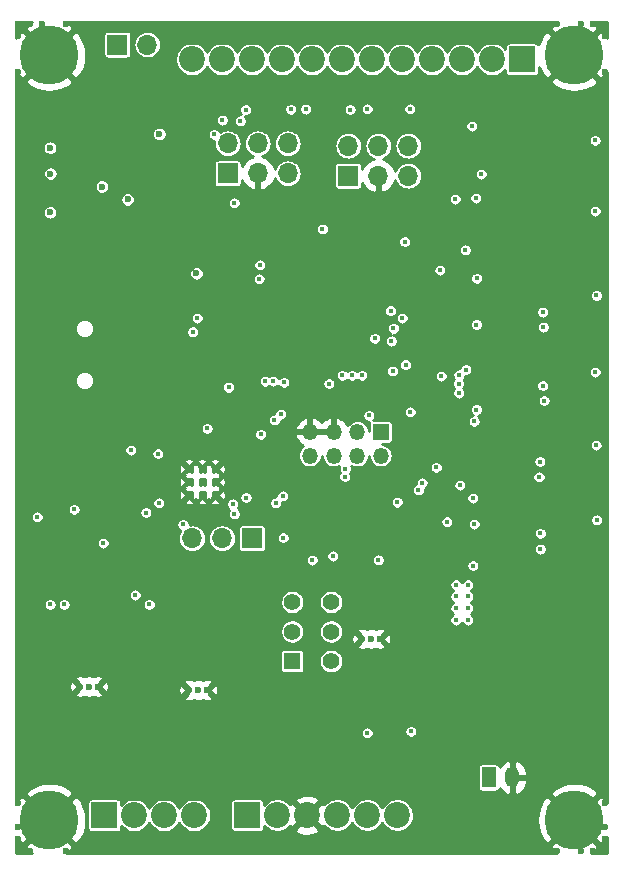
<source format=gbr>
G04 #@! TF.GenerationSoftware,KiCad,Pcbnew,(5.1.2)-1*
G04 #@! TF.CreationDate,2019-06-23T17:44:29+01:00*
G04 #@! TF.ProjectId,daq,6461712e-6b69-4636-9164-5f7063625858,rev?*
G04 #@! TF.SameCoordinates,Original*
G04 #@! TF.FileFunction,Copper,L3,Inr*
G04 #@! TF.FilePolarity,Positive*
%FSLAX46Y46*%
G04 Gerber Fmt 4.6, Leading zero omitted, Abs format (unit mm)*
G04 Created by KiCad (PCBNEW (5.1.2)-1) date 2019-06-23 17:44:29*
%MOMM*%
%LPD*%
G04 APERTURE LIST*
%ADD10O,1.700000X1.700000*%
%ADD11R,1.700000X1.700000*%
%ADD12C,2.200000*%
%ADD13R,2.200000X2.200000*%
%ADD14C,0.600000*%
%ADD15C,1.400000*%
%ADD16R,1.400000X1.400000*%
%ADD17R,1.350000X1.350000*%
%ADD18O,1.350000X1.350000*%
%ADD19C,0.500000*%
%ADD20C,5.000000*%
%ADD21R,1.200000X1.750000*%
%ADD22O,1.200000X1.750000*%
%ADD23C,0.450000*%
%ADD24C,0.254000*%
G04 APERTURE END LIST*
D10*
X71151000Y-150786000D03*
X73691000Y-150786000D03*
D11*
X76231000Y-150786000D03*
D12*
X88531000Y-174236000D03*
X85991000Y-174236000D03*
X83451000Y-174236000D03*
X80911000Y-174236000D03*
X78371000Y-174236000D03*
D13*
X75831000Y-174236000D03*
D12*
X71351000Y-174244000D03*
X68811000Y-174244000D03*
X66271000Y-174244000D03*
D13*
X63731000Y-174244000D03*
D14*
X62431000Y-163336000D03*
X61681000Y-163336000D03*
X63181000Y-163336000D03*
X71681000Y-163636000D03*
X70931000Y-163636000D03*
X72431000Y-163636000D03*
D15*
X82931000Y-156186000D03*
X82931000Y-158686000D03*
X82931000Y-161186000D03*
X79631000Y-156186000D03*
X79631000Y-158686000D03*
D16*
X79631000Y-161186000D03*
D14*
X87074038Y-159291508D03*
X85574038Y-159291508D03*
X86324038Y-159291508D03*
D11*
X64831000Y-108986000D03*
D10*
X67371000Y-108986000D03*
D17*
X87131000Y-141786000D03*
D18*
X87131000Y-143786000D03*
X85131000Y-141786000D03*
X85131000Y-143786000D03*
X83131000Y-141786000D03*
X83131000Y-143786000D03*
X81131000Y-141786000D03*
X81131000Y-143786000D03*
D13*
X99110800Y-110236000D03*
D12*
X96570800Y-110236000D03*
X94030800Y-110236000D03*
X91490800Y-110236000D03*
X88950800Y-110236000D03*
X86410800Y-110236000D03*
X83870800Y-110236000D03*
X81330800Y-110236000D03*
X78790800Y-110236000D03*
X76250800Y-110236000D03*
X73710800Y-110236000D03*
X71170800Y-110236000D03*
D19*
X73134400Y-147099200D03*
X72034400Y-147099200D03*
X70934400Y-147099200D03*
X73134400Y-145999200D03*
X72034400Y-145999200D03*
X70934400Y-145999200D03*
X73134400Y-144899200D03*
X72034400Y-144899200D03*
X70934400Y-144899200D03*
D20*
X59055000Y-109855000D03*
X103505000Y-109855000D03*
X103505000Y-174625000D03*
D11*
X84378800Y-120091200D03*
D10*
X84378800Y-117551200D03*
X86918800Y-120091200D03*
X86918800Y-117551200D03*
X89458800Y-120091200D03*
X89458800Y-117551200D03*
D21*
X96266000Y-171036000D03*
D22*
X98266000Y-171036000D03*
D11*
X74168000Y-119888000D03*
D10*
X74168000Y-117348000D03*
X76708000Y-119888000D03*
X76708000Y-117348000D03*
X79248000Y-119888000D03*
X79248000Y-117348000D03*
D20*
X59055000Y-174625000D03*
D14*
X83131000Y-147386000D03*
X56451500Y-177228500D03*
X57464909Y-177228500D03*
X60505136Y-177228500D03*
X61518545Y-177228500D03*
X62531954Y-177228500D03*
X63545363Y-177228500D03*
X64558772Y-177228500D03*
X65572181Y-177228500D03*
X66585590Y-177228500D03*
X67598999Y-177228500D03*
X68612408Y-177228500D03*
X69625817Y-177228500D03*
X70639226Y-177228500D03*
X71652635Y-177228500D03*
X72666044Y-177228500D03*
X73679453Y-177228500D03*
X74692862Y-177228500D03*
X75706271Y-177228500D03*
X76719680Y-177228500D03*
X77733089Y-177228500D03*
X78746498Y-177228500D03*
X79759907Y-177228500D03*
X80773316Y-177228500D03*
X81786725Y-177228500D03*
X82800134Y-177228500D03*
X83813543Y-177228500D03*
X86853770Y-177228500D03*
X87867179Y-177228500D03*
X89893997Y-177228500D03*
X91920815Y-177228500D03*
X92934224Y-177228500D03*
X93947633Y-177228500D03*
X94961042Y-177228500D03*
X95974451Y-177228500D03*
X96987860Y-177228500D03*
X98001269Y-177228500D03*
X99014678Y-177228500D03*
X100028087Y-177228500D03*
X101041496Y-177228500D03*
X102054905Y-177228500D03*
X104081723Y-177228500D03*
X105095132Y-177228500D03*
X106108500Y-177228500D03*
X106108500Y-176214341D03*
X106108500Y-175200182D03*
X106108500Y-173171864D03*
X106108500Y-172157705D03*
X106108500Y-171143546D03*
X106108500Y-170129387D03*
X106108500Y-169115228D03*
X106108500Y-168101069D03*
X106108500Y-167086910D03*
X106108500Y-166072751D03*
X106108500Y-165058592D03*
X106108500Y-164044433D03*
X106108500Y-163030274D03*
X106108500Y-162016115D03*
X106108500Y-161001956D03*
X106108500Y-159987797D03*
X106108500Y-158973638D03*
X106108500Y-157959479D03*
X106108500Y-156945320D03*
X106108500Y-155931161D03*
X106108500Y-154917002D03*
X106108500Y-153902843D03*
X106108500Y-152888684D03*
X106108500Y-151874525D03*
X106108500Y-150860366D03*
X106108500Y-149846207D03*
X106108500Y-148832048D03*
X106108500Y-147817889D03*
X106108500Y-146803730D03*
X106108500Y-145789571D03*
X106108500Y-144775412D03*
X106108500Y-143761253D03*
X106108500Y-142747094D03*
X106108500Y-141732935D03*
X106108500Y-140718776D03*
X106108500Y-139704617D03*
X106108500Y-138690458D03*
X106108500Y-137676299D03*
X106108500Y-136662140D03*
X106108500Y-135647981D03*
X106108500Y-134633822D03*
X106108500Y-133619663D03*
X106108500Y-132605504D03*
X106108500Y-131591345D03*
X106108500Y-130577186D03*
X106108500Y-129563027D03*
X106108500Y-128548868D03*
X106108500Y-127534709D03*
X106108500Y-126520550D03*
X106108500Y-125506391D03*
X106108500Y-124492232D03*
X106108500Y-123478073D03*
X106108500Y-122463914D03*
X106108500Y-121449755D03*
X106108500Y-120435596D03*
X106108500Y-119421437D03*
X106108500Y-118407278D03*
X106108500Y-117393119D03*
X106108500Y-116378960D03*
X106108500Y-115364801D03*
X106108500Y-114350642D03*
X106108500Y-113336483D03*
X106108500Y-112322324D03*
X106108500Y-111308165D03*
X106108500Y-108265688D03*
X106108500Y-107251529D03*
X56451500Y-117393380D03*
X56451500Y-162016376D03*
X56451500Y-167087171D03*
X56451500Y-165058853D03*
X56451500Y-115365062D03*
X56451500Y-168101330D03*
X56451500Y-173172125D03*
X56451500Y-170129648D03*
X56451500Y-153903104D03*
X56451500Y-151874786D03*
X56451500Y-134634083D03*
X56451500Y-123478334D03*
X56451500Y-118407539D03*
X56451500Y-116379221D03*
X56451500Y-163030535D03*
X56451500Y-150860627D03*
X56451500Y-130577447D03*
X56451500Y-127534970D03*
X56451500Y-113336744D03*
X56451500Y-155931422D03*
X56451500Y-139704878D03*
X56451500Y-133619924D03*
X56451500Y-131591606D03*
X56451500Y-128549129D03*
X56451500Y-159988058D03*
X56451500Y-176214602D03*
X56451500Y-138690719D03*
X56451500Y-166073012D03*
X56451500Y-140719037D03*
X56451500Y-169115489D03*
X56451500Y-125506652D03*
X56451500Y-175200443D03*
X56451500Y-135648242D03*
X56451500Y-137676560D03*
X56451500Y-132605765D03*
X56451500Y-121450016D03*
X56451500Y-120435857D03*
X56451500Y-126520811D03*
X56451500Y-129563288D03*
X56451500Y-158973899D03*
X56451500Y-152888945D03*
X56451500Y-157959740D03*
X56451500Y-114350903D03*
X56451500Y-171143807D03*
X56451500Y-161002217D03*
X56451500Y-164044694D03*
X56451500Y-136662401D03*
X56451500Y-154917263D03*
X56451500Y-172157966D03*
X56451500Y-156945581D03*
X56451500Y-124492493D03*
X56451500Y-122464175D03*
X56451500Y-119421698D03*
X56451500Y-107251790D03*
X56451500Y-112322585D03*
X56451500Y-111308426D03*
X56451500Y-108265949D03*
X86853770Y-107251500D03*
X74692862Y-107251500D03*
X95974451Y-107251500D03*
X78746498Y-107251500D03*
X60505136Y-107251500D03*
X104081723Y-107251500D03*
X63545363Y-107251500D03*
X75706271Y-107251500D03*
X80773316Y-107251500D03*
X88880588Y-107251500D03*
X90907406Y-107251500D03*
X71652635Y-107251500D03*
X85840361Y-107251500D03*
X73679453Y-107251500D03*
X87867179Y-107251500D03*
X68612408Y-107251500D03*
X69625817Y-107251500D03*
X83813543Y-107251500D03*
X76719680Y-107251500D03*
X94961042Y-107251500D03*
X96987860Y-107251500D03*
X99014678Y-107251500D03*
X101041496Y-107251500D03*
X93947633Y-107251500D03*
X102054905Y-107251500D03*
X105095132Y-107251500D03*
X58478318Y-107251500D03*
X61518545Y-107251500D03*
X84826952Y-107251500D03*
X98001269Y-107251500D03*
X57464909Y-107251500D03*
X64558772Y-107251500D03*
X67598999Y-107251500D03*
X79759907Y-107251500D03*
X81786725Y-107251500D03*
X62531954Y-107251500D03*
X100028087Y-107251500D03*
X70639226Y-107251500D03*
X66585590Y-107251500D03*
X91920815Y-107251500D03*
X92934224Y-107251500D03*
X65572181Y-107251500D03*
X82800134Y-107251500D03*
X72666044Y-107251500D03*
X77733089Y-107251500D03*
X56451500Y-143761514D03*
X56451500Y-141733196D03*
X56451500Y-147818150D03*
X56451500Y-148832309D03*
X56451500Y-145789832D03*
X56451500Y-144775673D03*
X56451500Y-149846468D03*
D23*
X88214200Y-161239200D03*
X98501200Y-159131000D03*
X71755000Y-129743200D03*
X71628000Y-133934200D03*
X93675200Y-125501400D03*
X76149200Y-129159000D03*
X87757000Y-167132000D03*
X83946992Y-167132000D03*
X58039000Y-143764000D03*
X60706000Y-147637500D03*
X74449479Y-140445812D03*
X75840989Y-143849489D03*
D14*
X85867179Y-177228500D03*
X84853770Y-177228500D03*
X88931000Y-177228500D03*
X90931000Y-177228500D03*
D23*
X98731000Y-166786000D03*
X89431000Y-159186000D03*
X88231000Y-137686000D03*
D14*
X56451500Y-146786000D03*
D23*
X83080994Y-136986000D03*
D14*
X84131000Y-147386000D03*
X85131000Y-147386000D03*
X83131000Y-148386000D03*
X84131000Y-148386000D03*
X85131000Y-148386000D03*
X83131000Y-149386000D03*
X84131000Y-149386000D03*
X85131000Y-149386000D03*
D23*
X88530996Y-146486000D03*
X91131000Y-149386000D03*
X92339583Y-139862145D03*
X93431000Y-145111010D03*
X89331000Y-143886000D03*
X89411918Y-132624445D03*
X70631000Y-158686000D03*
X63331000Y-158586000D03*
X65431000Y-150486000D03*
X68631000Y-148486000D03*
D14*
X56451500Y-142686000D03*
X89893997Y-107251500D03*
D23*
X90170000Y-112014000D03*
X69723000Y-152019000D03*
X80771505Y-114445505D03*
X100965000Y-139128500D03*
X84531000Y-114486000D03*
X100838000Y-137858500D03*
X61163200Y-148336000D03*
X93497400Y-154711400D03*
X94497400Y-154711400D03*
X93497400Y-155711400D03*
X94497400Y-155711400D03*
X93497400Y-156711400D03*
X94497400Y-156711400D03*
X93497400Y-157711400D03*
X94497400Y-157711400D03*
X105295700Y-123088400D03*
X105397300Y-130225800D03*
X105371900Y-142900400D03*
X82194400Y-124612400D03*
X71584143Y-132143757D03*
X76835821Y-128814098D03*
D14*
X63525400Y-121005600D03*
D23*
X68270040Y-143625018D03*
X65976500Y-143319500D03*
X78676500Y-140271500D03*
X58039000Y-148971000D03*
X71200510Y-133297800D03*
X105410000Y-149224998D03*
X94932500Y-153098500D03*
X95250000Y-128778000D03*
X95186500Y-121983500D03*
X105283000Y-117094000D03*
X89154000Y-125666500D03*
X105283000Y-136715500D03*
X78831000Y-147186000D03*
X89631000Y-140086000D03*
X78881000Y-150736000D03*
X88531000Y-147736000D03*
X93434064Y-122060990D03*
X94931000Y-147386000D03*
X92731000Y-149386000D03*
X93737861Y-136944832D03*
X82731000Y-137686000D03*
X91831000Y-144786000D03*
X94831000Y-115886000D03*
X90325448Y-146702656D03*
X88946219Y-132139810D03*
X75722724Y-147335246D03*
X72431004Y-141486000D03*
X67252239Y-148607239D03*
X89598500Y-114427000D03*
X100838000Y-131635500D03*
X85979000Y-114427000D03*
X100901500Y-132905500D03*
X73723500Y-115379500D03*
X100647500Y-151701500D03*
X100647500Y-150368000D03*
X75247500Y-115439490D03*
X79502000Y-114467979D03*
X100606010Y-144285990D03*
X75692000Y-114490504D03*
X100531000Y-145586000D03*
D14*
X68376800Y-116560600D03*
X59131200Y-117729000D03*
X59156600Y-119913400D03*
X65709800Y-122097800D03*
X59131200Y-123190000D03*
D23*
X76898506Y-127635000D03*
X63631002Y-151186000D03*
X70387940Y-149613138D03*
X88131000Y-136636000D03*
X94297500Y-126365000D03*
X95648010Y-119951500D03*
X95231000Y-132686000D03*
X92131000Y-128086000D03*
X93831000Y-146286000D03*
X95231000Y-139886000D03*
X94346782Y-136496214D03*
D14*
X71526400Y-128346200D03*
D23*
X74244178Y-137998200D03*
X77335089Y-137490089D03*
X76962000Y-141986000D03*
X86131000Y-140386000D03*
X84076525Y-145563705D03*
X78031000Y-137486002D03*
X86614000Y-133858000D03*
X87957260Y-131517262D03*
X93730996Y-137686000D03*
X95031000Y-140886000D03*
X88209756Y-133007234D03*
X95031000Y-149586000D03*
X88031006Y-134086000D03*
X83081000Y-152286000D03*
X89681000Y-167136000D03*
X86931000Y-152619000D03*
X84681000Y-136986000D03*
X85979000Y-167259000D03*
X81331000Y-152636000D03*
X83881000Y-136986000D03*
X68331000Y-147786000D03*
X78931000Y-137586000D03*
X74731004Y-122386000D03*
X74739500Y-148717000D03*
X73025000Y-116585998D03*
X74588740Y-147868918D03*
X78231000Y-147785998D03*
X78131000Y-140786000D03*
X84131000Y-144886000D03*
X85531000Y-136986000D03*
X93731000Y-138486000D03*
X92259761Y-137057239D03*
X89231000Y-136086000D03*
X90631000Y-146086000D03*
X60331000Y-156386000D03*
X59131000Y-156386000D03*
X67531000Y-156386000D03*
X66331000Y-155586000D03*
D24*
G36*
X57307627Y-107233882D02*
G01*
X57031457Y-107651852D01*
X59055000Y-109675395D01*
X61078543Y-107651852D01*
X60802373Y-107233882D01*
X60517498Y-107082000D01*
X102041778Y-107082000D01*
X101757627Y-107233882D01*
X101481457Y-107651852D01*
X103505000Y-109675395D01*
X105528543Y-107651852D01*
X105252373Y-107233882D01*
X104967498Y-107082000D01*
X106278000Y-107082000D01*
X106278000Y-108391778D01*
X106126118Y-108107627D01*
X105708148Y-107831457D01*
X103684605Y-109855000D01*
X105708148Y-111878543D01*
X106126118Y-111602373D01*
X106278000Y-111317498D01*
X106278001Y-173161779D01*
X106126118Y-172877627D01*
X105708148Y-172601457D01*
X103684605Y-174625000D01*
X105708148Y-176648543D01*
X106126118Y-176372373D01*
X106278001Y-176087496D01*
X106278001Y-177398000D01*
X104968222Y-177398000D01*
X105252373Y-177246118D01*
X105528543Y-176828148D01*
X103505000Y-174804605D01*
X101481457Y-176828148D01*
X101757627Y-177246118D01*
X102042502Y-177398000D01*
X60518222Y-177398000D01*
X60802373Y-177246118D01*
X61078543Y-176828148D01*
X59055000Y-174804605D01*
X57031457Y-176828148D01*
X57307627Y-177246118D01*
X57592502Y-177398000D01*
X56282000Y-177398000D01*
X56282000Y-176088222D01*
X56433882Y-176372373D01*
X56851852Y-176648543D01*
X58875395Y-174625000D01*
X59234605Y-174625000D01*
X61258148Y-176648543D01*
X61676118Y-176372373D01*
X61966649Y-175827443D01*
X62145287Y-175236304D01*
X62205168Y-174621672D01*
X62143990Y-174007169D01*
X61964103Y-173416408D01*
X61818498Y-173144000D01*
X62302418Y-173144000D01*
X62302418Y-175344000D01*
X62308732Y-175408103D01*
X62327430Y-175469743D01*
X62357794Y-175526550D01*
X62398657Y-175576343D01*
X62448450Y-175617206D01*
X62505257Y-175647570D01*
X62566897Y-175666268D01*
X62631000Y-175672582D01*
X64831000Y-175672582D01*
X64895103Y-175666268D01*
X64956743Y-175647570D01*
X65013550Y-175617206D01*
X65063343Y-175576343D01*
X65104206Y-175526550D01*
X65134570Y-175469743D01*
X65153268Y-175408103D01*
X65159582Y-175344000D01*
X65159582Y-175149179D01*
X65162576Y-175153660D01*
X65361340Y-175352424D01*
X65595062Y-175508591D01*
X65854759Y-175616162D01*
X66130453Y-175671000D01*
X66411547Y-175671000D01*
X66687241Y-175616162D01*
X66946938Y-175508591D01*
X67180660Y-175352424D01*
X67379424Y-175153660D01*
X67535591Y-174919938D01*
X67541000Y-174906880D01*
X67546409Y-174919938D01*
X67702576Y-175153660D01*
X67901340Y-175352424D01*
X68135062Y-175508591D01*
X68394759Y-175616162D01*
X68670453Y-175671000D01*
X68951547Y-175671000D01*
X69227241Y-175616162D01*
X69486938Y-175508591D01*
X69720660Y-175352424D01*
X69919424Y-175153660D01*
X70075591Y-174919938D01*
X70081000Y-174906880D01*
X70086409Y-174919938D01*
X70242576Y-175153660D01*
X70441340Y-175352424D01*
X70675062Y-175508591D01*
X70934759Y-175616162D01*
X71210453Y-175671000D01*
X71491547Y-175671000D01*
X71767241Y-175616162D01*
X72026938Y-175508591D01*
X72260660Y-175352424D01*
X72459424Y-175153660D01*
X72615591Y-174919938D01*
X72723162Y-174660241D01*
X72778000Y-174384547D01*
X72778000Y-174103453D01*
X72723162Y-173827759D01*
X72615591Y-173568062D01*
X72459424Y-173334340D01*
X72261084Y-173136000D01*
X74402418Y-173136000D01*
X74402418Y-175336000D01*
X74408732Y-175400103D01*
X74427430Y-175461743D01*
X74457794Y-175518550D01*
X74498657Y-175568343D01*
X74548450Y-175609206D01*
X74605257Y-175639570D01*
X74666897Y-175658268D01*
X74731000Y-175664582D01*
X76931000Y-175664582D01*
X76995103Y-175658268D01*
X77056743Y-175639570D01*
X77113550Y-175609206D01*
X77163343Y-175568343D01*
X77204206Y-175518550D01*
X77234570Y-175461743D01*
X77253268Y-175400103D01*
X77259582Y-175336000D01*
X77259582Y-175141179D01*
X77262576Y-175145660D01*
X77461340Y-175344424D01*
X77695062Y-175500591D01*
X77954759Y-175608162D01*
X78230453Y-175663000D01*
X78511547Y-175663000D01*
X78787241Y-175608162D01*
X79046938Y-175500591D01*
X79133560Y-175442712D01*
X79883893Y-175442712D01*
X79991726Y-175717338D01*
X80298384Y-175868216D01*
X80628585Y-175956369D01*
X80969639Y-175978409D01*
X81308439Y-175933489D01*
X81631966Y-175823336D01*
X81830274Y-175717338D01*
X81938107Y-175442712D01*
X80911000Y-174415605D01*
X79883893Y-175442712D01*
X79133560Y-175442712D01*
X79280660Y-175344424D01*
X79458490Y-175166594D01*
X79704288Y-175263107D01*
X80731395Y-174236000D01*
X81090605Y-174236000D01*
X82117712Y-175263107D01*
X82363510Y-175166594D01*
X82541340Y-175344424D01*
X82775062Y-175500591D01*
X83034759Y-175608162D01*
X83310453Y-175663000D01*
X83591547Y-175663000D01*
X83867241Y-175608162D01*
X84126938Y-175500591D01*
X84360660Y-175344424D01*
X84559424Y-175145660D01*
X84715591Y-174911938D01*
X84721000Y-174898880D01*
X84726409Y-174911938D01*
X84882576Y-175145660D01*
X85081340Y-175344424D01*
X85315062Y-175500591D01*
X85574759Y-175608162D01*
X85850453Y-175663000D01*
X86131547Y-175663000D01*
X86407241Y-175608162D01*
X86666938Y-175500591D01*
X86900660Y-175344424D01*
X87099424Y-175145660D01*
X87255591Y-174911938D01*
X87261000Y-174898880D01*
X87266409Y-174911938D01*
X87422576Y-175145660D01*
X87621340Y-175344424D01*
X87855062Y-175500591D01*
X88114759Y-175608162D01*
X88390453Y-175663000D01*
X88671547Y-175663000D01*
X88947241Y-175608162D01*
X89206938Y-175500591D01*
X89440660Y-175344424D01*
X89639424Y-175145660D01*
X89795591Y-174911938D01*
X89903162Y-174652241D01*
X89907918Y-174628328D01*
X100354832Y-174628328D01*
X100416010Y-175242831D01*
X100595897Y-175833592D01*
X100883882Y-176372373D01*
X101301852Y-176648543D01*
X103325395Y-174625000D01*
X101301852Y-172601457D01*
X100883882Y-172877627D01*
X100593351Y-173422557D01*
X100414713Y-174013696D01*
X100354832Y-174628328D01*
X89907918Y-174628328D01*
X89958000Y-174376547D01*
X89958000Y-174095453D01*
X89903162Y-173819759D01*
X89795591Y-173560062D01*
X89639424Y-173326340D01*
X89440660Y-173127576D01*
X89206938Y-172971409D01*
X88947241Y-172863838D01*
X88671547Y-172809000D01*
X88390453Y-172809000D01*
X88114759Y-172863838D01*
X87855062Y-172971409D01*
X87621340Y-173127576D01*
X87422576Y-173326340D01*
X87266409Y-173560062D01*
X87261000Y-173573120D01*
X87255591Y-173560062D01*
X87099424Y-173326340D01*
X86900660Y-173127576D01*
X86666938Y-172971409D01*
X86407241Y-172863838D01*
X86131547Y-172809000D01*
X85850453Y-172809000D01*
X85574759Y-172863838D01*
X85315062Y-172971409D01*
X85081340Y-173127576D01*
X84882576Y-173326340D01*
X84726409Y-173560062D01*
X84721000Y-173573120D01*
X84715591Y-173560062D01*
X84559424Y-173326340D01*
X84360660Y-173127576D01*
X84126938Y-172971409D01*
X83867241Y-172863838D01*
X83591547Y-172809000D01*
X83310453Y-172809000D01*
X83034759Y-172863838D01*
X82775062Y-172971409D01*
X82541340Y-173127576D01*
X82363510Y-173305406D01*
X82117712Y-173208893D01*
X81090605Y-174236000D01*
X80731395Y-174236000D01*
X79704288Y-173208893D01*
X79458490Y-173305406D01*
X79280660Y-173127576D01*
X79133561Y-173029288D01*
X79883893Y-173029288D01*
X80911000Y-174056395D01*
X81938107Y-173029288D01*
X81830274Y-172754662D01*
X81523616Y-172603784D01*
X81193415Y-172515631D01*
X80852361Y-172493591D01*
X80513561Y-172538511D01*
X80190034Y-172648664D01*
X79991726Y-172754662D01*
X79883893Y-173029288D01*
X79133561Y-173029288D01*
X79046938Y-172971409D01*
X78787241Y-172863838D01*
X78511547Y-172809000D01*
X78230453Y-172809000D01*
X77954759Y-172863838D01*
X77695062Y-172971409D01*
X77461340Y-173127576D01*
X77262576Y-173326340D01*
X77259582Y-173330821D01*
X77259582Y-173136000D01*
X77253268Y-173071897D01*
X77234570Y-173010257D01*
X77204206Y-172953450D01*
X77163343Y-172903657D01*
X77113550Y-172862794D01*
X77056743Y-172832430D01*
X76995103Y-172813732D01*
X76931000Y-172807418D01*
X74731000Y-172807418D01*
X74666897Y-172813732D01*
X74605257Y-172832430D01*
X74548450Y-172862794D01*
X74498657Y-172903657D01*
X74457794Y-172953450D01*
X74427430Y-173010257D01*
X74408732Y-173071897D01*
X74402418Y-173136000D01*
X72261084Y-173136000D01*
X72260660Y-173135576D01*
X72026938Y-172979409D01*
X71767241Y-172871838D01*
X71491547Y-172817000D01*
X71210453Y-172817000D01*
X70934759Y-172871838D01*
X70675062Y-172979409D01*
X70441340Y-173135576D01*
X70242576Y-173334340D01*
X70086409Y-173568062D01*
X70081000Y-173581120D01*
X70075591Y-173568062D01*
X69919424Y-173334340D01*
X69720660Y-173135576D01*
X69486938Y-172979409D01*
X69227241Y-172871838D01*
X68951547Y-172817000D01*
X68670453Y-172817000D01*
X68394759Y-172871838D01*
X68135062Y-172979409D01*
X67901340Y-173135576D01*
X67702576Y-173334340D01*
X67546409Y-173568062D01*
X67541000Y-173581120D01*
X67535591Y-173568062D01*
X67379424Y-173334340D01*
X67180660Y-173135576D01*
X66946938Y-172979409D01*
X66687241Y-172871838D01*
X66411547Y-172817000D01*
X66130453Y-172817000D01*
X65854759Y-172871838D01*
X65595062Y-172979409D01*
X65361340Y-173135576D01*
X65162576Y-173334340D01*
X65159582Y-173338821D01*
X65159582Y-173144000D01*
X65153268Y-173079897D01*
X65134570Y-173018257D01*
X65104206Y-172961450D01*
X65063343Y-172911657D01*
X65013550Y-172870794D01*
X64956743Y-172840430D01*
X64895103Y-172821732D01*
X64831000Y-172815418D01*
X62631000Y-172815418D01*
X62566897Y-172821732D01*
X62505257Y-172840430D01*
X62448450Y-172870794D01*
X62398657Y-172911657D01*
X62357794Y-172961450D01*
X62327430Y-173018257D01*
X62308732Y-173079897D01*
X62302418Y-173144000D01*
X61818498Y-173144000D01*
X61676118Y-172877627D01*
X61258148Y-172601457D01*
X59234605Y-174625000D01*
X58875395Y-174625000D01*
X56851852Y-172601457D01*
X56433882Y-172877627D01*
X56282000Y-173162502D01*
X56282000Y-172421852D01*
X57031457Y-172421852D01*
X59055000Y-174445395D01*
X61078543Y-172421852D01*
X60802373Y-172003882D01*
X60257443Y-171713351D01*
X59666304Y-171534713D01*
X59051672Y-171474832D01*
X58437169Y-171536010D01*
X57846408Y-171715897D01*
X57307627Y-172003882D01*
X57031457Y-172421852D01*
X56282000Y-172421852D01*
X56282000Y-170161000D01*
X95337418Y-170161000D01*
X95337418Y-171911000D01*
X95343732Y-171975103D01*
X95362430Y-172036743D01*
X95392794Y-172093550D01*
X95433657Y-172143343D01*
X95483450Y-172184206D01*
X95540257Y-172214570D01*
X95601897Y-172233268D01*
X95666000Y-172239582D01*
X96866000Y-172239582D01*
X96930103Y-172233268D01*
X96991743Y-172214570D01*
X97048550Y-172184206D01*
X97098343Y-172143343D01*
X97139206Y-172093550D01*
X97169570Y-172036743D01*
X97188268Y-171975103D01*
X97192773Y-171929361D01*
X97309693Y-172102725D01*
X97482526Y-172274078D01*
X97685467Y-172408421D01*
X97910718Y-172500591D01*
X97948391Y-172504462D01*
X98139000Y-172379731D01*
X98139000Y-171163000D01*
X98393000Y-171163000D01*
X98393000Y-172379731D01*
X98583609Y-172504462D01*
X98621282Y-172500591D01*
X98813709Y-172421852D01*
X101481457Y-172421852D01*
X103505000Y-174445395D01*
X105528543Y-172421852D01*
X105252373Y-172003882D01*
X104707443Y-171713351D01*
X104116304Y-171534713D01*
X103501672Y-171474832D01*
X102887169Y-171536010D01*
X102296408Y-171715897D01*
X101757627Y-172003882D01*
X101481457Y-172421852D01*
X98813709Y-172421852D01*
X98846533Y-172408421D01*
X99049474Y-172274078D01*
X99222307Y-172102725D01*
X99358390Y-171900946D01*
X99452493Y-171676496D01*
X99501000Y-171438000D01*
X99501000Y-171163000D01*
X98393000Y-171163000D01*
X98139000Y-171163000D01*
X98119000Y-171163000D01*
X98119000Y-170909000D01*
X98139000Y-170909000D01*
X98139000Y-169692269D01*
X98393000Y-169692269D01*
X98393000Y-170909000D01*
X99501000Y-170909000D01*
X99501000Y-170634000D01*
X99452493Y-170395504D01*
X99358390Y-170171054D01*
X99222307Y-169969275D01*
X99049474Y-169797922D01*
X98846533Y-169663579D01*
X98621282Y-169571409D01*
X98583609Y-169567538D01*
X98393000Y-169692269D01*
X98139000Y-169692269D01*
X97948391Y-169567538D01*
X97910718Y-169571409D01*
X97685467Y-169663579D01*
X97482526Y-169797922D01*
X97309693Y-169969275D01*
X97192773Y-170142639D01*
X97188268Y-170096897D01*
X97169570Y-170035257D01*
X97139206Y-169978450D01*
X97098343Y-169928657D01*
X97048550Y-169887794D01*
X96991743Y-169857430D01*
X96930103Y-169838732D01*
X96866000Y-169832418D01*
X95666000Y-169832418D01*
X95601897Y-169838732D01*
X95540257Y-169857430D01*
X95483450Y-169887794D01*
X95433657Y-169928657D01*
X95392794Y-169978450D01*
X95362430Y-170035257D01*
X95343732Y-170096897D01*
X95337418Y-170161000D01*
X56282000Y-170161000D01*
X56282000Y-167204633D01*
X85427000Y-167204633D01*
X85427000Y-167313367D01*
X85448213Y-167420012D01*
X85489824Y-167520470D01*
X85550234Y-167610880D01*
X85627120Y-167687766D01*
X85717530Y-167748176D01*
X85817988Y-167789787D01*
X85924633Y-167811000D01*
X86033367Y-167811000D01*
X86140012Y-167789787D01*
X86240470Y-167748176D01*
X86330880Y-167687766D01*
X86407766Y-167610880D01*
X86468176Y-167520470D01*
X86509787Y-167420012D01*
X86531000Y-167313367D01*
X86531000Y-167204633D01*
X86509787Y-167097988D01*
X86503013Y-167081633D01*
X89129000Y-167081633D01*
X89129000Y-167190367D01*
X89150213Y-167297012D01*
X89191824Y-167397470D01*
X89252234Y-167487880D01*
X89329120Y-167564766D01*
X89419530Y-167625176D01*
X89519988Y-167666787D01*
X89626633Y-167688000D01*
X89735367Y-167688000D01*
X89842012Y-167666787D01*
X89942470Y-167625176D01*
X90032880Y-167564766D01*
X90109766Y-167487880D01*
X90170176Y-167397470D01*
X90211787Y-167297012D01*
X90233000Y-167190367D01*
X90233000Y-167081633D01*
X90211787Y-166974988D01*
X90170176Y-166874530D01*
X90109766Y-166784120D01*
X90032880Y-166707234D01*
X89942470Y-166646824D01*
X89842012Y-166605213D01*
X89735367Y-166584000D01*
X89626633Y-166584000D01*
X89519988Y-166605213D01*
X89419530Y-166646824D01*
X89329120Y-166707234D01*
X89252234Y-166784120D01*
X89191824Y-166874530D01*
X89150213Y-166974988D01*
X89129000Y-167081633D01*
X86503013Y-167081633D01*
X86468176Y-166997530D01*
X86407766Y-166907120D01*
X86330880Y-166830234D01*
X86240470Y-166769824D01*
X86140012Y-166728213D01*
X86033367Y-166707000D01*
X85924633Y-166707000D01*
X85817988Y-166728213D01*
X85717530Y-166769824D01*
X85627120Y-166830234D01*
X85550234Y-166907120D01*
X85489824Y-166997530D01*
X85448213Y-167097988D01*
X85427000Y-167204633D01*
X56282000Y-167204633D01*
X56282000Y-163426355D01*
X60745829Y-163426355D01*
X60781426Y-163607061D01*
X60851592Y-163777351D01*
X60853237Y-163780425D01*
X61046459Y-163790936D01*
X61495987Y-163341408D01*
X61495829Y-163426355D01*
X61531426Y-163607061D01*
X61548385Y-163648220D01*
X61226064Y-163970541D01*
X61236575Y-164163763D01*
X61406603Y-164234562D01*
X61587176Y-164270828D01*
X61771355Y-164271171D01*
X61952061Y-164235574D01*
X62056092Y-164192709D01*
X62156603Y-164234562D01*
X62337176Y-164270828D01*
X62521355Y-164271171D01*
X62702061Y-164235574D01*
X62806092Y-164192709D01*
X62906603Y-164234562D01*
X63087176Y-164270828D01*
X63271355Y-164271171D01*
X63452061Y-164235574D01*
X63622351Y-164165408D01*
X63625425Y-164163763D01*
X63635936Y-163970541D01*
X63313755Y-163648360D01*
X63329562Y-163610397D01*
X63365828Y-163429824D01*
X63365993Y-163341388D01*
X63815541Y-163790936D01*
X64008763Y-163780425D01*
X64031277Y-163726355D01*
X69995829Y-163726355D01*
X70031426Y-163907061D01*
X70101592Y-164077351D01*
X70103237Y-164080425D01*
X70296459Y-164090936D01*
X70745987Y-163641408D01*
X70745829Y-163726355D01*
X70781426Y-163907061D01*
X70798385Y-163948220D01*
X70476064Y-164270541D01*
X70486575Y-164463763D01*
X70656603Y-164534562D01*
X70837176Y-164570828D01*
X71021355Y-164571171D01*
X71202061Y-164535574D01*
X71306092Y-164492709D01*
X71406603Y-164534562D01*
X71587176Y-164570828D01*
X71771355Y-164571171D01*
X71952061Y-164535574D01*
X72056092Y-164492709D01*
X72156603Y-164534562D01*
X72337176Y-164570828D01*
X72521355Y-164571171D01*
X72702061Y-164535574D01*
X72872351Y-164465408D01*
X72875425Y-164463763D01*
X72885936Y-164270541D01*
X72563755Y-163948360D01*
X72579562Y-163910397D01*
X72615828Y-163729824D01*
X72615993Y-163641388D01*
X73065541Y-164090936D01*
X73258763Y-164080425D01*
X73329562Y-163910397D01*
X73365828Y-163729824D01*
X73366171Y-163545645D01*
X73330574Y-163364939D01*
X73260408Y-163194649D01*
X73258763Y-163191575D01*
X73065541Y-163181064D01*
X72616013Y-163630592D01*
X72616171Y-163545645D01*
X72580574Y-163364939D01*
X72563615Y-163323780D01*
X72885936Y-163001459D01*
X72875425Y-162808237D01*
X72705397Y-162737438D01*
X72524824Y-162701172D01*
X72340645Y-162700829D01*
X72159939Y-162736426D01*
X72055908Y-162779291D01*
X71955397Y-162737438D01*
X71774824Y-162701172D01*
X71590645Y-162700829D01*
X71409939Y-162736426D01*
X71305908Y-162779291D01*
X71205397Y-162737438D01*
X71024824Y-162701172D01*
X70840645Y-162700829D01*
X70659939Y-162736426D01*
X70489649Y-162806592D01*
X70486575Y-162808237D01*
X70476064Y-163001459D01*
X70798245Y-163323640D01*
X70782438Y-163361603D01*
X70746172Y-163542176D01*
X70746007Y-163630612D01*
X70296459Y-163181064D01*
X70103237Y-163191575D01*
X70032438Y-163361603D01*
X69996172Y-163542176D01*
X69995829Y-163726355D01*
X64031277Y-163726355D01*
X64079562Y-163610397D01*
X64115828Y-163429824D01*
X64116171Y-163245645D01*
X64080574Y-163064939D01*
X64010408Y-162894649D01*
X64008763Y-162891575D01*
X63815541Y-162881064D01*
X63366013Y-163330592D01*
X63366171Y-163245645D01*
X63330574Y-163064939D01*
X63313615Y-163023780D01*
X63635936Y-162701459D01*
X63625425Y-162508237D01*
X63455397Y-162437438D01*
X63274824Y-162401172D01*
X63090645Y-162400829D01*
X62909939Y-162436426D01*
X62805908Y-162479291D01*
X62705397Y-162437438D01*
X62524824Y-162401172D01*
X62340645Y-162400829D01*
X62159939Y-162436426D01*
X62055908Y-162479291D01*
X61955397Y-162437438D01*
X61774824Y-162401172D01*
X61590645Y-162400829D01*
X61409939Y-162436426D01*
X61239649Y-162506592D01*
X61236575Y-162508237D01*
X61226064Y-162701459D01*
X61548245Y-163023640D01*
X61532438Y-163061603D01*
X61496172Y-163242176D01*
X61496007Y-163330612D01*
X61046459Y-162881064D01*
X60853237Y-162891575D01*
X60782438Y-163061603D01*
X60746172Y-163242176D01*
X60745829Y-163426355D01*
X56282000Y-163426355D01*
X56282000Y-160486000D01*
X78602418Y-160486000D01*
X78602418Y-161886000D01*
X78608732Y-161950103D01*
X78627430Y-162011743D01*
X78657794Y-162068550D01*
X78698657Y-162118343D01*
X78748450Y-162159206D01*
X78805257Y-162189570D01*
X78866897Y-162208268D01*
X78931000Y-162214582D01*
X80331000Y-162214582D01*
X80395103Y-162208268D01*
X80456743Y-162189570D01*
X80513550Y-162159206D01*
X80563343Y-162118343D01*
X80604206Y-162068550D01*
X80634570Y-162011743D01*
X80653268Y-161950103D01*
X80659582Y-161886000D01*
X80659582Y-161084849D01*
X81904000Y-161084849D01*
X81904000Y-161287151D01*
X81943467Y-161485565D01*
X82020885Y-161672467D01*
X82133277Y-161840674D01*
X82276326Y-161983723D01*
X82444533Y-162096115D01*
X82631435Y-162173533D01*
X82829849Y-162213000D01*
X83032151Y-162213000D01*
X83230565Y-162173533D01*
X83417467Y-162096115D01*
X83585674Y-161983723D01*
X83728723Y-161840674D01*
X83841115Y-161672467D01*
X83918533Y-161485565D01*
X83958000Y-161287151D01*
X83958000Y-161084849D01*
X83918533Y-160886435D01*
X83841115Y-160699533D01*
X83728723Y-160531326D01*
X83585674Y-160388277D01*
X83417467Y-160275885D01*
X83230565Y-160198467D01*
X83032151Y-160159000D01*
X82829849Y-160159000D01*
X82631435Y-160198467D01*
X82444533Y-160275885D01*
X82276326Y-160388277D01*
X82133277Y-160531326D01*
X82020885Y-160699533D01*
X81943467Y-160886435D01*
X81904000Y-161084849D01*
X80659582Y-161084849D01*
X80659582Y-160486000D01*
X80653268Y-160421897D01*
X80634570Y-160360257D01*
X80604206Y-160303450D01*
X80563343Y-160253657D01*
X80513550Y-160212794D01*
X80456743Y-160182430D01*
X80395103Y-160163732D01*
X80331000Y-160157418D01*
X78931000Y-160157418D01*
X78866897Y-160163732D01*
X78805257Y-160182430D01*
X78748450Y-160212794D01*
X78698657Y-160253657D01*
X78657794Y-160303450D01*
X78627430Y-160360257D01*
X78608732Y-160421897D01*
X78602418Y-160486000D01*
X56282000Y-160486000D01*
X56282000Y-158584849D01*
X78604000Y-158584849D01*
X78604000Y-158787151D01*
X78643467Y-158985565D01*
X78720885Y-159172467D01*
X78833277Y-159340674D01*
X78976326Y-159483723D01*
X79144533Y-159596115D01*
X79331435Y-159673533D01*
X79529849Y-159713000D01*
X79732151Y-159713000D01*
X79930565Y-159673533D01*
X80117467Y-159596115D01*
X80285674Y-159483723D01*
X80428723Y-159340674D01*
X80541115Y-159172467D01*
X80618533Y-158985565D01*
X80658000Y-158787151D01*
X80658000Y-158584849D01*
X81904000Y-158584849D01*
X81904000Y-158787151D01*
X81943467Y-158985565D01*
X82020885Y-159172467D01*
X82133277Y-159340674D01*
X82276326Y-159483723D01*
X82444533Y-159596115D01*
X82631435Y-159673533D01*
X82829849Y-159713000D01*
X83032151Y-159713000D01*
X83230565Y-159673533D01*
X83417467Y-159596115D01*
X83585674Y-159483723D01*
X83687534Y-159381863D01*
X84638867Y-159381863D01*
X84674464Y-159562569D01*
X84744630Y-159732859D01*
X84746275Y-159735933D01*
X84939497Y-159746444D01*
X85389025Y-159296916D01*
X85388867Y-159381863D01*
X85424464Y-159562569D01*
X85441423Y-159603728D01*
X85119102Y-159926049D01*
X85129613Y-160119271D01*
X85299641Y-160190070D01*
X85480214Y-160226336D01*
X85664393Y-160226679D01*
X85845099Y-160191082D01*
X85949130Y-160148217D01*
X86049641Y-160190070D01*
X86230214Y-160226336D01*
X86414393Y-160226679D01*
X86595099Y-160191082D01*
X86699130Y-160148217D01*
X86799641Y-160190070D01*
X86980214Y-160226336D01*
X87164393Y-160226679D01*
X87345099Y-160191082D01*
X87515389Y-160120916D01*
X87518463Y-160119271D01*
X87528974Y-159926049D01*
X87206793Y-159603868D01*
X87222600Y-159565905D01*
X87258866Y-159385332D01*
X87259031Y-159296896D01*
X87708579Y-159746444D01*
X87901801Y-159735933D01*
X87972600Y-159565905D01*
X88008866Y-159385332D01*
X88009209Y-159201153D01*
X87973612Y-159020447D01*
X87903446Y-158850157D01*
X87901801Y-158847083D01*
X87708579Y-158836572D01*
X87259051Y-159286100D01*
X87259209Y-159201153D01*
X87223612Y-159020447D01*
X87206653Y-158979288D01*
X87528974Y-158656967D01*
X87518463Y-158463745D01*
X87348435Y-158392946D01*
X87167862Y-158356680D01*
X86983683Y-158356337D01*
X86802977Y-158391934D01*
X86698946Y-158434799D01*
X86598435Y-158392946D01*
X86417862Y-158356680D01*
X86233683Y-158356337D01*
X86052977Y-158391934D01*
X85948946Y-158434799D01*
X85848435Y-158392946D01*
X85667862Y-158356680D01*
X85483683Y-158356337D01*
X85302977Y-158391934D01*
X85132687Y-158462100D01*
X85129613Y-158463745D01*
X85119102Y-158656967D01*
X85441283Y-158979148D01*
X85425476Y-159017111D01*
X85389210Y-159197684D01*
X85389045Y-159286120D01*
X84939497Y-158836572D01*
X84746275Y-158847083D01*
X84675476Y-159017111D01*
X84639210Y-159197684D01*
X84638867Y-159381863D01*
X83687534Y-159381863D01*
X83728723Y-159340674D01*
X83841115Y-159172467D01*
X83918533Y-158985565D01*
X83958000Y-158787151D01*
X83958000Y-158584849D01*
X83918533Y-158386435D01*
X83841115Y-158199533D01*
X83728723Y-158031326D01*
X83585674Y-157888277D01*
X83417467Y-157775885D01*
X83230565Y-157698467D01*
X83032151Y-157659000D01*
X82829849Y-157659000D01*
X82631435Y-157698467D01*
X82444533Y-157775885D01*
X82276326Y-157888277D01*
X82133277Y-158031326D01*
X82020885Y-158199533D01*
X81943467Y-158386435D01*
X81904000Y-158584849D01*
X80658000Y-158584849D01*
X80618533Y-158386435D01*
X80541115Y-158199533D01*
X80428723Y-158031326D01*
X80285674Y-157888277D01*
X80117467Y-157775885D01*
X79930565Y-157698467D01*
X79732151Y-157659000D01*
X79529849Y-157659000D01*
X79331435Y-157698467D01*
X79144533Y-157775885D01*
X78976326Y-157888277D01*
X78833277Y-158031326D01*
X78720885Y-158199533D01*
X78643467Y-158386435D01*
X78604000Y-158584849D01*
X56282000Y-158584849D01*
X56282000Y-156331633D01*
X58579000Y-156331633D01*
X58579000Y-156440367D01*
X58600213Y-156547012D01*
X58641824Y-156647470D01*
X58702234Y-156737880D01*
X58779120Y-156814766D01*
X58869530Y-156875176D01*
X58969988Y-156916787D01*
X59076633Y-156938000D01*
X59185367Y-156938000D01*
X59292012Y-156916787D01*
X59392470Y-156875176D01*
X59482880Y-156814766D01*
X59559766Y-156737880D01*
X59620176Y-156647470D01*
X59661787Y-156547012D01*
X59683000Y-156440367D01*
X59683000Y-156331633D01*
X59779000Y-156331633D01*
X59779000Y-156440367D01*
X59800213Y-156547012D01*
X59841824Y-156647470D01*
X59902234Y-156737880D01*
X59979120Y-156814766D01*
X60069530Y-156875176D01*
X60169988Y-156916787D01*
X60276633Y-156938000D01*
X60385367Y-156938000D01*
X60492012Y-156916787D01*
X60592470Y-156875176D01*
X60682880Y-156814766D01*
X60759766Y-156737880D01*
X60820176Y-156647470D01*
X60861787Y-156547012D01*
X60883000Y-156440367D01*
X60883000Y-156331633D01*
X66979000Y-156331633D01*
X66979000Y-156440367D01*
X67000213Y-156547012D01*
X67041824Y-156647470D01*
X67102234Y-156737880D01*
X67179120Y-156814766D01*
X67269530Y-156875176D01*
X67369988Y-156916787D01*
X67476633Y-156938000D01*
X67585367Y-156938000D01*
X67692012Y-156916787D01*
X67792470Y-156875176D01*
X67882880Y-156814766D01*
X67959766Y-156737880D01*
X68020176Y-156647470D01*
X68061787Y-156547012D01*
X68083000Y-156440367D01*
X68083000Y-156331633D01*
X68061787Y-156224988D01*
X68020176Y-156124530D01*
X67993663Y-156084849D01*
X78604000Y-156084849D01*
X78604000Y-156287151D01*
X78643467Y-156485565D01*
X78720885Y-156672467D01*
X78833277Y-156840674D01*
X78976326Y-156983723D01*
X79144533Y-157096115D01*
X79331435Y-157173533D01*
X79529849Y-157213000D01*
X79732151Y-157213000D01*
X79930565Y-157173533D01*
X80117467Y-157096115D01*
X80285674Y-156983723D01*
X80428723Y-156840674D01*
X80541115Y-156672467D01*
X80618533Y-156485565D01*
X80658000Y-156287151D01*
X80658000Y-156084849D01*
X81904000Y-156084849D01*
X81904000Y-156287151D01*
X81943467Y-156485565D01*
X82020885Y-156672467D01*
X82133277Y-156840674D01*
X82276326Y-156983723D01*
X82444533Y-157096115D01*
X82631435Y-157173533D01*
X82829849Y-157213000D01*
X83032151Y-157213000D01*
X83230565Y-157173533D01*
X83417467Y-157096115D01*
X83585674Y-156983723D01*
X83728723Y-156840674D01*
X83841115Y-156672467D01*
X83918533Y-156485565D01*
X83958000Y-156287151D01*
X83958000Y-156084849D01*
X83918533Y-155886435D01*
X83841115Y-155699533D01*
X83728723Y-155531326D01*
X83585674Y-155388277D01*
X83417467Y-155275885D01*
X83230565Y-155198467D01*
X83032151Y-155159000D01*
X82829849Y-155159000D01*
X82631435Y-155198467D01*
X82444533Y-155275885D01*
X82276326Y-155388277D01*
X82133277Y-155531326D01*
X82020885Y-155699533D01*
X81943467Y-155886435D01*
X81904000Y-156084849D01*
X80658000Y-156084849D01*
X80618533Y-155886435D01*
X80541115Y-155699533D01*
X80428723Y-155531326D01*
X80285674Y-155388277D01*
X80117467Y-155275885D01*
X79930565Y-155198467D01*
X79732151Y-155159000D01*
X79529849Y-155159000D01*
X79331435Y-155198467D01*
X79144533Y-155275885D01*
X78976326Y-155388277D01*
X78833277Y-155531326D01*
X78720885Y-155699533D01*
X78643467Y-155886435D01*
X78604000Y-156084849D01*
X67993663Y-156084849D01*
X67959766Y-156034120D01*
X67882880Y-155957234D01*
X67792470Y-155896824D01*
X67692012Y-155855213D01*
X67585367Y-155834000D01*
X67476633Y-155834000D01*
X67369988Y-155855213D01*
X67269530Y-155896824D01*
X67179120Y-155957234D01*
X67102234Y-156034120D01*
X67041824Y-156124530D01*
X67000213Y-156224988D01*
X66979000Y-156331633D01*
X60883000Y-156331633D01*
X60861787Y-156224988D01*
X60820176Y-156124530D01*
X60759766Y-156034120D01*
X60682880Y-155957234D01*
X60592470Y-155896824D01*
X60492012Y-155855213D01*
X60385367Y-155834000D01*
X60276633Y-155834000D01*
X60169988Y-155855213D01*
X60069530Y-155896824D01*
X59979120Y-155957234D01*
X59902234Y-156034120D01*
X59841824Y-156124530D01*
X59800213Y-156224988D01*
X59779000Y-156331633D01*
X59683000Y-156331633D01*
X59661787Y-156224988D01*
X59620176Y-156124530D01*
X59559766Y-156034120D01*
X59482880Y-155957234D01*
X59392470Y-155896824D01*
X59292012Y-155855213D01*
X59185367Y-155834000D01*
X59076633Y-155834000D01*
X58969988Y-155855213D01*
X58869530Y-155896824D01*
X58779120Y-155957234D01*
X58702234Y-156034120D01*
X58641824Y-156124530D01*
X58600213Y-156224988D01*
X58579000Y-156331633D01*
X56282000Y-156331633D01*
X56282000Y-155531633D01*
X65779000Y-155531633D01*
X65779000Y-155640367D01*
X65800213Y-155747012D01*
X65841824Y-155847470D01*
X65902234Y-155937880D01*
X65979120Y-156014766D01*
X66069530Y-156075176D01*
X66169988Y-156116787D01*
X66276633Y-156138000D01*
X66385367Y-156138000D01*
X66492012Y-156116787D01*
X66592470Y-156075176D01*
X66682880Y-156014766D01*
X66759766Y-155937880D01*
X66820176Y-155847470D01*
X66861787Y-155747012D01*
X66883000Y-155640367D01*
X66883000Y-155531633D01*
X66861787Y-155424988D01*
X66820176Y-155324530D01*
X66759766Y-155234120D01*
X66682880Y-155157234D01*
X66592470Y-155096824D01*
X66492012Y-155055213D01*
X66385367Y-155034000D01*
X66276633Y-155034000D01*
X66169988Y-155055213D01*
X66069530Y-155096824D01*
X65979120Y-155157234D01*
X65902234Y-155234120D01*
X65841824Y-155324530D01*
X65800213Y-155424988D01*
X65779000Y-155531633D01*
X56282000Y-155531633D01*
X56282000Y-154657033D01*
X92945400Y-154657033D01*
X92945400Y-154765767D01*
X92966613Y-154872412D01*
X93008224Y-154972870D01*
X93068634Y-155063280D01*
X93145520Y-155140166D01*
X93235930Y-155200576D01*
X93262061Y-155211400D01*
X93235930Y-155222224D01*
X93145520Y-155282634D01*
X93068634Y-155359520D01*
X93008224Y-155449930D01*
X92966613Y-155550388D01*
X92945400Y-155657033D01*
X92945400Y-155765767D01*
X92966613Y-155872412D01*
X93008224Y-155972870D01*
X93068634Y-156063280D01*
X93145520Y-156140166D01*
X93235930Y-156200576D01*
X93262061Y-156211400D01*
X93235930Y-156222224D01*
X93145520Y-156282634D01*
X93068634Y-156359520D01*
X93008224Y-156449930D01*
X92966613Y-156550388D01*
X92945400Y-156657033D01*
X92945400Y-156765767D01*
X92966613Y-156872412D01*
X93008224Y-156972870D01*
X93068634Y-157063280D01*
X93145520Y-157140166D01*
X93235930Y-157200576D01*
X93262061Y-157211400D01*
X93235930Y-157222224D01*
X93145520Y-157282634D01*
X93068634Y-157359520D01*
X93008224Y-157449930D01*
X92966613Y-157550388D01*
X92945400Y-157657033D01*
X92945400Y-157765767D01*
X92966613Y-157872412D01*
X93008224Y-157972870D01*
X93068634Y-158063280D01*
X93145520Y-158140166D01*
X93235930Y-158200576D01*
X93336388Y-158242187D01*
X93443033Y-158263400D01*
X93551767Y-158263400D01*
X93658412Y-158242187D01*
X93758870Y-158200576D01*
X93849280Y-158140166D01*
X93926166Y-158063280D01*
X93986576Y-157972870D01*
X93997400Y-157946739D01*
X94008224Y-157972870D01*
X94068634Y-158063280D01*
X94145520Y-158140166D01*
X94235930Y-158200576D01*
X94336388Y-158242187D01*
X94443033Y-158263400D01*
X94551767Y-158263400D01*
X94658412Y-158242187D01*
X94758870Y-158200576D01*
X94849280Y-158140166D01*
X94926166Y-158063280D01*
X94986576Y-157972870D01*
X95028187Y-157872412D01*
X95049400Y-157765767D01*
X95049400Y-157657033D01*
X95028187Y-157550388D01*
X94986576Y-157449930D01*
X94926166Y-157359520D01*
X94849280Y-157282634D01*
X94758870Y-157222224D01*
X94732739Y-157211400D01*
X94758870Y-157200576D01*
X94849280Y-157140166D01*
X94926166Y-157063280D01*
X94986576Y-156972870D01*
X95028187Y-156872412D01*
X95049400Y-156765767D01*
X95049400Y-156657033D01*
X95028187Y-156550388D01*
X94986576Y-156449930D01*
X94926166Y-156359520D01*
X94849280Y-156282634D01*
X94758870Y-156222224D01*
X94732739Y-156211400D01*
X94758870Y-156200576D01*
X94849280Y-156140166D01*
X94926166Y-156063280D01*
X94986576Y-155972870D01*
X95028187Y-155872412D01*
X95049400Y-155765767D01*
X95049400Y-155657033D01*
X95028187Y-155550388D01*
X94986576Y-155449930D01*
X94926166Y-155359520D01*
X94849280Y-155282634D01*
X94758870Y-155222224D01*
X94732739Y-155211400D01*
X94758870Y-155200576D01*
X94849280Y-155140166D01*
X94926166Y-155063280D01*
X94986576Y-154972870D01*
X95028187Y-154872412D01*
X95049400Y-154765767D01*
X95049400Y-154657033D01*
X95028187Y-154550388D01*
X94986576Y-154449930D01*
X94926166Y-154359520D01*
X94849280Y-154282634D01*
X94758870Y-154222224D01*
X94658412Y-154180613D01*
X94551767Y-154159400D01*
X94443033Y-154159400D01*
X94336388Y-154180613D01*
X94235930Y-154222224D01*
X94145520Y-154282634D01*
X94068634Y-154359520D01*
X94008224Y-154449930D01*
X93997400Y-154476061D01*
X93986576Y-154449930D01*
X93926166Y-154359520D01*
X93849280Y-154282634D01*
X93758870Y-154222224D01*
X93658412Y-154180613D01*
X93551767Y-154159400D01*
X93443033Y-154159400D01*
X93336388Y-154180613D01*
X93235930Y-154222224D01*
X93145520Y-154282634D01*
X93068634Y-154359520D01*
X93008224Y-154449930D01*
X92966613Y-154550388D01*
X92945400Y-154657033D01*
X56282000Y-154657033D01*
X56282000Y-152581633D01*
X80779000Y-152581633D01*
X80779000Y-152690367D01*
X80800213Y-152797012D01*
X80841824Y-152897470D01*
X80902234Y-152987880D01*
X80979120Y-153064766D01*
X81069530Y-153125176D01*
X81169988Y-153166787D01*
X81276633Y-153188000D01*
X81385367Y-153188000D01*
X81492012Y-153166787D01*
X81592470Y-153125176D01*
X81682880Y-153064766D01*
X81759766Y-152987880D01*
X81820176Y-152897470D01*
X81861787Y-152797012D01*
X81883000Y-152690367D01*
X81883000Y-152581633D01*
X81861787Y-152474988D01*
X81820176Y-152374530D01*
X81759766Y-152284120D01*
X81707279Y-152231633D01*
X82529000Y-152231633D01*
X82529000Y-152340367D01*
X82550213Y-152447012D01*
X82591824Y-152547470D01*
X82652234Y-152637880D01*
X82729120Y-152714766D01*
X82819530Y-152775176D01*
X82919988Y-152816787D01*
X83026633Y-152838000D01*
X83135367Y-152838000D01*
X83242012Y-152816787D01*
X83342470Y-152775176D01*
X83432880Y-152714766D01*
X83509766Y-152637880D01*
X83558708Y-152564633D01*
X86379000Y-152564633D01*
X86379000Y-152673367D01*
X86400213Y-152780012D01*
X86441824Y-152880470D01*
X86502234Y-152970880D01*
X86579120Y-153047766D01*
X86669530Y-153108176D01*
X86769988Y-153149787D01*
X86876633Y-153171000D01*
X86985367Y-153171000D01*
X87092012Y-153149787D01*
X87192470Y-153108176D01*
X87282880Y-153047766D01*
X87286513Y-153044133D01*
X94380500Y-153044133D01*
X94380500Y-153152867D01*
X94401713Y-153259512D01*
X94443324Y-153359970D01*
X94503734Y-153450380D01*
X94580620Y-153527266D01*
X94671030Y-153587676D01*
X94771488Y-153629287D01*
X94878133Y-153650500D01*
X94986867Y-153650500D01*
X95093512Y-153629287D01*
X95193970Y-153587676D01*
X95284380Y-153527266D01*
X95361266Y-153450380D01*
X95421676Y-153359970D01*
X95463287Y-153259512D01*
X95484500Y-153152867D01*
X95484500Y-153044133D01*
X95463287Y-152937488D01*
X95421676Y-152837030D01*
X95361266Y-152746620D01*
X95284380Y-152669734D01*
X95193970Y-152609324D01*
X95093512Y-152567713D01*
X94986867Y-152546500D01*
X94878133Y-152546500D01*
X94771488Y-152567713D01*
X94671030Y-152609324D01*
X94580620Y-152669734D01*
X94503734Y-152746620D01*
X94443324Y-152837030D01*
X94401713Y-152937488D01*
X94380500Y-153044133D01*
X87286513Y-153044133D01*
X87359766Y-152970880D01*
X87420176Y-152880470D01*
X87461787Y-152780012D01*
X87483000Y-152673367D01*
X87483000Y-152564633D01*
X87461787Y-152457988D01*
X87420176Y-152357530D01*
X87359766Y-152267120D01*
X87282880Y-152190234D01*
X87192470Y-152129824D01*
X87092012Y-152088213D01*
X86985367Y-152067000D01*
X86876633Y-152067000D01*
X86769988Y-152088213D01*
X86669530Y-152129824D01*
X86579120Y-152190234D01*
X86502234Y-152267120D01*
X86441824Y-152357530D01*
X86400213Y-152457988D01*
X86379000Y-152564633D01*
X83558708Y-152564633D01*
X83570176Y-152547470D01*
X83611787Y-152447012D01*
X83633000Y-152340367D01*
X83633000Y-152231633D01*
X83611787Y-152124988D01*
X83570176Y-152024530D01*
X83509766Y-151934120D01*
X83432880Y-151857234D01*
X83342470Y-151796824D01*
X83242012Y-151755213D01*
X83135367Y-151734000D01*
X83026633Y-151734000D01*
X82919988Y-151755213D01*
X82819530Y-151796824D01*
X82729120Y-151857234D01*
X82652234Y-151934120D01*
X82591824Y-152024530D01*
X82550213Y-152124988D01*
X82529000Y-152231633D01*
X81707279Y-152231633D01*
X81682880Y-152207234D01*
X81592470Y-152146824D01*
X81492012Y-152105213D01*
X81385367Y-152084000D01*
X81276633Y-152084000D01*
X81169988Y-152105213D01*
X81069530Y-152146824D01*
X80979120Y-152207234D01*
X80902234Y-152284120D01*
X80841824Y-152374530D01*
X80800213Y-152474988D01*
X80779000Y-152581633D01*
X56282000Y-152581633D01*
X56282000Y-151131633D01*
X63079002Y-151131633D01*
X63079002Y-151240367D01*
X63100215Y-151347012D01*
X63141826Y-151447470D01*
X63202236Y-151537880D01*
X63279122Y-151614766D01*
X63369532Y-151675176D01*
X63469990Y-151716787D01*
X63576635Y-151738000D01*
X63685369Y-151738000D01*
X63792014Y-151716787D01*
X63892472Y-151675176D01*
X63982882Y-151614766D01*
X64059768Y-151537880D01*
X64120178Y-151447470D01*
X64161789Y-151347012D01*
X64183002Y-151240367D01*
X64183002Y-151131633D01*
X64161789Y-151024988D01*
X64120178Y-150924530D01*
X64059768Y-150834120D01*
X63982882Y-150757234D01*
X63892472Y-150696824D01*
X63792014Y-150655213D01*
X63685369Y-150634000D01*
X63576635Y-150634000D01*
X63469990Y-150655213D01*
X63369532Y-150696824D01*
X63279122Y-150757234D01*
X63202236Y-150834120D01*
X63141826Y-150924530D01*
X63100215Y-151024988D01*
X63079002Y-151131633D01*
X56282000Y-151131633D01*
X56282000Y-149558771D01*
X69835940Y-149558771D01*
X69835940Y-149667505D01*
X69857153Y-149774150D01*
X69898764Y-149874608D01*
X69959174Y-149965018D01*
X70036060Y-150041904D01*
X70126470Y-150102314D01*
X70173487Y-150121789D01*
X70167626Y-150128930D01*
X70058333Y-150333403D01*
X69991031Y-150555268D01*
X69968306Y-150786000D01*
X69991031Y-151016732D01*
X70058333Y-151238597D01*
X70167626Y-151443070D01*
X70314709Y-151622291D01*
X70493930Y-151769374D01*
X70698403Y-151878667D01*
X70920268Y-151945969D01*
X71093188Y-151963000D01*
X71208812Y-151963000D01*
X71381732Y-151945969D01*
X71603597Y-151878667D01*
X71808070Y-151769374D01*
X71987291Y-151622291D01*
X72134374Y-151443070D01*
X72243667Y-151238597D01*
X72310969Y-151016732D01*
X72333694Y-150786000D01*
X72508306Y-150786000D01*
X72531031Y-151016732D01*
X72598333Y-151238597D01*
X72707626Y-151443070D01*
X72854709Y-151622291D01*
X73033930Y-151769374D01*
X73238403Y-151878667D01*
X73460268Y-151945969D01*
X73633188Y-151963000D01*
X73748812Y-151963000D01*
X73921732Y-151945969D01*
X74143597Y-151878667D01*
X74348070Y-151769374D01*
X74527291Y-151622291D01*
X74674374Y-151443070D01*
X74783667Y-151238597D01*
X74850969Y-151016732D01*
X74873694Y-150786000D01*
X74850969Y-150555268D01*
X74783667Y-150333403D01*
X74674374Y-150128930D01*
X74527291Y-149949709D01*
X74510587Y-149936000D01*
X75052418Y-149936000D01*
X75052418Y-151636000D01*
X75058732Y-151700103D01*
X75077430Y-151761743D01*
X75107794Y-151818550D01*
X75148657Y-151868343D01*
X75198450Y-151909206D01*
X75255257Y-151939570D01*
X75316897Y-151958268D01*
X75381000Y-151964582D01*
X77081000Y-151964582D01*
X77145103Y-151958268D01*
X77206743Y-151939570D01*
X77263550Y-151909206D01*
X77313343Y-151868343D01*
X77354206Y-151818550D01*
X77384570Y-151761743D01*
X77403268Y-151700103D01*
X77408485Y-151647133D01*
X100095500Y-151647133D01*
X100095500Y-151755867D01*
X100116713Y-151862512D01*
X100158324Y-151962970D01*
X100218734Y-152053380D01*
X100295620Y-152130266D01*
X100386030Y-152190676D01*
X100486488Y-152232287D01*
X100593133Y-152253500D01*
X100701867Y-152253500D01*
X100808512Y-152232287D01*
X100908970Y-152190676D01*
X100999380Y-152130266D01*
X101076266Y-152053380D01*
X101136676Y-151962970D01*
X101178287Y-151862512D01*
X101199500Y-151755867D01*
X101199500Y-151647133D01*
X101178287Y-151540488D01*
X101136676Y-151440030D01*
X101076266Y-151349620D01*
X100999380Y-151272734D01*
X100908970Y-151212324D01*
X100808512Y-151170713D01*
X100701867Y-151149500D01*
X100593133Y-151149500D01*
X100486488Y-151170713D01*
X100386030Y-151212324D01*
X100295620Y-151272734D01*
X100218734Y-151349620D01*
X100158324Y-151440030D01*
X100116713Y-151540488D01*
X100095500Y-151647133D01*
X77408485Y-151647133D01*
X77409582Y-151636000D01*
X77409582Y-150681633D01*
X78329000Y-150681633D01*
X78329000Y-150790367D01*
X78350213Y-150897012D01*
X78391824Y-150997470D01*
X78452234Y-151087880D01*
X78529120Y-151164766D01*
X78619530Y-151225176D01*
X78719988Y-151266787D01*
X78826633Y-151288000D01*
X78935367Y-151288000D01*
X79042012Y-151266787D01*
X79142470Y-151225176D01*
X79232880Y-151164766D01*
X79309766Y-151087880D01*
X79370176Y-150997470D01*
X79411787Y-150897012D01*
X79433000Y-150790367D01*
X79433000Y-150681633D01*
X79411787Y-150574988D01*
X79370176Y-150474530D01*
X79309766Y-150384120D01*
X79239279Y-150313633D01*
X100095500Y-150313633D01*
X100095500Y-150422367D01*
X100116713Y-150529012D01*
X100158324Y-150629470D01*
X100218734Y-150719880D01*
X100295620Y-150796766D01*
X100386030Y-150857176D01*
X100486488Y-150898787D01*
X100593133Y-150920000D01*
X100701867Y-150920000D01*
X100808512Y-150898787D01*
X100908970Y-150857176D01*
X100999380Y-150796766D01*
X101076266Y-150719880D01*
X101136676Y-150629470D01*
X101178287Y-150529012D01*
X101199500Y-150422367D01*
X101199500Y-150313633D01*
X101178287Y-150206988D01*
X101136676Y-150106530D01*
X101076266Y-150016120D01*
X100999380Y-149939234D01*
X100908970Y-149878824D01*
X100808512Y-149837213D01*
X100701867Y-149816000D01*
X100593133Y-149816000D01*
X100486488Y-149837213D01*
X100386030Y-149878824D01*
X100295620Y-149939234D01*
X100218734Y-150016120D01*
X100158324Y-150106530D01*
X100116713Y-150206988D01*
X100095500Y-150313633D01*
X79239279Y-150313633D01*
X79232880Y-150307234D01*
X79142470Y-150246824D01*
X79042012Y-150205213D01*
X78935367Y-150184000D01*
X78826633Y-150184000D01*
X78719988Y-150205213D01*
X78619530Y-150246824D01*
X78529120Y-150307234D01*
X78452234Y-150384120D01*
X78391824Y-150474530D01*
X78350213Y-150574988D01*
X78329000Y-150681633D01*
X77409582Y-150681633D01*
X77409582Y-149936000D01*
X77403268Y-149871897D01*
X77384570Y-149810257D01*
X77354206Y-149753450D01*
X77313343Y-149703657D01*
X77263550Y-149662794D01*
X77206743Y-149632430D01*
X77145103Y-149613732D01*
X77081000Y-149607418D01*
X75381000Y-149607418D01*
X75316897Y-149613732D01*
X75255257Y-149632430D01*
X75198450Y-149662794D01*
X75148657Y-149703657D01*
X75107794Y-149753450D01*
X75077430Y-149810257D01*
X75058732Y-149871897D01*
X75052418Y-149936000D01*
X74510587Y-149936000D01*
X74348070Y-149802626D01*
X74143597Y-149693333D01*
X73921732Y-149626031D01*
X73748812Y-149609000D01*
X73633188Y-149609000D01*
X73460268Y-149626031D01*
X73238403Y-149693333D01*
X73033930Y-149802626D01*
X72854709Y-149949709D01*
X72707626Y-150128930D01*
X72598333Y-150333403D01*
X72531031Y-150555268D01*
X72508306Y-150786000D01*
X72333694Y-150786000D01*
X72310969Y-150555268D01*
X72243667Y-150333403D01*
X72134374Y-150128930D01*
X71987291Y-149949709D01*
X71808070Y-149802626D01*
X71603597Y-149693333D01*
X71381732Y-149626031D01*
X71208812Y-149609000D01*
X71093188Y-149609000D01*
X70939940Y-149624093D01*
X70939940Y-149558771D01*
X70918727Y-149452126D01*
X70877116Y-149351668D01*
X70863730Y-149331633D01*
X92179000Y-149331633D01*
X92179000Y-149440367D01*
X92200213Y-149547012D01*
X92241824Y-149647470D01*
X92302234Y-149737880D01*
X92379120Y-149814766D01*
X92469530Y-149875176D01*
X92569988Y-149916787D01*
X92676633Y-149938000D01*
X92785367Y-149938000D01*
X92892012Y-149916787D01*
X92992470Y-149875176D01*
X93082880Y-149814766D01*
X93159766Y-149737880D01*
X93220176Y-149647470D01*
X93261787Y-149547012D01*
X93264846Y-149531633D01*
X94479000Y-149531633D01*
X94479000Y-149640367D01*
X94500213Y-149747012D01*
X94541824Y-149847470D01*
X94602234Y-149937880D01*
X94679120Y-150014766D01*
X94769530Y-150075176D01*
X94869988Y-150116787D01*
X94976633Y-150138000D01*
X95085367Y-150138000D01*
X95192012Y-150116787D01*
X95292470Y-150075176D01*
X95382880Y-150014766D01*
X95459766Y-149937880D01*
X95520176Y-149847470D01*
X95561787Y-149747012D01*
X95583000Y-149640367D01*
X95583000Y-149531633D01*
X95561787Y-149424988D01*
X95520176Y-149324530D01*
X95459766Y-149234120D01*
X95396277Y-149170631D01*
X104858000Y-149170631D01*
X104858000Y-149279365D01*
X104879213Y-149386010D01*
X104920824Y-149486468D01*
X104981234Y-149576878D01*
X105058120Y-149653764D01*
X105148530Y-149714174D01*
X105248988Y-149755785D01*
X105355633Y-149776998D01*
X105464367Y-149776998D01*
X105571012Y-149755785D01*
X105671470Y-149714174D01*
X105761880Y-149653764D01*
X105838766Y-149576878D01*
X105899176Y-149486468D01*
X105940787Y-149386010D01*
X105962000Y-149279365D01*
X105962000Y-149170631D01*
X105940787Y-149063986D01*
X105899176Y-148963528D01*
X105838766Y-148873118D01*
X105761880Y-148796232D01*
X105671470Y-148735822D01*
X105571012Y-148694211D01*
X105464367Y-148672998D01*
X105355633Y-148672998D01*
X105248988Y-148694211D01*
X105148530Y-148735822D01*
X105058120Y-148796232D01*
X104981234Y-148873118D01*
X104920824Y-148963528D01*
X104879213Y-149063986D01*
X104858000Y-149170631D01*
X95396277Y-149170631D01*
X95382880Y-149157234D01*
X95292470Y-149096824D01*
X95192012Y-149055213D01*
X95085367Y-149034000D01*
X94976633Y-149034000D01*
X94869988Y-149055213D01*
X94769530Y-149096824D01*
X94679120Y-149157234D01*
X94602234Y-149234120D01*
X94541824Y-149324530D01*
X94500213Y-149424988D01*
X94479000Y-149531633D01*
X93264846Y-149531633D01*
X93283000Y-149440367D01*
X93283000Y-149331633D01*
X93261787Y-149224988D01*
X93220176Y-149124530D01*
X93159766Y-149034120D01*
X93082880Y-148957234D01*
X92992470Y-148896824D01*
X92892012Y-148855213D01*
X92785367Y-148834000D01*
X92676633Y-148834000D01*
X92569988Y-148855213D01*
X92469530Y-148896824D01*
X92379120Y-148957234D01*
X92302234Y-149034120D01*
X92241824Y-149124530D01*
X92200213Y-149224988D01*
X92179000Y-149331633D01*
X70863730Y-149331633D01*
X70816706Y-149261258D01*
X70739820Y-149184372D01*
X70649410Y-149123962D01*
X70548952Y-149082351D01*
X70442307Y-149061138D01*
X70333573Y-149061138D01*
X70226928Y-149082351D01*
X70126470Y-149123962D01*
X70036060Y-149184372D01*
X69959174Y-149261258D01*
X69898764Y-149351668D01*
X69857153Y-149452126D01*
X69835940Y-149558771D01*
X56282000Y-149558771D01*
X56282000Y-148916633D01*
X57487000Y-148916633D01*
X57487000Y-149025367D01*
X57508213Y-149132012D01*
X57549824Y-149232470D01*
X57610234Y-149322880D01*
X57687120Y-149399766D01*
X57777530Y-149460176D01*
X57877988Y-149501787D01*
X57984633Y-149523000D01*
X58093367Y-149523000D01*
X58200012Y-149501787D01*
X58300470Y-149460176D01*
X58390880Y-149399766D01*
X58467766Y-149322880D01*
X58528176Y-149232470D01*
X58569787Y-149132012D01*
X58591000Y-149025367D01*
X58591000Y-148916633D01*
X58569787Y-148809988D01*
X58528176Y-148709530D01*
X58467766Y-148619120D01*
X58390880Y-148542234D01*
X58300470Y-148481824D01*
X58200012Y-148440213D01*
X58093367Y-148419000D01*
X57984633Y-148419000D01*
X57877988Y-148440213D01*
X57777530Y-148481824D01*
X57687120Y-148542234D01*
X57610234Y-148619120D01*
X57549824Y-148709530D01*
X57508213Y-148809988D01*
X57487000Y-148916633D01*
X56282000Y-148916633D01*
X56282000Y-148281633D01*
X60611200Y-148281633D01*
X60611200Y-148390367D01*
X60632413Y-148497012D01*
X60674024Y-148597470D01*
X60734434Y-148687880D01*
X60811320Y-148764766D01*
X60901730Y-148825176D01*
X61002188Y-148866787D01*
X61108833Y-148888000D01*
X61217567Y-148888000D01*
X61324212Y-148866787D01*
X61424670Y-148825176D01*
X61515080Y-148764766D01*
X61591966Y-148687880D01*
X61652376Y-148597470D01*
X61670849Y-148552872D01*
X66700239Y-148552872D01*
X66700239Y-148661606D01*
X66721452Y-148768251D01*
X66763063Y-148868709D01*
X66823473Y-148959119D01*
X66900359Y-149036005D01*
X66990769Y-149096415D01*
X67091227Y-149138026D01*
X67197872Y-149159239D01*
X67306606Y-149159239D01*
X67413251Y-149138026D01*
X67513709Y-149096415D01*
X67604119Y-149036005D01*
X67681005Y-148959119D01*
X67741415Y-148868709D01*
X67783026Y-148768251D01*
X67804239Y-148661606D01*
X67804239Y-148552872D01*
X67783026Y-148446227D01*
X67741415Y-148345769D01*
X67681005Y-148255359D01*
X67604119Y-148178473D01*
X67513709Y-148118063D01*
X67413251Y-148076452D01*
X67306606Y-148055239D01*
X67197872Y-148055239D01*
X67091227Y-148076452D01*
X66990769Y-148118063D01*
X66900359Y-148178473D01*
X66823473Y-148255359D01*
X66763063Y-148345769D01*
X66721452Y-148446227D01*
X66700239Y-148552872D01*
X61670849Y-148552872D01*
X61693987Y-148497012D01*
X61715200Y-148390367D01*
X61715200Y-148281633D01*
X61693987Y-148174988D01*
X61652376Y-148074530D01*
X61591966Y-147984120D01*
X61515080Y-147907234D01*
X61424670Y-147846824D01*
X61324212Y-147805213D01*
X61217567Y-147784000D01*
X61108833Y-147784000D01*
X61002188Y-147805213D01*
X60901730Y-147846824D01*
X60811320Y-147907234D01*
X60734434Y-147984120D01*
X60674024Y-148074530D01*
X60632413Y-148174988D01*
X60611200Y-148281633D01*
X56282000Y-148281633D01*
X56282000Y-147731633D01*
X67779000Y-147731633D01*
X67779000Y-147840367D01*
X67800213Y-147947012D01*
X67841824Y-148047470D01*
X67902234Y-148137880D01*
X67979120Y-148214766D01*
X68069530Y-148275176D01*
X68169988Y-148316787D01*
X68276633Y-148338000D01*
X68385367Y-148338000D01*
X68492012Y-148316787D01*
X68592470Y-148275176D01*
X68682880Y-148214766D01*
X68759766Y-148137880D01*
X68820176Y-148047470D01*
X68861787Y-147947012D01*
X68883000Y-147840367D01*
X68883000Y-147731633D01*
X68875786Y-147695364D01*
X70512184Y-147695364D01*
X70516226Y-147884027D01*
X70677374Y-147950528D01*
X70848398Y-147984313D01*
X71022728Y-147984084D01*
X71193664Y-147949849D01*
X71352574Y-147884027D01*
X71356616Y-147695364D01*
X71612184Y-147695364D01*
X71616226Y-147884027D01*
X71777374Y-147950528D01*
X71948398Y-147984313D01*
X72122728Y-147984084D01*
X72293664Y-147949849D01*
X72452574Y-147884027D01*
X72456616Y-147695364D01*
X72712184Y-147695364D01*
X72716226Y-147884027D01*
X72877374Y-147950528D01*
X73048398Y-147984313D01*
X73222728Y-147984084D01*
X73393664Y-147949849D01*
X73552574Y-147884027D01*
X73554062Y-147814551D01*
X74036740Y-147814551D01*
X74036740Y-147923285D01*
X74057953Y-148029930D01*
X74099564Y-148130388D01*
X74159974Y-148220798D01*
X74236860Y-148297684D01*
X74321569Y-148354285D01*
X74310734Y-148365120D01*
X74250324Y-148455530D01*
X74208713Y-148555988D01*
X74187500Y-148662633D01*
X74187500Y-148771367D01*
X74208713Y-148878012D01*
X74250324Y-148978470D01*
X74310734Y-149068880D01*
X74387620Y-149145766D01*
X74478030Y-149206176D01*
X74578488Y-149247787D01*
X74685133Y-149269000D01*
X74793867Y-149269000D01*
X74900512Y-149247787D01*
X75000970Y-149206176D01*
X75091380Y-149145766D01*
X75168266Y-149068880D01*
X75228676Y-148978470D01*
X75270287Y-148878012D01*
X75291500Y-148771367D01*
X75291500Y-148662633D01*
X75270287Y-148555988D01*
X75228676Y-148455530D01*
X75168266Y-148365120D01*
X75091380Y-148288234D01*
X75006671Y-148231633D01*
X75017506Y-148220798D01*
X75077916Y-148130388D01*
X75119527Y-148029930D01*
X75140740Y-147923285D01*
X75140740Y-147814551D01*
X75119527Y-147707906D01*
X75077916Y-147607448D01*
X75017506Y-147517038D01*
X74940620Y-147440152D01*
X74850210Y-147379742D01*
X74749752Y-147338131D01*
X74643107Y-147316918D01*
X74534373Y-147316918D01*
X74427728Y-147338131D01*
X74327270Y-147379742D01*
X74236860Y-147440152D01*
X74159974Y-147517038D01*
X74099564Y-147607448D01*
X74057953Y-147707906D01*
X74036740Y-147814551D01*
X73554062Y-147814551D01*
X73556616Y-147695364D01*
X73134400Y-147273148D01*
X72712184Y-147695364D01*
X72456616Y-147695364D01*
X72034400Y-147273148D01*
X71612184Y-147695364D01*
X71356616Y-147695364D01*
X70934400Y-147273148D01*
X70512184Y-147695364D01*
X68875786Y-147695364D01*
X68861787Y-147624988D01*
X68820176Y-147524530D01*
X68759766Y-147434120D01*
X68682880Y-147357234D01*
X68592470Y-147296824D01*
X68492012Y-147255213D01*
X68385367Y-147234000D01*
X68276633Y-147234000D01*
X68169988Y-147255213D01*
X68069530Y-147296824D01*
X67979120Y-147357234D01*
X67902234Y-147434120D01*
X67841824Y-147524530D01*
X67800213Y-147624988D01*
X67779000Y-147731633D01*
X56282000Y-147731633D01*
X56282000Y-147013198D01*
X70049287Y-147013198D01*
X70049516Y-147187528D01*
X70083751Y-147358464D01*
X70149573Y-147517374D01*
X70338236Y-147521416D01*
X70760452Y-147099200D01*
X70338236Y-146676984D01*
X70149573Y-146681026D01*
X70083072Y-146842174D01*
X70049287Y-147013198D01*
X56282000Y-147013198D01*
X56282000Y-145913198D01*
X70049287Y-145913198D01*
X70049516Y-146087528D01*
X70083751Y-146258464D01*
X70149573Y-146417374D01*
X70338236Y-146421416D01*
X70760452Y-145999200D01*
X70338236Y-145576984D01*
X70149573Y-145581026D01*
X70083072Y-145742174D01*
X70049287Y-145913198D01*
X56282000Y-145913198D01*
X56282000Y-145403036D01*
X70512184Y-145403036D01*
X70558348Y-145449200D01*
X70512184Y-145495364D01*
X70516226Y-145684027D01*
X70677374Y-145750528D01*
X70848398Y-145784313D01*
X70893402Y-145784254D01*
X70934400Y-145825252D01*
X70975506Y-145784146D01*
X71022728Y-145784084D01*
X71181057Y-145752374D01*
X71149287Y-145913198D01*
X71149346Y-145958202D01*
X71108348Y-145999200D01*
X71149454Y-146040306D01*
X71149516Y-146087528D01*
X71181226Y-146245857D01*
X71020402Y-146214087D01*
X70975398Y-146214146D01*
X70934400Y-146173148D01*
X70893294Y-146214254D01*
X70846072Y-146214316D01*
X70675136Y-146248551D01*
X70516226Y-146314373D01*
X70512184Y-146503036D01*
X70558348Y-146549200D01*
X70512184Y-146595364D01*
X70516226Y-146784027D01*
X70677374Y-146850528D01*
X70848398Y-146884313D01*
X70893402Y-146884254D01*
X70934400Y-146925252D01*
X70975506Y-146884146D01*
X71022728Y-146884084D01*
X71181057Y-146852374D01*
X71149287Y-147013198D01*
X71149346Y-147058202D01*
X71108348Y-147099200D01*
X71149454Y-147140306D01*
X71149516Y-147187528D01*
X71183751Y-147358464D01*
X71249573Y-147517374D01*
X71438236Y-147521416D01*
X71484400Y-147475252D01*
X71530564Y-147521416D01*
X71719227Y-147517374D01*
X71785728Y-147356226D01*
X71819513Y-147185202D01*
X71819454Y-147140198D01*
X71860452Y-147099200D01*
X71819346Y-147058094D01*
X71819284Y-147010872D01*
X71787574Y-146852543D01*
X71948398Y-146884313D01*
X71993402Y-146884254D01*
X72034400Y-146925252D01*
X72075506Y-146884146D01*
X72122728Y-146884084D01*
X72281057Y-146852374D01*
X72249287Y-147013198D01*
X72249346Y-147058202D01*
X72208348Y-147099200D01*
X72249454Y-147140306D01*
X72249516Y-147187528D01*
X72283751Y-147358464D01*
X72349573Y-147517374D01*
X72538236Y-147521416D01*
X72584400Y-147475252D01*
X72630564Y-147521416D01*
X72819227Y-147517374D01*
X72885728Y-147356226D01*
X72919513Y-147185202D01*
X72919454Y-147140198D01*
X72960452Y-147099200D01*
X73308348Y-147099200D01*
X73730564Y-147521416D01*
X73919227Y-147517374D01*
X73985728Y-147356226D01*
X74000612Y-147280879D01*
X75170724Y-147280879D01*
X75170724Y-147389613D01*
X75191937Y-147496258D01*
X75233548Y-147596716D01*
X75293958Y-147687126D01*
X75370844Y-147764012D01*
X75461254Y-147824422D01*
X75561712Y-147866033D01*
X75668357Y-147887246D01*
X75777091Y-147887246D01*
X75883736Y-147866033D01*
X75984194Y-147824422D01*
X76074604Y-147764012D01*
X76106985Y-147731631D01*
X77679000Y-147731631D01*
X77679000Y-147840365D01*
X77700213Y-147947010D01*
X77741824Y-148047468D01*
X77802234Y-148137878D01*
X77879120Y-148214764D01*
X77969530Y-148275174D01*
X78069988Y-148316785D01*
X78176633Y-148337998D01*
X78285367Y-148337998D01*
X78392012Y-148316785D01*
X78492470Y-148275174D01*
X78582880Y-148214764D01*
X78659766Y-148137878D01*
X78720176Y-148047468D01*
X78761787Y-147947010D01*
X78783000Y-147840365D01*
X78783000Y-147738000D01*
X78885367Y-147738000D01*
X78992012Y-147716787D01*
X79076881Y-147681633D01*
X87979000Y-147681633D01*
X87979000Y-147790367D01*
X88000213Y-147897012D01*
X88041824Y-147997470D01*
X88102234Y-148087880D01*
X88179120Y-148164766D01*
X88269530Y-148225176D01*
X88369988Y-148266787D01*
X88476633Y-148288000D01*
X88585367Y-148288000D01*
X88692012Y-148266787D01*
X88792470Y-148225176D01*
X88882880Y-148164766D01*
X88959766Y-148087880D01*
X89020176Y-147997470D01*
X89061787Y-147897012D01*
X89083000Y-147790367D01*
X89083000Y-147681633D01*
X89061787Y-147574988D01*
X89020176Y-147474530D01*
X88959766Y-147384120D01*
X88907279Y-147331633D01*
X94379000Y-147331633D01*
X94379000Y-147440367D01*
X94400213Y-147547012D01*
X94441824Y-147647470D01*
X94502234Y-147737880D01*
X94579120Y-147814766D01*
X94669530Y-147875176D01*
X94769988Y-147916787D01*
X94876633Y-147938000D01*
X94985367Y-147938000D01*
X95092012Y-147916787D01*
X95192470Y-147875176D01*
X95282880Y-147814766D01*
X95359766Y-147737880D01*
X95420176Y-147647470D01*
X95461787Y-147547012D01*
X95483000Y-147440367D01*
X95483000Y-147331633D01*
X95461787Y-147224988D01*
X95420176Y-147124530D01*
X95359766Y-147034120D01*
X95282880Y-146957234D01*
X95192470Y-146896824D01*
X95092012Y-146855213D01*
X94985367Y-146834000D01*
X94876633Y-146834000D01*
X94769988Y-146855213D01*
X94669530Y-146896824D01*
X94579120Y-146957234D01*
X94502234Y-147034120D01*
X94441824Y-147124530D01*
X94400213Y-147224988D01*
X94379000Y-147331633D01*
X88907279Y-147331633D01*
X88882880Y-147307234D01*
X88792470Y-147246824D01*
X88692012Y-147205213D01*
X88585367Y-147184000D01*
X88476633Y-147184000D01*
X88369988Y-147205213D01*
X88269530Y-147246824D01*
X88179120Y-147307234D01*
X88102234Y-147384120D01*
X88041824Y-147474530D01*
X88000213Y-147574988D01*
X87979000Y-147681633D01*
X79076881Y-147681633D01*
X79092470Y-147675176D01*
X79182880Y-147614766D01*
X79259766Y-147537880D01*
X79320176Y-147447470D01*
X79361787Y-147347012D01*
X79383000Y-147240367D01*
X79383000Y-147131633D01*
X79361787Y-147024988D01*
X79320176Y-146924530D01*
X79259766Y-146834120D01*
X79182880Y-146757234D01*
X79092470Y-146696824D01*
X78992012Y-146655213D01*
X78957203Y-146648289D01*
X89773448Y-146648289D01*
X89773448Y-146757023D01*
X89794661Y-146863668D01*
X89836272Y-146964126D01*
X89896682Y-147054536D01*
X89973568Y-147131422D01*
X90063978Y-147191832D01*
X90164436Y-147233443D01*
X90271081Y-147254656D01*
X90379815Y-147254656D01*
X90486460Y-147233443D01*
X90586918Y-147191832D01*
X90677328Y-147131422D01*
X90754214Y-147054536D01*
X90814624Y-146964126D01*
X90856235Y-146863668D01*
X90877448Y-146757023D01*
X90877448Y-146648289D01*
X90865155Y-146586490D01*
X90892470Y-146575176D01*
X90982880Y-146514766D01*
X91059766Y-146437880D01*
X91120176Y-146347470D01*
X91161787Y-146247012D01*
X91164846Y-146231633D01*
X93279000Y-146231633D01*
X93279000Y-146340367D01*
X93300213Y-146447012D01*
X93341824Y-146547470D01*
X93402234Y-146637880D01*
X93479120Y-146714766D01*
X93569530Y-146775176D01*
X93669988Y-146816787D01*
X93776633Y-146838000D01*
X93885367Y-146838000D01*
X93992012Y-146816787D01*
X94092470Y-146775176D01*
X94182880Y-146714766D01*
X94259766Y-146637880D01*
X94320176Y-146547470D01*
X94361787Y-146447012D01*
X94383000Y-146340367D01*
X94383000Y-146231633D01*
X94361787Y-146124988D01*
X94320176Y-146024530D01*
X94259766Y-145934120D01*
X94182880Y-145857234D01*
X94092470Y-145796824D01*
X93992012Y-145755213D01*
X93885367Y-145734000D01*
X93776633Y-145734000D01*
X93669988Y-145755213D01*
X93569530Y-145796824D01*
X93479120Y-145857234D01*
X93402234Y-145934120D01*
X93341824Y-146024530D01*
X93300213Y-146124988D01*
X93279000Y-146231633D01*
X91164846Y-146231633D01*
X91183000Y-146140367D01*
X91183000Y-146031633D01*
X91161787Y-145924988D01*
X91120176Y-145824530D01*
X91059766Y-145734120D01*
X90982880Y-145657234D01*
X90892470Y-145596824D01*
X90792012Y-145555213D01*
X90685367Y-145534000D01*
X90576633Y-145534000D01*
X90469988Y-145555213D01*
X90369530Y-145596824D01*
X90279120Y-145657234D01*
X90202234Y-145734120D01*
X90141824Y-145824530D01*
X90100213Y-145924988D01*
X90079000Y-146031633D01*
X90079000Y-146140367D01*
X90091293Y-146202166D01*
X90063978Y-146213480D01*
X89973568Y-146273890D01*
X89896682Y-146350776D01*
X89836272Y-146441186D01*
X89794661Y-146541644D01*
X89773448Y-146648289D01*
X78957203Y-146648289D01*
X78885367Y-146634000D01*
X78776633Y-146634000D01*
X78669988Y-146655213D01*
X78569530Y-146696824D01*
X78479120Y-146757234D01*
X78402234Y-146834120D01*
X78341824Y-146924530D01*
X78300213Y-147024988D01*
X78279000Y-147131633D01*
X78279000Y-147233998D01*
X78176633Y-147233998D01*
X78069988Y-147255211D01*
X77969530Y-147296822D01*
X77879120Y-147357232D01*
X77802234Y-147434118D01*
X77741824Y-147524528D01*
X77700213Y-147624986D01*
X77679000Y-147731631D01*
X76106985Y-147731631D01*
X76151490Y-147687126D01*
X76211900Y-147596716D01*
X76253511Y-147496258D01*
X76274724Y-147389613D01*
X76274724Y-147280879D01*
X76253511Y-147174234D01*
X76211900Y-147073776D01*
X76151490Y-146983366D01*
X76074604Y-146906480D01*
X75984194Y-146846070D01*
X75883736Y-146804459D01*
X75777091Y-146783246D01*
X75668357Y-146783246D01*
X75561712Y-146804459D01*
X75461254Y-146846070D01*
X75370844Y-146906480D01*
X75293958Y-146983366D01*
X75233548Y-147073776D01*
X75191937Y-147174234D01*
X75170724Y-147280879D01*
X74000612Y-147280879D01*
X74019513Y-147185202D01*
X74019284Y-147010872D01*
X73985049Y-146839936D01*
X73919227Y-146681026D01*
X73730564Y-146676984D01*
X73308348Y-147099200D01*
X72960452Y-147099200D01*
X72919346Y-147058094D01*
X72919284Y-147010872D01*
X72887574Y-146852543D01*
X73048398Y-146884313D01*
X73093402Y-146884254D01*
X73134400Y-146925252D01*
X73175506Y-146884146D01*
X73222728Y-146884084D01*
X73393664Y-146849849D01*
X73552574Y-146784027D01*
X73556616Y-146595364D01*
X73510452Y-146549200D01*
X73556616Y-146503036D01*
X73552574Y-146314373D01*
X73391426Y-146247872D01*
X73220402Y-146214087D01*
X73175398Y-146214146D01*
X73134400Y-146173148D01*
X73093294Y-146214254D01*
X73046072Y-146214316D01*
X72887743Y-146246026D01*
X72919513Y-146085202D01*
X72919454Y-146040198D01*
X72960452Y-145999200D01*
X73308348Y-145999200D01*
X73730564Y-146421416D01*
X73919227Y-146417374D01*
X73985728Y-146256226D01*
X74019513Y-146085202D01*
X74019284Y-145910872D01*
X73985049Y-145739936D01*
X73919227Y-145581026D01*
X73730564Y-145576984D01*
X73308348Y-145999200D01*
X72960452Y-145999200D01*
X72919346Y-145958094D01*
X72919284Y-145910872D01*
X72887574Y-145752543D01*
X73048398Y-145784313D01*
X73093402Y-145784254D01*
X73134400Y-145825252D01*
X73175506Y-145784146D01*
X73222728Y-145784084D01*
X73393664Y-145749849D01*
X73552574Y-145684027D01*
X73556616Y-145495364D01*
X73510452Y-145449200D01*
X73556616Y-145403036D01*
X73552574Y-145214373D01*
X73391426Y-145147872D01*
X73220402Y-145114087D01*
X73175398Y-145114146D01*
X73134400Y-145073148D01*
X73093294Y-145114254D01*
X73046072Y-145114316D01*
X72887743Y-145146026D01*
X72919513Y-144985202D01*
X72919454Y-144940198D01*
X72960452Y-144899200D01*
X73308348Y-144899200D01*
X73730564Y-145321416D01*
X73919227Y-145317374D01*
X73985728Y-145156226D01*
X74019513Y-144985202D01*
X74019284Y-144810872D01*
X73985049Y-144639936D01*
X73919227Y-144481026D01*
X73730564Y-144476984D01*
X73308348Y-144899200D01*
X72960452Y-144899200D01*
X72919346Y-144858094D01*
X72919284Y-144810872D01*
X72885049Y-144639936D01*
X72819227Y-144481026D01*
X72630564Y-144476984D01*
X72584400Y-144523148D01*
X72538236Y-144476984D01*
X72349573Y-144481026D01*
X72283072Y-144642174D01*
X72249287Y-144813198D01*
X72249346Y-144858202D01*
X72208348Y-144899200D01*
X72249454Y-144940306D01*
X72249516Y-144987528D01*
X72281226Y-145145857D01*
X72120402Y-145114087D01*
X72075398Y-145114146D01*
X72034400Y-145073148D01*
X71993294Y-145114254D01*
X71946072Y-145114316D01*
X71787743Y-145146026D01*
X71819513Y-144985202D01*
X71819454Y-144940198D01*
X71860452Y-144899200D01*
X71819346Y-144858094D01*
X71819284Y-144810872D01*
X71785049Y-144639936D01*
X71719227Y-144481026D01*
X71530564Y-144476984D01*
X71484400Y-144523148D01*
X71438236Y-144476984D01*
X71249573Y-144481026D01*
X71183072Y-144642174D01*
X71149287Y-144813198D01*
X71149346Y-144858202D01*
X71108348Y-144899200D01*
X71149454Y-144940306D01*
X71149516Y-144987528D01*
X71181226Y-145145857D01*
X71020402Y-145114087D01*
X70975398Y-145114146D01*
X70934400Y-145073148D01*
X70893294Y-145114254D01*
X70846072Y-145114316D01*
X70675136Y-145148551D01*
X70516226Y-145214373D01*
X70512184Y-145403036D01*
X56282000Y-145403036D01*
X56282000Y-144813198D01*
X70049287Y-144813198D01*
X70049516Y-144987528D01*
X70083751Y-145158464D01*
X70149573Y-145317374D01*
X70338236Y-145321416D01*
X70760452Y-144899200D01*
X70338236Y-144476984D01*
X70149573Y-144481026D01*
X70083072Y-144642174D01*
X70049287Y-144813198D01*
X56282000Y-144813198D01*
X56282000Y-144303036D01*
X70512184Y-144303036D01*
X70934400Y-144725252D01*
X71356616Y-144303036D01*
X71612184Y-144303036D01*
X72034400Y-144725252D01*
X72456616Y-144303036D01*
X72712184Y-144303036D01*
X73134400Y-144725252D01*
X73556616Y-144303036D01*
X73552574Y-144114373D01*
X73391426Y-144047872D01*
X73220402Y-144014087D01*
X73046072Y-144014316D01*
X72875136Y-144048551D01*
X72716226Y-144114373D01*
X72712184Y-144303036D01*
X72456616Y-144303036D01*
X72452574Y-144114373D01*
X72291426Y-144047872D01*
X72120402Y-144014087D01*
X71946072Y-144014316D01*
X71775136Y-144048551D01*
X71616226Y-144114373D01*
X71612184Y-144303036D01*
X71356616Y-144303036D01*
X71352574Y-144114373D01*
X71191426Y-144047872D01*
X71020402Y-144014087D01*
X70846072Y-144014316D01*
X70675136Y-144048551D01*
X70516226Y-144114373D01*
X70512184Y-144303036D01*
X56282000Y-144303036D01*
X56282000Y-143265133D01*
X65424500Y-143265133D01*
X65424500Y-143373867D01*
X65445713Y-143480512D01*
X65487324Y-143580970D01*
X65547734Y-143671380D01*
X65624620Y-143748266D01*
X65715030Y-143808676D01*
X65815488Y-143850287D01*
X65922133Y-143871500D01*
X66030867Y-143871500D01*
X66137512Y-143850287D01*
X66237970Y-143808676D01*
X66328380Y-143748266D01*
X66405266Y-143671380D01*
X66465676Y-143580970D01*
X66469950Y-143570651D01*
X67718040Y-143570651D01*
X67718040Y-143679385D01*
X67739253Y-143786030D01*
X67780864Y-143886488D01*
X67841274Y-143976898D01*
X67918160Y-144053784D01*
X68008570Y-144114194D01*
X68109028Y-144155805D01*
X68215673Y-144177018D01*
X68324407Y-144177018D01*
X68431052Y-144155805D01*
X68531510Y-144114194D01*
X68621920Y-144053784D01*
X68698806Y-143976898D01*
X68759216Y-143886488D01*
X68800827Y-143786030D01*
X68822040Y-143679385D01*
X68822040Y-143570651D01*
X68800827Y-143464006D01*
X68759216Y-143363548D01*
X68698806Y-143273138D01*
X68621920Y-143196252D01*
X68531510Y-143135842D01*
X68431052Y-143094231D01*
X68324407Y-143073018D01*
X68215673Y-143073018D01*
X68109028Y-143094231D01*
X68008570Y-143135842D01*
X67918160Y-143196252D01*
X67841274Y-143273138D01*
X67780864Y-143363548D01*
X67739253Y-143464006D01*
X67718040Y-143570651D01*
X66469950Y-143570651D01*
X66507287Y-143480512D01*
X66528500Y-143373867D01*
X66528500Y-143265133D01*
X66507287Y-143158488D01*
X66465676Y-143058030D01*
X66405266Y-142967620D01*
X66328380Y-142890734D01*
X66237970Y-142830324D01*
X66137512Y-142788713D01*
X66030867Y-142767500D01*
X65922133Y-142767500D01*
X65815488Y-142788713D01*
X65715030Y-142830324D01*
X65624620Y-142890734D01*
X65547734Y-142967620D01*
X65487324Y-143058030D01*
X65445713Y-143158488D01*
X65424500Y-143265133D01*
X56282000Y-143265133D01*
X56282000Y-141431633D01*
X71879004Y-141431633D01*
X71879004Y-141540367D01*
X71900217Y-141647012D01*
X71941828Y-141747470D01*
X72002238Y-141837880D01*
X72079124Y-141914766D01*
X72169534Y-141975176D01*
X72269992Y-142016787D01*
X72376637Y-142038000D01*
X72485371Y-142038000D01*
X72592016Y-142016787D01*
X72692474Y-141975176D01*
X72757640Y-141931633D01*
X76410000Y-141931633D01*
X76410000Y-142040367D01*
X76431213Y-142147012D01*
X76472824Y-142247470D01*
X76533234Y-142337880D01*
X76610120Y-142414766D01*
X76700530Y-142475176D01*
X76800988Y-142516787D01*
X76907633Y-142538000D01*
X77016367Y-142538000D01*
X77123012Y-142516787D01*
X77223470Y-142475176D01*
X77313880Y-142414766D01*
X77390766Y-142337880D01*
X77451176Y-142247470D01*
X77492787Y-142147012D01*
X77499074Y-142115401D01*
X79863085Y-142115401D01*
X79951711Y-142356430D01*
X80085656Y-142575537D01*
X80259773Y-142764303D01*
X80467371Y-142915473D01*
X80560062Y-142958325D01*
X80419051Y-143074051D01*
X80293836Y-143226625D01*
X80200794Y-143400696D01*
X80143498Y-143589574D01*
X80124152Y-143786000D01*
X80143498Y-143982426D01*
X80200794Y-144171304D01*
X80293836Y-144345375D01*
X80419051Y-144497949D01*
X80571625Y-144623164D01*
X80745696Y-144716206D01*
X80934574Y-144773502D01*
X81081777Y-144788000D01*
X81180223Y-144788000D01*
X81327426Y-144773502D01*
X81516304Y-144716206D01*
X81690375Y-144623164D01*
X81842949Y-144497949D01*
X81968164Y-144345375D01*
X82061206Y-144171304D01*
X82118502Y-143982426D01*
X82131000Y-143855530D01*
X82143498Y-143982426D01*
X82200794Y-144171304D01*
X82293836Y-144345375D01*
X82419051Y-144497949D01*
X82571625Y-144623164D01*
X82745696Y-144716206D01*
X82934574Y-144773502D01*
X83081777Y-144788000D01*
X83180223Y-144788000D01*
X83327426Y-144773502D01*
X83516304Y-144716206D01*
X83628745Y-144656106D01*
X83600213Y-144724988D01*
X83579000Y-144831633D01*
X83579000Y-144940367D01*
X83600213Y-145047012D01*
X83641824Y-145147470D01*
X83669978Y-145189606D01*
X83647759Y-145211825D01*
X83587349Y-145302235D01*
X83545738Y-145402693D01*
X83524525Y-145509338D01*
X83524525Y-145618072D01*
X83545738Y-145724717D01*
X83587349Y-145825175D01*
X83647759Y-145915585D01*
X83724645Y-145992471D01*
X83815055Y-146052881D01*
X83915513Y-146094492D01*
X84022158Y-146115705D01*
X84130892Y-146115705D01*
X84237537Y-146094492D01*
X84337995Y-146052881D01*
X84428405Y-145992471D01*
X84505291Y-145915585D01*
X84565701Y-145825175D01*
X84607312Y-145724717D01*
X84628525Y-145618072D01*
X84628525Y-145531633D01*
X99979000Y-145531633D01*
X99979000Y-145640367D01*
X100000213Y-145747012D01*
X100041824Y-145847470D01*
X100102234Y-145937880D01*
X100179120Y-146014766D01*
X100269530Y-146075176D01*
X100369988Y-146116787D01*
X100476633Y-146138000D01*
X100585367Y-146138000D01*
X100692012Y-146116787D01*
X100792470Y-146075176D01*
X100882880Y-146014766D01*
X100959766Y-145937880D01*
X101020176Y-145847470D01*
X101061787Y-145747012D01*
X101083000Y-145640367D01*
X101083000Y-145531633D01*
X101061787Y-145424988D01*
X101020176Y-145324530D01*
X100959766Y-145234120D01*
X100882880Y-145157234D01*
X100792470Y-145096824D01*
X100692012Y-145055213D01*
X100585367Y-145034000D01*
X100476633Y-145034000D01*
X100369988Y-145055213D01*
X100269530Y-145096824D01*
X100179120Y-145157234D01*
X100102234Y-145234120D01*
X100041824Y-145324530D01*
X100000213Y-145424988D01*
X99979000Y-145531633D01*
X84628525Y-145531633D01*
X84628525Y-145509338D01*
X84607312Y-145402693D01*
X84565701Y-145302235D01*
X84537547Y-145260099D01*
X84559766Y-145237880D01*
X84620176Y-145147470D01*
X84661787Y-145047012D01*
X84683000Y-144940367D01*
X84683000Y-144831633D01*
X84661787Y-144724988D01*
X84633255Y-144656106D01*
X84745696Y-144716206D01*
X84934574Y-144773502D01*
X85081777Y-144788000D01*
X85180223Y-144788000D01*
X85327426Y-144773502D01*
X85516304Y-144716206D01*
X85690375Y-144623164D01*
X85842949Y-144497949D01*
X85968164Y-144345375D01*
X86061206Y-144171304D01*
X86118502Y-143982426D01*
X86131000Y-143855530D01*
X86143498Y-143982426D01*
X86200794Y-144171304D01*
X86293836Y-144345375D01*
X86419051Y-144497949D01*
X86571625Y-144623164D01*
X86745696Y-144716206D01*
X86934574Y-144773502D01*
X87081777Y-144788000D01*
X87180223Y-144788000D01*
X87327426Y-144773502D01*
X87465448Y-144731633D01*
X91279000Y-144731633D01*
X91279000Y-144840367D01*
X91300213Y-144947012D01*
X91341824Y-145047470D01*
X91402234Y-145137880D01*
X91479120Y-145214766D01*
X91569530Y-145275176D01*
X91669988Y-145316787D01*
X91776633Y-145338000D01*
X91885367Y-145338000D01*
X91992012Y-145316787D01*
X92092470Y-145275176D01*
X92182880Y-145214766D01*
X92259766Y-145137880D01*
X92320176Y-145047470D01*
X92361787Y-144947012D01*
X92383000Y-144840367D01*
X92383000Y-144731633D01*
X92361787Y-144624988D01*
X92320176Y-144524530D01*
X92259766Y-144434120D01*
X92182880Y-144357234D01*
X92092470Y-144296824D01*
X91992012Y-144255213D01*
X91885367Y-144234000D01*
X91776633Y-144234000D01*
X91669988Y-144255213D01*
X91569530Y-144296824D01*
X91479120Y-144357234D01*
X91402234Y-144434120D01*
X91341824Y-144524530D01*
X91300213Y-144624988D01*
X91279000Y-144731633D01*
X87465448Y-144731633D01*
X87516304Y-144716206D01*
X87690375Y-144623164D01*
X87842949Y-144497949D01*
X87968164Y-144345375D01*
X88028965Y-144231623D01*
X100054010Y-144231623D01*
X100054010Y-144340357D01*
X100075223Y-144447002D01*
X100116834Y-144547460D01*
X100177244Y-144637870D01*
X100254130Y-144714756D01*
X100344540Y-144775166D01*
X100444998Y-144816777D01*
X100551643Y-144837990D01*
X100660377Y-144837990D01*
X100767022Y-144816777D01*
X100867480Y-144775166D01*
X100957890Y-144714756D01*
X101034776Y-144637870D01*
X101095186Y-144547460D01*
X101136797Y-144447002D01*
X101158010Y-144340357D01*
X101158010Y-144231623D01*
X101136797Y-144124978D01*
X101095186Y-144024520D01*
X101034776Y-143934110D01*
X100957890Y-143857224D01*
X100867480Y-143796814D01*
X100767022Y-143755203D01*
X100660377Y-143733990D01*
X100551643Y-143733990D01*
X100444998Y-143755203D01*
X100344540Y-143796814D01*
X100254130Y-143857224D01*
X100177244Y-143934110D01*
X100116834Y-144024520D01*
X100075223Y-144124978D01*
X100054010Y-144231623D01*
X88028965Y-144231623D01*
X88061206Y-144171304D01*
X88118502Y-143982426D01*
X88137848Y-143786000D01*
X88118502Y-143589574D01*
X88061206Y-143400696D01*
X87968164Y-143226625D01*
X87842949Y-143074051D01*
X87690375Y-142948836D01*
X87516304Y-142855794D01*
X87484127Y-142846033D01*
X104819900Y-142846033D01*
X104819900Y-142954767D01*
X104841113Y-143061412D01*
X104882724Y-143161870D01*
X104943134Y-143252280D01*
X105020020Y-143329166D01*
X105110430Y-143389576D01*
X105210888Y-143431187D01*
X105317533Y-143452400D01*
X105426267Y-143452400D01*
X105532912Y-143431187D01*
X105633370Y-143389576D01*
X105723780Y-143329166D01*
X105800666Y-143252280D01*
X105861076Y-143161870D01*
X105902687Y-143061412D01*
X105923900Y-142954767D01*
X105923900Y-142846033D01*
X105902687Y-142739388D01*
X105861076Y-142638930D01*
X105800666Y-142548520D01*
X105723780Y-142471634D01*
X105633370Y-142411224D01*
X105532912Y-142369613D01*
X105426267Y-142348400D01*
X105317533Y-142348400D01*
X105210888Y-142369613D01*
X105110430Y-142411224D01*
X105020020Y-142471634D01*
X104943134Y-142548520D01*
X104882724Y-142638930D01*
X104841113Y-142739388D01*
X104819900Y-142846033D01*
X87484127Y-142846033D01*
X87327426Y-142798498D01*
X87236899Y-142789582D01*
X87806000Y-142789582D01*
X87870103Y-142783268D01*
X87931743Y-142764570D01*
X87988550Y-142734206D01*
X88038343Y-142693343D01*
X88079206Y-142643550D01*
X88109570Y-142586743D01*
X88128268Y-142525103D01*
X88134582Y-142461000D01*
X88134582Y-141111000D01*
X88128268Y-141046897D01*
X88109570Y-140985257D01*
X88079206Y-140928450D01*
X88038343Y-140878657D01*
X87988550Y-140837794D01*
X87977024Y-140831633D01*
X94479000Y-140831633D01*
X94479000Y-140940367D01*
X94500213Y-141047012D01*
X94541824Y-141147470D01*
X94602234Y-141237880D01*
X94679120Y-141314766D01*
X94769530Y-141375176D01*
X94869988Y-141416787D01*
X94976633Y-141438000D01*
X95085367Y-141438000D01*
X95192012Y-141416787D01*
X95292470Y-141375176D01*
X95382880Y-141314766D01*
X95459766Y-141237880D01*
X95520176Y-141147470D01*
X95561787Y-141047012D01*
X95583000Y-140940367D01*
X95583000Y-140831633D01*
X95561787Y-140724988D01*
X95520176Y-140624530D01*
X95459766Y-140534120D01*
X95382880Y-140457234D01*
X95338328Y-140427465D01*
X95392012Y-140416787D01*
X95492470Y-140375176D01*
X95582880Y-140314766D01*
X95659766Y-140237880D01*
X95720176Y-140147470D01*
X95761787Y-140047012D01*
X95783000Y-139940367D01*
X95783000Y-139831633D01*
X95761787Y-139724988D01*
X95720176Y-139624530D01*
X95659766Y-139534120D01*
X95582880Y-139457234D01*
X95492470Y-139396824D01*
X95392012Y-139355213D01*
X95285367Y-139334000D01*
X95176633Y-139334000D01*
X95069988Y-139355213D01*
X94969530Y-139396824D01*
X94879120Y-139457234D01*
X94802234Y-139534120D01*
X94741824Y-139624530D01*
X94700213Y-139724988D01*
X94679000Y-139831633D01*
X94679000Y-139940367D01*
X94700213Y-140047012D01*
X94741824Y-140147470D01*
X94802234Y-140237880D01*
X94879120Y-140314766D01*
X94923672Y-140344535D01*
X94869988Y-140355213D01*
X94769530Y-140396824D01*
X94679120Y-140457234D01*
X94602234Y-140534120D01*
X94541824Y-140624530D01*
X94500213Y-140724988D01*
X94479000Y-140831633D01*
X87977024Y-140831633D01*
X87931743Y-140807430D01*
X87870103Y-140788732D01*
X87806000Y-140782418D01*
X86515228Y-140782418D01*
X86559766Y-140737880D01*
X86620176Y-140647470D01*
X86661787Y-140547012D01*
X86683000Y-140440367D01*
X86683000Y-140331633D01*
X86661787Y-140224988D01*
X86620176Y-140124530D01*
X86559766Y-140034120D01*
X86557279Y-140031633D01*
X89079000Y-140031633D01*
X89079000Y-140140367D01*
X89100213Y-140247012D01*
X89141824Y-140347470D01*
X89202234Y-140437880D01*
X89279120Y-140514766D01*
X89369530Y-140575176D01*
X89469988Y-140616787D01*
X89576633Y-140638000D01*
X89685367Y-140638000D01*
X89792012Y-140616787D01*
X89892470Y-140575176D01*
X89982880Y-140514766D01*
X90059766Y-140437880D01*
X90120176Y-140347470D01*
X90161787Y-140247012D01*
X90183000Y-140140367D01*
X90183000Y-140031633D01*
X90161787Y-139924988D01*
X90120176Y-139824530D01*
X90059766Y-139734120D01*
X89982880Y-139657234D01*
X89892470Y-139596824D01*
X89792012Y-139555213D01*
X89685367Y-139534000D01*
X89576633Y-139534000D01*
X89469988Y-139555213D01*
X89369530Y-139596824D01*
X89279120Y-139657234D01*
X89202234Y-139734120D01*
X89141824Y-139824530D01*
X89100213Y-139924988D01*
X89079000Y-140031633D01*
X86557279Y-140031633D01*
X86482880Y-139957234D01*
X86392470Y-139896824D01*
X86292012Y-139855213D01*
X86185367Y-139834000D01*
X86076633Y-139834000D01*
X85969988Y-139855213D01*
X85869530Y-139896824D01*
X85779120Y-139957234D01*
X85702234Y-140034120D01*
X85641824Y-140124530D01*
X85600213Y-140224988D01*
X85579000Y-140331633D01*
X85579000Y-140440367D01*
X85600213Y-140547012D01*
X85641824Y-140647470D01*
X85702234Y-140737880D01*
X85779120Y-140814766D01*
X85869530Y-140875176D01*
X85969988Y-140916787D01*
X86076633Y-140938000D01*
X86177689Y-140938000D01*
X86152430Y-140985257D01*
X86133732Y-141046897D01*
X86127418Y-141111000D01*
X86127418Y-141680101D01*
X86118502Y-141589574D01*
X86061206Y-141400696D01*
X85968164Y-141226625D01*
X85842949Y-141074051D01*
X85690375Y-140948836D01*
X85516304Y-140855794D01*
X85327426Y-140798498D01*
X85180223Y-140784000D01*
X85081777Y-140784000D01*
X84934574Y-140798498D01*
X84745696Y-140855794D01*
X84571625Y-140948836D01*
X84419051Y-141074051D01*
X84307138Y-141210416D01*
X84176344Y-140996463D01*
X84002227Y-140807697D01*
X83794629Y-140656527D01*
X83561528Y-140548762D01*
X83460400Y-140518090D01*
X83258000Y-140641776D01*
X83258000Y-141659000D01*
X83278000Y-141659000D01*
X83278000Y-141913000D01*
X83258000Y-141913000D01*
X83258000Y-141933000D01*
X83004000Y-141933000D01*
X83004000Y-141913000D01*
X81258000Y-141913000D01*
X81258000Y-141933000D01*
X81004000Y-141933000D01*
X81004000Y-141913000D01*
X79985915Y-141913000D01*
X79863085Y-142115401D01*
X77499074Y-142115401D01*
X77514000Y-142040367D01*
X77514000Y-141931633D01*
X77492787Y-141824988D01*
X77451176Y-141724530D01*
X77390766Y-141634120D01*
X77313880Y-141557234D01*
X77223470Y-141496824D01*
X77126359Y-141456599D01*
X79863085Y-141456599D01*
X79985915Y-141659000D01*
X81004000Y-141659000D01*
X81004000Y-140641776D01*
X81258000Y-140641776D01*
X81258000Y-141659000D01*
X83004000Y-141659000D01*
X83004000Y-140641776D01*
X82801600Y-140518090D01*
X82700472Y-140548762D01*
X82467371Y-140656527D01*
X82259773Y-140807697D01*
X82131000Y-140947304D01*
X82002227Y-140807697D01*
X81794629Y-140656527D01*
X81561528Y-140548762D01*
X81460400Y-140518090D01*
X81258000Y-140641776D01*
X81004000Y-140641776D01*
X80801600Y-140518090D01*
X80700472Y-140548762D01*
X80467371Y-140656527D01*
X80259773Y-140807697D01*
X80085656Y-140996463D01*
X79951711Y-141215570D01*
X79863085Y-141456599D01*
X77126359Y-141456599D01*
X77123012Y-141455213D01*
X77016367Y-141434000D01*
X76907633Y-141434000D01*
X76800988Y-141455213D01*
X76700530Y-141496824D01*
X76610120Y-141557234D01*
X76533234Y-141634120D01*
X76472824Y-141724530D01*
X76431213Y-141824988D01*
X76410000Y-141931633D01*
X72757640Y-141931633D01*
X72782884Y-141914766D01*
X72859770Y-141837880D01*
X72920180Y-141747470D01*
X72961791Y-141647012D01*
X72983004Y-141540367D01*
X72983004Y-141431633D01*
X72961791Y-141324988D01*
X72920180Y-141224530D01*
X72859770Y-141134120D01*
X72782884Y-141057234D01*
X72692474Y-140996824D01*
X72592016Y-140955213D01*
X72485371Y-140934000D01*
X72376637Y-140934000D01*
X72269992Y-140955213D01*
X72169534Y-140996824D01*
X72079124Y-141057234D01*
X72002238Y-141134120D01*
X71941828Y-141224530D01*
X71900217Y-141324988D01*
X71879004Y-141431633D01*
X56282000Y-141431633D01*
X56282000Y-140731633D01*
X77579000Y-140731633D01*
X77579000Y-140840367D01*
X77600213Y-140947012D01*
X77641824Y-141047470D01*
X77702234Y-141137880D01*
X77779120Y-141214766D01*
X77869530Y-141275176D01*
X77969988Y-141316787D01*
X78076633Y-141338000D01*
X78185367Y-141338000D01*
X78292012Y-141316787D01*
X78392470Y-141275176D01*
X78482880Y-141214766D01*
X78559766Y-141137880D01*
X78620176Y-141047470D01*
X78661787Y-140947012D01*
X78683000Y-140840367D01*
X78683000Y-140823500D01*
X78730867Y-140823500D01*
X78837512Y-140802287D01*
X78937970Y-140760676D01*
X79028380Y-140700266D01*
X79105266Y-140623380D01*
X79165676Y-140532970D01*
X79207287Y-140432512D01*
X79228500Y-140325867D01*
X79228500Y-140217133D01*
X79207287Y-140110488D01*
X79165676Y-140010030D01*
X79105266Y-139919620D01*
X79028380Y-139842734D01*
X78937970Y-139782324D01*
X78837512Y-139740713D01*
X78730867Y-139719500D01*
X78622133Y-139719500D01*
X78515488Y-139740713D01*
X78415030Y-139782324D01*
X78324620Y-139842734D01*
X78247734Y-139919620D01*
X78187324Y-140010030D01*
X78145713Y-140110488D01*
X78124500Y-140217133D01*
X78124500Y-140234000D01*
X78076633Y-140234000D01*
X77969988Y-140255213D01*
X77869530Y-140296824D01*
X77779120Y-140357234D01*
X77702234Y-140434120D01*
X77641824Y-140524530D01*
X77600213Y-140624988D01*
X77579000Y-140731633D01*
X56282000Y-140731633D01*
X56282000Y-139074133D01*
X100413000Y-139074133D01*
X100413000Y-139182867D01*
X100434213Y-139289512D01*
X100475824Y-139389970D01*
X100536234Y-139480380D01*
X100613120Y-139557266D01*
X100703530Y-139617676D01*
X100803988Y-139659287D01*
X100910633Y-139680500D01*
X101019367Y-139680500D01*
X101126012Y-139659287D01*
X101226470Y-139617676D01*
X101316880Y-139557266D01*
X101393766Y-139480380D01*
X101454176Y-139389970D01*
X101495787Y-139289512D01*
X101517000Y-139182867D01*
X101517000Y-139074133D01*
X101495787Y-138967488D01*
X101454176Y-138867030D01*
X101393766Y-138776620D01*
X101316880Y-138699734D01*
X101226470Y-138639324D01*
X101126012Y-138597713D01*
X101019367Y-138576500D01*
X100910633Y-138576500D01*
X100803988Y-138597713D01*
X100703530Y-138639324D01*
X100613120Y-138699734D01*
X100536234Y-138776620D01*
X100475824Y-138867030D01*
X100434213Y-138967488D01*
X100413000Y-139074133D01*
X56282000Y-139074133D01*
X56282000Y-137343148D01*
X61230400Y-137343148D01*
X61230400Y-137506052D01*
X61262182Y-137665827D01*
X61324523Y-137816331D01*
X61415028Y-137951781D01*
X61530219Y-138066972D01*
X61665669Y-138157477D01*
X61816173Y-138219818D01*
X61975948Y-138251600D01*
X62138852Y-138251600D01*
X62298627Y-138219818D01*
X62449131Y-138157477D01*
X62584581Y-138066972D01*
X62699772Y-137951781D01*
X62705082Y-137943833D01*
X73692178Y-137943833D01*
X73692178Y-138052567D01*
X73713391Y-138159212D01*
X73755002Y-138259670D01*
X73815412Y-138350080D01*
X73892298Y-138426966D01*
X73982708Y-138487376D01*
X74083166Y-138528987D01*
X74189811Y-138550200D01*
X74298545Y-138550200D01*
X74405190Y-138528987D01*
X74505648Y-138487376D01*
X74596058Y-138426966D01*
X74672944Y-138350080D01*
X74733354Y-138259670D01*
X74774965Y-138159212D01*
X74796178Y-138052567D01*
X74796178Y-137943833D01*
X74774965Y-137837188D01*
X74733354Y-137736730D01*
X74672944Y-137646320D01*
X74596058Y-137569434D01*
X74505648Y-137509024D01*
X74405190Y-137467413D01*
X74298545Y-137446200D01*
X74189811Y-137446200D01*
X74083166Y-137467413D01*
X73982708Y-137509024D01*
X73892298Y-137569434D01*
X73815412Y-137646320D01*
X73755002Y-137736730D01*
X73713391Y-137837188D01*
X73692178Y-137943833D01*
X62705082Y-137943833D01*
X62790277Y-137816331D01*
X62852618Y-137665827D01*
X62884400Y-137506052D01*
X62884400Y-137435722D01*
X76783089Y-137435722D01*
X76783089Y-137544456D01*
X76804302Y-137651101D01*
X76845913Y-137751559D01*
X76906323Y-137841969D01*
X76983209Y-137918855D01*
X77073619Y-137979265D01*
X77174077Y-138020876D01*
X77280722Y-138042089D01*
X77389456Y-138042089D01*
X77496101Y-138020876D01*
X77596559Y-137979265D01*
X77686103Y-137919434D01*
X77769530Y-137975178D01*
X77869988Y-138016789D01*
X77976633Y-138038002D01*
X78085367Y-138038002D01*
X78192012Y-138016789D01*
X78292470Y-137975178D01*
X78382880Y-137914768D01*
X78445170Y-137852478D01*
X78502234Y-137937880D01*
X78579120Y-138014766D01*
X78669530Y-138075176D01*
X78769988Y-138116787D01*
X78876633Y-138138000D01*
X78985367Y-138138000D01*
X79092012Y-138116787D01*
X79192470Y-138075176D01*
X79282880Y-138014766D01*
X79359766Y-137937880D01*
X79420176Y-137847470D01*
X79461787Y-137747012D01*
X79483000Y-137640367D01*
X79483000Y-137631633D01*
X82179000Y-137631633D01*
X82179000Y-137740367D01*
X82200213Y-137847012D01*
X82241824Y-137947470D01*
X82302234Y-138037880D01*
X82379120Y-138114766D01*
X82469530Y-138175176D01*
X82569988Y-138216787D01*
X82676633Y-138238000D01*
X82785367Y-138238000D01*
X82892012Y-138216787D01*
X82992470Y-138175176D01*
X83082880Y-138114766D01*
X83159766Y-138037880D01*
X83220176Y-137947470D01*
X83261787Y-137847012D01*
X83283000Y-137740367D01*
X83283000Y-137631633D01*
X93178996Y-137631633D01*
X93178996Y-137740367D01*
X93200209Y-137847012D01*
X93241820Y-137947470D01*
X93302230Y-138037880D01*
X93350352Y-138086002D01*
X93302234Y-138134120D01*
X93241824Y-138224530D01*
X93200213Y-138324988D01*
X93179000Y-138431633D01*
X93179000Y-138540367D01*
X93200213Y-138647012D01*
X93241824Y-138747470D01*
X93302234Y-138837880D01*
X93379120Y-138914766D01*
X93469530Y-138975176D01*
X93569988Y-139016787D01*
X93676633Y-139038000D01*
X93785367Y-139038000D01*
X93892012Y-139016787D01*
X93992470Y-138975176D01*
X94082880Y-138914766D01*
X94159766Y-138837880D01*
X94220176Y-138747470D01*
X94261787Y-138647012D01*
X94283000Y-138540367D01*
X94283000Y-138431633D01*
X94261787Y-138324988D01*
X94220176Y-138224530D01*
X94159766Y-138134120D01*
X94111644Y-138085998D01*
X94159762Y-138037880D01*
X94220172Y-137947470D01*
X94261783Y-137847012D01*
X94270312Y-137804133D01*
X100286000Y-137804133D01*
X100286000Y-137912867D01*
X100307213Y-138019512D01*
X100348824Y-138119970D01*
X100409234Y-138210380D01*
X100486120Y-138287266D01*
X100576530Y-138347676D01*
X100676988Y-138389287D01*
X100783633Y-138410500D01*
X100892367Y-138410500D01*
X100999012Y-138389287D01*
X101099470Y-138347676D01*
X101189880Y-138287266D01*
X101266766Y-138210380D01*
X101327176Y-138119970D01*
X101368787Y-138019512D01*
X101390000Y-137912867D01*
X101390000Y-137804133D01*
X101368787Y-137697488D01*
X101327176Y-137597030D01*
X101266766Y-137506620D01*
X101189880Y-137429734D01*
X101099470Y-137369324D01*
X100999012Y-137327713D01*
X100892367Y-137306500D01*
X100783633Y-137306500D01*
X100676988Y-137327713D01*
X100576530Y-137369324D01*
X100486120Y-137429734D01*
X100409234Y-137506620D01*
X100348824Y-137597030D01*
X100307213Y-137697488D01*
X100286000Y-137804133D01*
X94270312Y-137804133D01*
X94282996Y-137740367D01*
X94282996Y-137631633D01*
X94261783Y-137524988D01*
X94220172Y-137424530D01*
X94159762Y-137334120D01*
X94144491Y-137318849D01*
X94166627Y-137296712D01*
X94227037Y-137206302D01*
X94268648Y-137105844D01*
X94280580Y-137045860D01*
X94292415Y-137048214D01*
X94401149Y-137048214D01*
X94507794Y-137027001D01*
X94608252Y-136985390D01*
X94698662Y-136924980D01*
X94775548Y-136848094D01*
X94835958Y-136757684D01*
X94875950Y-136661133D01*
X104731000Y-136661133D01*
X104731000Y-136769867D01*
X104752213Y-136876512D01*
X104793824Y-136976970D01*
X104854234Y-137067380D01*
X104931120Y-137144266D01*
X105021530Y-137204676D01*
X105121988Y-137246287D01*
X105228633Y-137267500D01*
X105337367Y-137267500D01*
X105444012Y-137246287D01*
X105544470Y-137204676D01*
X105634880Y-137144266D01*
X105711766Y-137067380D01*
X105772176Y-136976970D01*
X105813787Y-136876512D01*
X105835000Y-136769867D01*
X105835000Y-136661133D01*
X105813787Y-136554488D01*
X105772176Y-136454030D01*
X105711766Y-136363620D01*
X105634880Y-136286734D01*
X105544470Y-136226324D01*
X105444012Y-136184713D01*
X105337367Y-136163500D01*
X105228633Y-136163500D01*
X105121988Y-136184713D01*
X105021530Y-136226324D01*
X104931120Y-136286734D01*
X104854234Y-136363620D01*
X104793824Y-136454030D01*
X104752213Y-136554488D01*
X104731000Y-136661133D01*
X94875950Y-136661133D01*
X94877569Y-136657226D01*
X94898782Y-136550581D01*
X94898782Y-136441847D01*
X94877569Y-136335202D01*
X94835958Y-136234744D01*
X94775548Y-136144334D01*
X94698662Y-136067448D01*
X94608252Y-136007038D01*
X94507794Y-135965427D01*
X94401149Y-135944214D01*
X94292415Y-135944214D01*
X94185770Y-135965427D01*
X94085312Y-136007038D01*
X93994902Y-136067448D01*
X93918016Y-136144334D01*
X93857606Y-136234744D01*
X93815995Y-136335202D01*
X93804063Y-136395186D01*
X93792228Y-136392832D01*
X93683494Y-136392832D01*
X93576849Y-136414045D01*
X93476391Y-136455656D01*
X93385981Y-136516066D01*
X93309095Y-136592952D01*
X93248685Y-136683362D01*
X93207074Y-136783820D01*
X93185861Y-136890465D01*
X93185861Y-136999199D01*
X93207074Y-137105844D01*
X93248685Y-137206302D01*
X93309095Y-137296712D01*
X93324367Y-137311984D01*
X93302230Y-137334120D01*
X93241820Y-137424530D01*
X93200209Y-137524988D01*
X93178996Y-137631633D01*
X83283000Y-137631633D01*
X83261787Y-137524988D01*
X83220176Y-137424530D01*
X83159766Y-137334120D01*
X83082880Y-137257234D01*
X82992470Y-137196824D01*
X82892012Y-137155213D01*
X82785367Y-137134000D01*
X82676633Y-137134000D01*
X82569988Y-137155213D01*
X82469530Y-137196824D01*
X82379120Y-137257234D01*
X82302234Y-137334120D01*
X82241824Y-137424530D01*
X82200213Y-137524988D01*
X82179000Y-137631633D01*
X79483000Y-137631633D01*
X79483000Y-137531633D01*
X79461787Y-137424988D01*
X79420176Y-137324530D01*
X79359766Y-137234120D01*
X79282880Y-137157234D01*
X79192470Y-137096824D01*
X79092012Y-137055213D01*
X78985367Y-137034000D01*
X78876633Y-137034000D01*
X78769988Y-137055213D01*
X78669530Y-137096824D01*
X78579120Y-137157234D01*
X78516830Y-137219524D01*
X78459766Y-137134122D01*
X78382880Y-137057236D01*
X78292470Y-136996826D01*
X78192012Y-136955215D01*
X78085367Y-136934002D01*
X77976633Y-136934002D01*
X77869988Y-136955215D01*
X77769530Y-136996826D01*
X77679986Y-137056657D01*
X77596559Y-137000913D01*
X77496101Y-136959302D01*
X77389456Y-136938089D01*
X77280722Y-136938089D01*
X77174077Y-136959302D01*
X77073619Y-137000913D01*
X76983209Y-137061323D01*
X76906323Y-137138209D01*
X76845913Y-137228619D01*
X76804302Y-137329077D01*
X76783089Y-137435722D01*
X62884400Y-137435722D01*
X62884400Y-137343148D01*
X62852618Y-137183373D01*
X62790277Y-137032869D01*
X62722634Y-136931633D01*
X83329000Y-136931633D01*
X83329000Y-137040367D01*
X83350213Y-137147012D01*
X83391824Y-137247470D01*
X83452234Y-137337880D01*
X83529120Y-137414766D01*
X83619530Y-137475176D01*
X83719988Y-137516787D01*
X83826633Y-137538000D01*
X83935367Y-137538000D01*
X84042012Y-137516787D01*
X84142470Y-137475176D01*
X84232880Y-137414766D01*
X84281000Y-137366646D01*
X84329120Y-137414766D01*
X84419530Y-137475176D01*
X84519988Y-137516787D01*
X84626633Y-137538000D01*
X84735367Y-137538000D01*
X84842012Y-137516787D01*
X84942470Y-137475176D01*
X85032880Y-137414766D01*
X85106000Y-137341646D01*
X85179120Y-137414766D01*
X85269530Y-137475176D01*
X85369988Y-137516787D01*
X85476633Y-137538000D01*
X85585367Y-137538000D01*
X85692012Y-137516787D01*
X85792470Y-137475176D01*
X85882880Y-137414766D01*
X85959766Y-137337880D01*
X86020176Y-137247470D01*
X86061787Y-137147012D01*
X86083000Y-137040367D01*
X86083000Y-136931633D01*
X86061787Y-136824988D01*
X86020176Y-136724530D01*
X85959766Y-136634120D01*
X85907279Y-136581633D01*
X87579000Y-136581633D01*
X87579000Y-136690367D01*
X87600213Y-136797012D01*
X87641824Y-136897470D01*
X87702234Y-136987880D01*
X87779120Y-137064766D01*
X87869530Y-137125176D01*
X87969988Y-137166787D01*
X88076633Y-137188000D01*
X88185367Y-137188000D01*
X88292012Y-137166787D01*
X88392470Y-137125176D01*
X88482880Y-137064766D01*
X88544774Y-137002872D01*
X91707761Y-137002872D01*
X91707761Y-137111606D01*
X91728974Y-137218251D01*
X91770585Y-137318709D01*
X91830995Y-137409119D01*
X91907881Y-137486005D01*
X91998291Y-137546415D01*
X92098749Y-137588026D01*
X92205394Y-137609239D01*
X92314128Y-137609239D01*
X92420773Y-137588026D01*
X92521231Y-137546415D01*
X92611641Y-137486005D01*
X92688527Y-137409119D01*
X92748937Y-137318709D01*
X92790548Y-137218251D01*
X92811761Y-137111606D01*
X92811761Y-137002872D01*
X92790548Y-136896227D01*
X92748937Y-136795769D01*
X92688527Y-136705359D01*
X92611641Y-136628473D01*
X92521231Y-136568063D01*
X92420773Y-136526452D01*
X92314128Y-136505239D01*
X92205394Y-136505239D01*
X92098749Y-136526452D01*
X91998291Y-136568063D01*
X91907881Y-136628473D01*
X91830995Y-136705359D01*
X91770585Y-136795769D01*
X91728974Y-136896227D01*
X91707761Y-137002872D01*
X88544774Y-137002872D01*
X88559766Y-136987880D01*
X88620176Y-136897470D01*
X88661787Y-136797012D01*
X88683000Y-136690367D01*
X88683000Y-136581633D01*
X88661787Y-136474988D01*
X88620176Y-136374530D01*
X88559766Y-136284120D01*
X88482880Y-136207234D01*
X88392470Y-136146824D01*
X88292012Y-136105213D01*
X88185367Y-136084000D01*
X88076633Y-136084000D01*
X87969988Y-136105213D01*
X87869530Y-136146824D01*
X87779120Y-136207234D01*
X87702234Y-136284120D01*
X87641824Y-136374530D01*
X87600213Y-136474988D01*
X87579000Y-136581633D01*
X85907279Y-136581633D01*
X85882880Y-136557234D01*
X85792470Y-136496824D01*
X85692012Y-136455213D01*
X85585367Y-136434000D01*
X85476633Y-136434000D01*
X85369988Y-136455213D01*
X85269530Y-136496824D01*
X85179120Y-136557234D01*
X85106000Y-136630354D01*
X85032880Y-136557234D01*
X84942470Y-136496824D01*
X84842012Y-136455213D01*
X84735367Y-136434000D01*
X84626633Y-136434000D01*
X84519988Y-136455213D01*
X84419530Y-136496824D01*
X84329120Y-136557234D01*
X84281000Y-136605354D01*
X84232880Y-136557234D01*
X84142470Y-136496824D01*
X84042012Y-136455213D01*
X83935367Y-136434000D01*
X83826633Y-136434000D01*
X83719988Y-136455213D01*
X83619530Y-136496824D01*
X83529120Y-136557234D01*
X83452234Y-136634120D01*
X83391824Y-136724530D01*
X83350213Y-136824988D01*
X83329000Y-136931633D01*
X62722634Y-136931633D01*
X62699772Y-136897419D01*
X62584581Y-136782228D01*
X62449131Y-136691723D01*
X62298627Y-136629382D01*
X62138852Y-136597600D01*
X61975948Y-136597600D01*
X61816173Y-136629382D01*
X61665669Y-136691723D01*
X61530219Y-136782228D01*
X61415028Y-136897419D01*
X61324523Y-137032869D01*
X61262182Y-137183373D01*
X61230400Y-137343148D01*
X56282000Y-137343148D01*
X56282000Y-136031633D01*
X88679000Y-136031633D01*
X88679000Y-136140367D01*
X88700213Y-136247012D01*
X88741824Y-136347470D01*
X88802234Y-136437880D01*
X88879120Y-136514766D01*
X88969530Y-136575176D01*
X89069988Y-136616787D01*
X89176633Y-136638000D01*
X89285367Y-136638000D01*
X89392012Y-136616787D01*
X89492470Y-136575176D01*
X89582880Y-136514766D01*
X89659766Y-136437880D01*
X89720176Y-136347470D01*
X89761787Y-136247012D01*
X89783000Y-136140367D01*
X89783000Y-136031633D01*
X89761787Y-135924988D01*
X89720176Y-135824530D01*
X89659766Y-135734120D01*
X89582880Y-135657234D01*
X89492470Y-135596824D01*
X89392012Y-135555213D01*
X89285367Y-135534000D01*
X89176633Y-135534000D01*
X89069988Y-135555213D01*
X88969530Y-135596824D01*
X88879120Y-135657234D01*
X88802234Y-135734120D01*
X88741824Y-135824530D01*
X88700213Y-135924988D01*
X88679000Y-136031633D01*
X56282000Y-136031633D01*
X56282000Y-132943148D01*
X61230400Y-132943148D01*
X61230400Y-133106052D01*
X61262182Y-133265827D01*
X61324523Y-133416331D01*
X61415028Y-133551781D01*
X61530219Y-133666972D01*
X61665669Y-133757477D01*
X61816173Y-133819818D01*
X61975948Y-133851600D01*
X62138852Y-133851600D01*
X62298627Y-133819818D01*
X62449131Y-133757477D01*
X62584581Y-133666972D01*
X62699772Y-133551781D01*
X62790277Y-133416331D01*
X62852618Y-133265827D01*
X62857072Y-133243433D01*
X70648510Y-133243433D01*
X70648510Y-133352167D01*
X70669723Y-133458812D01*
X70711334Y-133559270D01*
X70771744Y-133649680D01*
X70848630Y-133726566D01*
X70939040Y-133786976D01*
X71039498Y-133828587D01*
X71146143Y-133849800D01*
X71254877Y-133849800D01*
X71361522Y-133828587D01*
X71421766Y-133803633D01*
X86062000Y-133803633D01*
X86062000Y-133912367D01*
X86083213Y-134019012D01*
X86124824Y-134119470D01*
X86185234Y-134209880D01*
X86262120Y-134286766D01*
X86352530Y-134347176D01*
X86452988Y-134388787D01*
X86559633Y-134410000D01*
X86668367Y-134410000D01*
X86775012Y-134388787D01*
X86875470Y-134347176D01*
X86965880Y-134286766D01*
X87042766Y-134209880D01*
X87103176Y-134119470D01*
X87139559Y-134031633D01*
X87479006Y-134031633D01*
X87479006Y-134140367D01*
X87500219Y-134247012D01*
X87541830Y-134347470D01*
X87602240Y-134437880D01*
X87679126Y-134514766D01*
X87769536Y-134575176D01*
X87869994Y-134616787D01*
X87976639Y-134638000D01*
X88085373Y-134638000D01*
X88192018Y-134616787D01*
X88292476Y-134575176D01*
X88382886Y-134514766D01*
X88459772Y-134437880D01*
X88520182Y-134347470D01*
X88561793Y-134247012D01*
X88583006Y-134140367D01*
X88583006Y-134031633D01*
X88561793Y-133924988D01*
X88520182Y-133824530D01*
X88459772Y-133734120D01*
X88382886Y-133657234D01*
X88292476Y-133596824D01*
X88201726Y-133559234D01*
X88264123Y-133559234D01*
X88370768Y-133538021D01*
X88471226Y-133496410D01*
X88561636Y-133436000D01*
X88638522Y-133359114D01*
X88698932Y-133268704D01*
X88740543Y-133168246D01*
X88761756Y-133061601D01*
X88761756Y-132952867D01*
X88740543Y-132846222D01*
X88698932Y-132745764D01*
X88638522Y-132655354D01*
X88561636Y-132578468D01*
X88471226Y-132518058D01*
X88370768Y-132476447D01*
X88264123Y-132455234D01*
X88155389Y-132455234D01*
X88048744Y-132476447D01*
X87948286Y-132518058D01*
X87857876Y-132578468D01*
X87780990Y-132655354D01*
X87720580Y-132745764D01*
X87678969Y-132846222D01*
X87657756Y-132952867D01*
X87657756Y-133061601D01*
X87678969Y-133168246D01*
X87720580Y-133268704D01*
X87780990Y-133359114D01*
X87857876Y-133436000D01*
X87948286Y-133496410D01*
X88039036Y-133534000D01*
X87976639Y-133534000D01*
X87869994Y-133555213D01*
X87769536Y-133596824D01*
X87679126Y-133657234D01*
X87602240Y-133734120D01*
X87541830Y-133824530D01*
X87500219Y-133924988D01*
X87479006Y-134031633D01*
X87139559Y-134031633D01*
X87144787Y-134019012D01*
X87166000Y-133912367D01*
X87166000Y-133803633D01*
X87144787Y-133696988D01*
X87103176Y-133596530D01*
X87042766Y-133506120D01*
X86965880Y-133429234D01*
X86875470Y-133368824D01*
X86775012Y-133327213D01*
X86668367Y-133306000D01*
X86559633Y-133306000D01*
X86452988Y-133327213D01*
X86352530Y-133368824D01*
X86262120Y-133429234D01*
X86185234Y-133506120D01*
X86124824Y-133596530D01*
X86083213Y-133696988D01*
X86062000Y-133803633D01*
X71421766Y-133803633D01*
X71461980Y-133786976D01*
X71552390Y-133726566D01*
X71629276Y-133649680D01*
X71689686Y-133559270D01*
X71731297Y-133458812D01*
X71752510Y-133352167D01*
X71752510Y-133243433D01*
X71731297Y-133136788D01*
X71689686Y-133036330D01*
X71629276Y-132945920D01*
X71552390Y-132869034D01*
X71461980Y-132808624D01*
X71361522Y-132767013D01*
X71254877Y-132745800D01*
X71146143Y-132745800D01*
X71039498Y-132767013D01*
X70939040Y-132808624D01*
X70848630Y-132869034D01*
X70771744Y-132945920D01*
X70711334Y-133036330D01*
X70669723Y-133136788D01*
X70648510Y-133243433D01*
X62857072Y-133243433D01*
X62884400Y-133106052D01*
X62884400Y-132943148D01*
X62852618Y-132783373D01*
X62790277Y-132632869D01*
X62699772Y-132497419D01*
X62584581Y-132382228D01*
X62449131Y-132291723D01*
X62298627Y-132229382D01*
X62138852Y-132197600D01*
X61975948Y-132197600D01*
X61816173Y-132229382D01*
X61665669Y-132291723D01*
X61530219Y-132382228D01*
X61415028Y-132497419D01*
X61324523Y-132632869D01*
X61262182Y-132783373D01*
X61230400Y-132943148D01*
X56282000Y-132943148D01*
X56282000Y-132089390D01*
X71032143Y-132089390D01*
X71032143Y-132198124D01*
X71053356Y-132304769D01*
X71094967Y-132405227D01*
X71155377Y-132495637D01*
X71232263Y-132572523D01*
X71322673Y-132632933D01*
X71423131Y-132674544D01*
X71529776Y-132695757D01*
X71638510Y-132695757D01*
X71745155Y-132674544D01*
X71845613Y-132632933D01*
X71936023Y-132572523D01*
X72012909Y-132495637D01*
X72073319Y-132405227D01*
X72114930Y-132304769D01*
X72136143Y-132198124D01*
X72136143Y-132089390D01*
X72135358Y-132085443D01*
X88394219Y-132085443D01*
X88394219Y-132194177D01*
X88415432Y-132300822D01*
X88457043Y-132401280D01*
X88517453Y-132491690D01*
X88594339Y-132568576D01*
X88684749Y-132628986D01*
X88785207Y-132670597D01*
X88891852Y-132691810D01*
X89000586Y-132691810D01*
X89107231Y-132670597D01*
X89201298Y-132631633D01*
X94679000Y-132631633D01*
X94679000Y-132740367D01*
X94700213Y-132847012D01*
X94741824Y-132947470D01*
X94802234Y-133037880D01*
X94879120Y-133114766D01*
X94969530Y-133175176D01*
X95069988Y-133216787D01*
X95176633Y-133238000D01*
X95285367Y-133238000D01*
X95392012Y-133216787D01*
X95492470Y-133175176D01*
X95582880Y-133114766D01*
X95659766Y-133037880D01*
X95720176Y-132947470D01*
X95760080Y-132851133D01*
X100349500Y-132851133D01*
X100349500Y-132959867D01*
X100370713Y-133066512D01*
X100412324Y-133166970D01*
X100472734Y-133257380D01*
X100549620Y-133334266D01*
X100640030Y-133394676D01*
X100740488Y-133436287D01*
X100847133Y-133457500D01*
X100955867Y-133457500D01*
X101062512Y-133436287D01*
X101162970Y-133394676D01*
X101253380Y-133334266D01*
X101330266Y-133257380D01*
X101390676Y-133166970D01*
X101432287Y-133066512D01*
X101453500Y-132959867D01*
X101453500Y-132851133D01*
X101432287Y-132744488D01*
X101390676Y-132644030D01*
X101330266Y-132553620D01*
X101253380Y-132476734D01*
X101162970Y-132416324D01*
X101062512Y-132374713D01*
X100955867Y-132353500D01*
X100847133Y-132353500D01*
X100740488Y-132374713D01*
X100640030Y-132416324D01*
X100549620Y-132476734D01*
X100472734Y-132553620D01*
X100412324Y-132644030D01*
X100370713Y-132744488D01*
X100349500Y-132851133D01*
X95760080Y-132851133D01*
X95761787Y-132847012D01*
X95783000Y-132740367D01*
X95783000Y-132631633D01*
X95761787Y-132524988D01*
X95720176Y-132424530D01*
X95659766Y-132334120D01*
X95582880Y-132257234D01*
X95492470Y-132196824D01*
X95392012Y-132155213D01*
X95285367Y-132134000D01*
X95176633Y-132134000D01*
X95069988Y-132155213D01*
X94969530Y-132196824D01*
X94879120Y-132257234D01*
X94802234Y-132334120D01*
X94741824Y-132424530D01*
X94700213Y-132524988D01*
X94679000Y-132631633D01*
X89201298Y-132631633D01*
X89207689Y-132628986D01*
X89298099Y-132568576D01*
X89374985Y-132491690D01*
X89435395Y-132401280D01*
X89477006Y-132300822D01*
X89498219Y-132194177D01*
X89498219Y-132085443D01*
X89477006Y-131978798D01*
X89435395Y-131878340D01*
X89374985Y-131787930D01*
X89298099Y-131711044D01*
X89207689Y-131650634D01*
X89107231Y-131609023D01*
X89000586Y-131587810D01*
X88891852Y-131587810D01*
X88785207Y-131609023D01*
X88684749Y-131650634D01*
X88594339Y-131711044D01*
X88517453Y-131787930D01*
X88457043Y-131878340D01*
X88415432Y-131978798D01*
X88394219Y-132085443D01*
X72135358Y-132085443D01*
X72114930Y-131982745D01*
X72073319Y-131882287D01*
X72012909Y-131791877D01*
X71936023Y-131714991D01*
X71845613Y-131654581D01*
X71745155Y-131612970D01*
X71638510Y-131591757D01*
X71529776Y-131591757D01*
X71423131Y-131612970D01*
X71322673Y-131654581D01*
X71232263Y-131714991D01*
X71155377Y-131791877D01*
X71094967Y-131882287D01*
X71053356Y-131982745D01*
X71032143Y-132089390D01*
X56282000Y-132089390D01*
X56282000Y-131462895D01*
X87405260Y-131462895D01*
X87405260Y-131571629D01*
X87426473Y-131678274D01*
X87468084Y-131778732D01*
X87528494Y-131869142D01*
X87605380Y-131946028D01*
X87695790Y-132006438D01*
X87796248Y-132048049D01*
X87902893Y-132069262D01*
X88011627Y-132069262D01*
X88118272Y-132048049D01*
X88218730Y-132006438D01*
X88309140Y-131946028D01*
X88386026Y-131869142D01*
X88446436Y-131778732D01*
X88488047Y-131678274D01*
X88507369Y-131581133D01*
X100286000Y-131581133D01*
X100286000Y-131689867D01*
X100307213Y-131796512D01*
X100348824Y-131896970D01*
X100409234Y-131987380D01*
X100486120Y-132064266D01*
X100576530Y-132124676D01*
X100676988Y-132166287D01*
X100783633Y-132187500D01*
X100892367Y-132187500D01*
X100999012Y-132166287D01*
X101099470Y-132124676D01*
X101189880Y-132064266D01*
X101266766Y-131987380D01*
X101327176Y-131896970D01*
X101368787Y-131796512D01*
X101390000Y-131689867D01*
X101390000Y-131581133D01*
X101368787Y-131474488D01*
X101327176Y-131374030D01*
X101266766Y-131283620D01*
X101189880Y-131206734D01*
X101099470Y-131146324D01*
X100999012Y-131104713D01*
X100892367Y-131083500D01*
X100783633Y-131083500D01*
X100676988Y-131104713D01*
X100576530Y-131146324D01*
X100486120Y-131206734D01*
X100409234Y-131283620D01*
X100348824Y-131374030D01*
X100307213Y-131474488D01*
X100286000Y-131581133D01*
X88507369Y-131581133D01*
X88509260Y-131571629D01*
X88509260Y-131462895D01*
X88488047Y-131356250D01*
X88446436Y-131255792D01*
X88386026Y-131165382D01*
X88309140Y-131088496D01*
X88218730Y-131028086D01*
X88118272Y-130986475D01*
X88011627Y-130965262D01*
X87902893Y-130965262D01*
X87796248Y-130986475D01*
X87695790Y-131028086D01*
X87605380Y-131088496D01*
X87528494Y-131165382D01*
X87468084Y-131255792D01*
X87426473Y-131356250D01*
X87405260Y-131462895D01*
X56282000Y-131462895D01*
X56282000Y-130171433D01*
X104845300Y-130171433D01*
X104845300Y-130280167D01*
X104866513Y-130386812D01*
X104908124Y-130487270D01*
X104968534Y-130577680D01*
X105045420Y-130654566D01*
X105135830Y-130714976D01*
X105236288Y-130756587D01*
X105342933Y-130777800D01*
X105451667Y-130777800D01*
X105558312Y-130756587D01*
X105658770Y-130714976D01*
X105749180Y-130654566D01*
X105826066Y-130577680D01*
X105886476Y-130487270D01*
X105928087Y-130386812D01*
X105949300Y-130280167D01*
X105949300Y-130171433D01*
X105928087Y-130064788D01*
X105886476Y-129964330D01*
X105826066Y-129873920D01*
X105749180Y-129797034D01*
X105658770Y-129736624D01*
X105558312Y-129695013D01*
X105451667Y-129673800D01*
X105342933Y-129673800D01*
X105236288Y-129695013D01*
X105135830Y-129736624D01*
X105045420Y-129797034D01*
X104968534Y-129873920D01*
X104908124Y-129964330D01*
X104866513Y-130064788D01*
X104845300Y-130171433D01*
X56282000Y-130171433D01*
X56282000Y-128284446D01*
X70899400Y-128284446D01*
X70899400Y-128407954D01*
X70923495Y-128529089D01*
X70970760Y-128643196D01*
X71039377Y-128745889D01*
X71126711Y-128833223D01*
X71229404Y-128901840D01*
X71343511Y-128949105D01*
X71464646Y-128973200D01*
X71588154Y-128973200D01*
X71709289Y-128949105D01*
X71823396Y-128901840D01*
X71926089Y-128833223D01*
X71999581Y-128759731D01*
X76283821Y-128759731D01*
X76283821Y-128868465D01*
X76305034Y-128975110D01*
X76346645Y-129075568D01*
X76407055Y-129165978D01*
X76483941Y-129242864D01*
X76574351Y-129303274D01*
X76674809Y-129344885D01*
X76781454Y-129366098D01*
X76890188Y-129366098D01*
X76996833Y-129344885D01*
X77097291Y-129303274D01*
X77187701Y-129242864D01*
X77264587Y-129165978D01*
X77324997Y-129075568D01*
X77366608Y-128975110D01*
X77387821Y-128868465D01*
X77387821Y-128759731D01*
X77380641Y-128723633D01*
X94698000Y-128723633D01*
X94698000Y-128832367D01*
X94719213Y-128939012D01*
X94760824Y-129039470D01*
X94821234Y-129129880D01*
X94898120Y-129206766D01*
X94988530Y-129267176D01*
X95088988Y-129308787D01*
X95195633Y-129330000D01*
X95304367Y-129330000D01*
X95411012Y-129308787D01*
X95511470Y-129267176D01*
X95601880Y-129206766D01*
X95678766Y-129129880D01*
X95739176Y-129039470D01*
X95780787Y-128939012D01*
X95802000Y-128832367D01*
X95802000Y-128723633D01*
X95780787Y-128616988D01*
X95739176Y-128516530D01*
X95678766Y-128426120D01*
X95601880Y-128349234D01*
X95511470Y-128288824D01*
X95411012Y-128247213D01*
X95304367Y-128226000D01*
X95195633Y-128226000D01*
X95088988Y-128247213D01*
X94988530Y-128288824D01*
X94898120Y-128349234D01*
X94821234Y-128426120D01*
X94760824Y-128516530D01*
X94719213Y-128616988D01*
X94698000Y-128723633D01*
X77380641Y-128723633D01*
X77366608Y-128653086D01*
X77324997Y-128552628D01*
X77264587Y-128462218D01*
X77187701Y-128385332D01*
X77097291Y-128324922D01*
X76996833Y-128283311D01*
X76890188Y-128262098D01*
X76781454Y-128262098D01*
X76674809Y-128283311D01*
X76574351Y-128324922D01*
X76483941Y-128385332D01*
X76407055Y-128462218D01*
X76346645Y-128552628D01*
X76305034Y-128653086D01*
X76283821Y-128759731D01*
X71999581Y-128759731D01*
X72013423Y-128745889D01*
X72082040Y-128643196D01*
X72129305Y-128529089D01*
X72153400Y-128407954D01*
X72153400Y-128284446D01*
X72129305Y-128163311D01*
X72082040Y-128049204D01*
X72013423Y-127946511D01*
X71926089Y-127859177D01*
X71823396Y-127790560D01*
X71709289Y-127743295D01*
X71588154Y-127719200D01*
X71464646Y-127719200D01*
X71343511Y-127743295D01*
X71229404Y-127790560D01*
X71126711Y-127859177D01*
X71039377Y-127946511D01*
X70970760Y-128049204D01*
X70923495Y-128163311D01*
X70899400Y-128284446D01*
X56282000Y-128284446D01*
X56282000Y-127580633D01*
X76346506Y-127580633D01*
X76346506Y-127689367D01*
X76367719Y-127796012D01*
X76409330Y-127896470D01*
X76469740Y-127986880D01*
X76546626Y-128063766D01*
X76637036Y-128124176D01*
X76737494Y-128165787D01*
X76844139Y-128187000D01*
X76952873Y-128187000D01*
X77059518Y-128165787D01*
X77159976Y-128124176D01*
X77250386Y-128063766D01*
X77282519Y-128031633D01*
X91579000Y-128031633D01*
X91579000Y-128140367D01*
X91600213Y-128247012D01*
X91641824Y-128347470D01*
X91702234Y-128437880D01*
X91779120Y-128514766D01*
X91869530Y-128575176D01*
X91969988Y-128616787D01*
X92076633Y-128638000D01*
X92185367Y-128638000D01*
X92292012Y-128616787D01*
X92392470Y-128575176D01*
X92482880Y-128514766D01*
X92559766Y-128437880D01*
X92620176Y-128347470D01*
X92661787Y-128247012D01*
X92683000Y-128140367D01*
X92683000Y-128031633D01*
X92661787Y-127924988D01*
X92620176Y-127824530D01*
X92559766Y-127734120D01*
X92482880Y-127657234D01*
X92392470Y-127596824D01*
X92292012Y-127555213D01*
X92185367Y-127534000D01*
X92076633Y-127534000D01*
X91969988Y-127555213D01*
X91869530Y-127596824D01*
X91779120Y-127657234D01*
X91702234Y-127734120D01*
X91641824Y-127824530D01*
X91600213Y-127924988D01*
X91579000Y-128031633D01*
X77282519Y-128031633D01*
X77327272Y-127986880D01*
X77387682Y-127896470D01*
X77429293Y-127796012D01*
X77450506Y-127689367D01*
X77450506Y-127580633D01*
X77429293Y-127473988D01*
X77387682Y-127373530D01*
X77327272Y-127283120D01*
X77250386Y-127206234D01*
X77159976Y-127145824D01*
X77059518Y-127104213D01*
X76952873Y-127083000D01*
X76844139Y-127083000D01*
X76737494Y-127104213D01*
X76637036Y-127145824D01*
X76546626Y-127206234D01*
X76469740Y-127283120D01*
X76409330Y-127373530D01*
X76367719Y-127473988D01*
X76346506Y-127580633D01*
X56282000Y-127580633D01*
X56282000Y-126310633D01*
X93745500Y-126310633D01*
X93745500Y-126419367D01*
X93766713Y-126526012D01*
X93808324Y-126626470D01*
X93868734Y-126716880D01*
X93945620Y-126793766D01*
X94036030Y-126854176D01*
X94136488Y-126895787D01*
X94243133Y-126917000D01*
X94351867Y-126917000D01*
X94458512Y-126895787D01*
X94558970Y-126854176D01*
X94649380Y-126793766D01*
X94726266Y-126716880D01*
X94786676Y-126626470D01*
X94828287Y-126526012D01*
X94849500Y-126419367D01*
X94849500Y-126310633D01*
X94828287Y-126203988D01*
X94786676Y-126103530D01*
X94726266Y-126013120D01*
X94649380Y-125936234D01*
X94558970Y-125875824D01*
X94458512Y-125834213D01*
X94351867Y-125813000D01*
X94243133Y-125813000D01*
X94136488Y-125834213D01*
X94036030Y-125875824D01*
X93945620Y-125936234D01*
X93868734Y-126013120D01*
X93808324Y-126103530D01*
X93766713Y-126203988D01*
X93745500Y-126310633D01*
X56282000Y-126310633D01*
X56282000Y-125612133D01*
X88602000Y-125612133D01*
X88602000Y-125720867D01*
X88623213Y-125827512D01*
X88664824Y-125927970D01*
X88725234Y-126018380D01*
X88802120Y-126095266D01*
X88892530Y-126155676D01*
X88992988Y-126197287D01*
X89099633Y-126218500D01*
X89208367Y-126218500D01*
X89315012Y-126197287D01*
X89415470Y-126155676D01*
X89505880Y-126095266D01*
X89582766Y-126018380D01*
X89643176Y-125927970D01*
X89684787Y-125827512D01*
X89706000Y-125720867D01*
X89706000Y-125612133D01*
X89684787Y-125505488D01*
X89643176Y-125405030D01*
X89582766Y-125314620D01*
X89505880Y-125237734D01*
X89415470Y-125177324D01*
X89315012Y-125135713D01*
X89208367Y-125114500D01*
X89099633Y-125114500D01*
X88992988Y-125135713D01*
X88892530Y-125177324D01*
X88802120Y-125237734D01*
X88725234Y-125314620D01*
X88664824Y-125405030D01*
X88623213Y-125505488D01*
X88602000Y-125612133D01*
X56282000Y-125612133D01*
X56282000Y-124558033D01*
X81642400Y-124558033D01*
X81642400Y-124666767D01*
X81663613Y-124773412D01*
X81705224Y-124873870D01*
X81765634Y-124964280D01*
X81842520Y-125041166D01*
X81932930Y-125101576D01*
X82033388Y-125143187D01*
X82140033Y-125164400D01*
X82248767Y-125164400D01*
X82355412Y-125143187D01*
X82455870Y-125101576D01*
X82546280Y-125041166D01*
X82623166Y-124964280D01*
X82683576Y-124873870D01*
X82725187Y-124773412D01*
X82746400Y-124666767D01*
X82746400Y-124558033D01*
X82725187Y-124451388D01*
X82683576Y-124350930D01*
X82623166Y-124260520D01*
X82546280Y-124183634D01*
X82455870Y-124123224D01*
X82355412Y-124081613D01*
X82248767Y-124060400D01*
X82140033Y-124060400D01*
X82033388Y-124081613D01*
X81932930Y-124123224D01*
X81842520Y-124183634D01*
X81765634Y-124260520D01*
X81705224Y-124350930D01*
X81663613Y-124451388D01*
X81642400Y-124558033D01*
X56282000Y-124558033D01*
X56282000Y-123128246D01*
X58504200Y-123128246D01*
X58504200Y-123251754D01*
X58528295Y-123372889D01*
X58575560Y-123486996D01*
X58644177Y-123589689D01*
X58731511Y-123677023D01*
X58834204Y-123745640D01*
X58948311Y-123792905D01*
X59069446Y-123817000D01*
X59192954Y-123817000D01*
X59314089Y-123792905D01*
X59428196Y-123745640D01*
X59530889Y-123677023D01*
X59618223Y-123589689D01*
X59686840Y-123486996D01*
X59734105Y-123372889D01*
X59758200Y-123251754D01*
X59758200Y-123128246D01*
X59739461Y-123034033D01*
X104743700Y-123034033D01*
X104743700Y-123142767D01*
X104764913Y-123249412D01*
X104806524Y-123349870D01*
X104866934Y-123440280D01*
X104943820Y-123517166D01*
X105034230Y-123577576D01*
X105134688Y-123619187D01*
X105241333Y-123640400D01*
X105350067Y-123640400D01*
X105456712Y-123619187D01*
X105557170Y-123577576D01*
X105647580Y-123517166D01*
X105724466Y-123440280D01*
X105784876Y-123349870D01*
X105826487Y-123249412D01*
X105847700Y-123142767D01*
X105847700Y-123034033D01*
X105826487Y-122927388D01*
X105784876Y-122826930D01*
X105724466Y-122736520D01*
X105647580Y-122659634D01*
X105557170Y-122599224D01*
X105456712Y-122557613D01*
X105350067Y-122536400D01*
X105241333Y-122536400D01*
X105134688Y-122557613D01*
X105034230Y-122599224D01*
X104943820Y-122659634D01*
X104866934Y-122736520D01*
X104806524Y-122826930D01*
X104764913Y-122927388D01*
X104743700Y-123034033D01*
X59739461Y-123034033D01*
X59734105Y-123007111D01*
X59686840Y-122893004D01*
X59618223Y-122790311D01*
X59530889Y-122702977D01*
X59428196Y-122634360D01*
X59314089Y-122587095D01*
X59192954Y-122563000D01*
X59069446Y-122563000D01*
X58948311Y-122587095D01*
X58834204Y-122634360D01*
X58731511Y-122702977D01*
X58644177Y-122790311D01*
X58575560Y-122893004D01*
X58528295Y-123007111D01*
X58504200Y-123128246D01*
X56282000Y-123128246D01*
X56282000Y-122036046D01*
X65082800Y-122036046D01*
X65082800Y-122159554D01*
X65106895Y-122280689D01*
X65154160Y-122394796D01*
X65222777Y-122497489D01*
X65310111Y-122584823D01*
X65412804Y-122653440D01*
X65526911Y-122700705D01*
X65648046Y-122724800D01*
X65771554Y-122724800D01*
X65892689Y-122700705D01*
X66006796Y-122653440D01*
X66109489Y-122584823D01*
X66196823Y-122497489D01*
X66265440Y-122394796D01*
X66291603Y-122331633D01*
X74179004Y-122331633D01*
X74179004Y-122440367D01*
X74200217Y-122547012D01*
X74241828Y-122647470D01*
X74302238Y-122737880D01*
X74379124Y-122814766D01*
X74469534Y-122875176D01*
X74569992Y-122916787D01*
X74676637Y-122938000D01*
X74785371Y-122938000D01*
X74892016Y-122916787D01*
X74992474Y-122875176D01*
X75082884Y-122814766D01*
X75159770Y-122737880D01*
X75220180Y-122647470D01*
X75261791Y-122547012D01*
X75283004Y-122440367D01*
X75283004Y-122331633D01*
X75261791Y-122224988D01*
X75220180Y-122124530D01*
X75159770Y-122034120D01*
X75132273Y-122006623D01*
X92882064Y-122006623D01*
X92882064Y-122115357D01*
X92903277Y-122222002D01*
X92944888Y-122322460D01*
X93005298Y-122412870D01*
X93082184Y-122489756D01*
X93172594Y-122550166D01*
X93273052Y-122591777D01*
X93379697Y-122612990D01*
X93488431Y-122612990D01*
X93595076Y-122591777D01*
X93695534Y-122550166D01*
X93785944Y-122489756D01*
X93862830Y-122412870D01*
X93923240Y-122322460D01*
X93964851Y-122222002D01*
X93986064Y-122115357D01*
X93986064Y-122006623D01*
X93970651Y-121929133D01*
X94634500Y-121929133D01*
X94634500Y-122037867D01*
X94655713Y-122144512D01*
X94697324Y-122244970D01*
X94757734Y-122335380D01*
X94834620Y-122412266D01*
X94925030Y-122472676D01*
X95025488Y-122514287D01*
X95132133Y-122535500D01*
X95240867Y-122535500D01*
X95347512Y-122514287D01*
X95447970Y-122472676D01*
X95538380Y-122412266D01*
X95615266Y-122335380D01*
X95675676Y-122244970D01*
X95717287Y-122144512D01*
X95738500Y-122037867D01*
X95738500Y-121929133D01*
X95717287Y-121822488D01*
X95675676Y-121722030D01*
X95615266Y-121631620D01*
X95538380Y-121554734D01*
X95447970Y-121494324D01*
X95347512Y-121452713D01*
X95240867Y-121431500D01*
X95132133Y-121431500D01*
X95025488Y-121452713D01*
X94925030Y-121494324D01*
X94834620Y-121554734D01*
X94757734Y-121631620D01*
X94697324Y-121722030D01*
X94655713Y-121822488D01*
X94634500Y-121929133D01*
X93970651Y-121929133D01*
X93964851Y-121899978D01*
X93923240Y-121799520D01*
X93862830Y-121709110D01*
X93785944Y-121632224D01*
X93695534Y-121571814D01*
X93595076Y-121530203D01*
X93488431Y-121508990D01*
X93379697Y-121508990D01*
X93273052Y-121530203D01*
X93172594Y-121571814D01*
X93082184Y-121632224D01*
X93005298Y-121709110D01*
X92944888Y-121799520D01*
X92903277Y-121899978D01*
X92882064Y-122006623D01*
X75132273Y-122006623D01*
X75082884Y-121957234D01*
X74992474Y-121896824D01*
X74892016Y-121855213D01*
X74785371Y-121834000D01*
X74676637Y-121834000D01*
X74569992Y-121855213D01*
X74469534Y-121896824D01*
X74379124Y-121957234D01*
X74302238Y-122034120D01*
X74241828Y-122124530D01*
X74200217Y-122224988D01*
X74179004Y-122331633D01*
X66291603Y-122331633D01*
X66312705Y-122280689D01*
X66336800Y-122159554D01*
X66336800Y-122036046D01*
X66312705Y-121914911D01*
X66265440Y-121800804D01*
X66196823Y-121698111D01*
X66109489Y-121610777D01*
X66006796Y-121542160D01*
X65892689Y-121494895D01*
X65771554Y-121470800D01*
X65648046Y-121470800D01*
X65526911Y-121494895D01*
X65412804Y-121542160D01*
X65310111Y-121610777D01*
X65222777Y-121698111D01*
X65154160Y-121800804D01*
X65106895Y-121914911D01*
X65082800Y-122036046D01*
X56282000Y-122036046D01*
X56282000Y-120943846D01*
X62898400Y-120943846D01*
X62898400Y-121067354D01*
X62922495Y-121188489D01*
X62969760Y-121302596D01*
X63038377Y-121405289D01*
X63125711Y-121492623D01*
X63228404Y-121561240D01*
X63342511Y-121608505D01*
X63463646Y-121632600D01*
X63587154Y-121632600D01*
X63708289Y-121608505D01*
X63822396Y-121561240D01*
X63925089Y-121492623D01*
X64012423Y-121405289D01*
X64081040Y-121302596D01*
X64128305Y-121188489D01*
X64152400Y-121067354D01*
X64152400Y-120943846D01*
X64128305Y-120822711D01*
X64081040Y-120708604D01*
X64012423Y-120605911D01*
X63925089Y-120518577D01*
X63822396Y-120449960D01*
X63708289Y-120402695D01*
X63587154Y-120378600D01*
X63463646Y-120378600D01*
X63342511Y-120402695D01*
X63228404Y-120449960D01*
X63125711Y-120518577D01*
X63038377Y-120605911D01*
X62969760Y-120708604D01*
X62922495Y-120822711D01*
X62898400Y-120943846D01*
X56282000Y-120943846D01*
X56282000Y-119851646D01*
X58529600Y-119851646D01*
X58529600Y-119975154D01*
X58553695Y-120096289D01*
X58600960Y-120210396D01*
X58669577Y-120313089D01*
X58756911Y-120400423D01*
X58859604Y-120469040D01*
X58973711Y-120516305D01*
X59094846Y-120540400D01*
X59218354Y-120540400D01*
X59339489Y-120516305D01*
X59453596Y-120469040D01*
X59556289Y-120400423D01*
X59643623Y-120313089D01*
X59712240Y-120210396D01*
X59759505Y-120096289D01*
X59783600Y-119975154D01*
X59783600Y-119851646D01*
X59759505Y-119730511D01*
X59712240Y-119616404D01*
X59643623Y-119513711D01*
X59556289Y-119426377D01*
X59453596Y-119357760D01*
X59339489Y-119310495D01*
X59218354Y-119286400D01*
X59094846Y-119286400D01*
X58973711Y-119310495D01*
X58859604Y-119357760D01*
X58756911Y-119426377D01*
X58669577Y-119513711D01*
X58600960Y-119616404D01*
X58553695Y-119730511D01*
X58529600Y-119851646D01*
X56282000Y-119851646D01*
X56282000Y-119038000D01*
X72989418Y-119038000D01*
X72989418Y-120738000D01*
X72995732Y-120802103D01*
X73014430Y-120863743D01*
X73044794Y-120920550D01*
X73085657Y-120970343D01*
X73135450Y-121011206D01*
X73192257Y-121041570D01*
X73253897Y-121060268D01*
X73318000Y-121066582D01*
X75018000Y-121066582D01*
X75082103Y-121060268D01*
X75143743Y-121041570D01*
X75200550Y-121011206D01*
X75250343Y-120970343D01*
X75291206Y-120920550D01*
X75321570Y-120863743D01*
X75340268Y-120802103D01*
X75346582Y-120738000D01*
X75346582Y-120470592D01*
X75363843Y-120519252D01*
X75512822Y-120769355D01*
X75707731Y-120985588D01*
X75941080Y-121159641D01*
X76203901Y-121284825D01*
X76351110Y-121329476D01*
X76581000Y-121208155D01*
X76581000Y-120015000D01*
X76561000Y-120015000D01*
X76561000Y-119761000D01*
X76581000Y-119761000D01*
X76581000Y-119741000D01*
X76835000Y-119741000D01*
X76835000Y-119761000D01*
X76855000Y-119761000D01*
X76855000Y-120015000D01*
X76835000Y-120015000D01*
X76835000Y-121208155D01*
X77064890Y-121329476D01*
X77212099Y-121284825D01*
X77474920Y-121159641D01*
X77708269Y-120985588D01*
X77903178Y-120769355D01*
X78052157Y-120519252D01*
X78136986Y-120280115D01*
X78155333Y-120340597D01*
X78264626Y-120545070D01*
X78411709Y-120724291D01*
X78590930Y-120871374D01*
X78795403Y-120980667D01*
X79017268Y-121047969D01*
X79190188Y-121065000D01*
X79305812Y-121065000D01*
X79478732Y-121047969D01*
X79700597Y-120980667D01*
X79905070Y-120871374D01*
X80084291Y-120724291D01*
X80231374Y-120545070D01*
X80340667Y-120340597D01*
X80407969Y-120118732D01*
X80430694Y-119888000D01*
X80407969Y-119657268D01*
X80340667Y-119435403D01*
X80236864Y-119241200D01*
X83200218Y-119241200D01*
X83200218Y-120941200D01*
X83206532Y-121005303D01*
X83225230Y-121066943D01*
X83255594Y-121123750D01*
X83296457Y-121173543D01*
X83346250Y-121214406D01*
X83403057Y-121244770D01*
X83464697Y-121263468D01*
X83528800Y-121269782D01*
X85228800Y-121269782D01*
X85292903Y-121263468D01*
X85354543Y-121244770D01*
X85411350Y-121214406D01*
X85461143Y-121173543D01*
X85502006Y-121123750D01*
X85532370Y-121066943D01*
X85551068Y-121005303D01*
X85557382Y-120941200D01*
X85557382Y-120673792D01*
X85574643Y-120722452D01*
X85723622Y-120972555D01*
X85918531Y-121188788D01*
X86151880Y-121362841D01*
X86414701Y-121488025D01*
X86561910Y-121532676D01*
X86791800Y-121411355D01*
X86791800Y-120218200D01*
X86771800Y-120218200D01*
X86771800Y-119964200D01*
X86791800Y-119964200D01*
X86791800Y-119944200D01*
X87045800Y-119944200D01*
X87045800Y-119964200D01*
X87065800Y-119964200D01*
X87065800Y-120218200D01*
X87045800Y-120218200D01*
X87045800Y-121411355D01*
X87275690Y-121532676D01*
X87422899Y-121488025D01*
X87685720Y-121362841D01*
X87919069Y-121188788D01*
X88113978Y-120972555D01*
X88262957Y-120722452D01*
X88347786Y-120483315D01*
X88366133Y-120543797D01*
X88475426Y-120748270D01*
X88622509Y-120927491D01*
X88801730Y-121074574D01*
X89006203Y-121183867D01*
X89228068Y-121251169D01*
X89400988Y-121268200D01*
X89516612Y-121268200D01*
X89689532Y-121251169D01*
X89911397Y-121183867D01*
X90115870Y-121074574D01*
X90295091Y-120927491D01*
X90442174Y-120748270D01*
X90551467Y-120543797D01*
X90618769Y-120321932D01*
X90641494Y-120091200D01*
X90622381Y-119897133D01*
X95096010Y-119897133D01*
X95096010Y-120005867D01*
X95117223Y-120112512D01*
X95158834Y-120212970D01*
X95219244Y-120303380D01*
X95296130Y-120380266D01*
X95386540Y-120440676D01*
X95486998Y-120482287D01*
X95593643Y-120503500D01*
X95702377Y-120503500D01*
X95809022Y-120482287D01*
X95909480Y-120440676D01*
X95999890Y-120380266D01*
X96076776Y-120303380D01*
X96137186Y-120212970D01*
X96178797Y-120112512D01*
X96200010Y-120005867D01*
X96200010Y-119897133D01*
X96178797Y-119790488D01*
X96137186Y-119690030D01*
X96076776Y-119599620D01*
X95999890Y-119522734D01*
X95909480Y-119462324D01*
X95809022Y-119420713D01*
X95702377Y-119399500D01*
X95593643Y-119399500D01*
X95486998Y-119420713D01*
X95386540Y-119462324D01*
X95296130Y-119522734D01*
X95219244Y-119599620D01*
X95158834Y-119690030D01*
X95117223Y-119790488D01*
X95096010Y-119897133D01*
X90622381Y-119897133D01*
X90618769Y-119860468D01*
X90551467Y-119638603D01*
X90442174Y-119434130D01*
X90295091Y-119254909D01*
X90115870Y-119107826D01*
X89911397Y-118998533D01*
X89689532Y-118931231D01*
X89516612Y-118914200D01*
X89400988Y-118914200D01*
X89228068Y-118931231D01*
X89006203Y-118998533D01*
X88801730Y-119107826D01*
X88622509Y-119254909D01*
X88475426Y-119434130D01*
X88366133Y-119638603D01*
X88347786Y-119699085D01*
X88262957Y-119459948D01*
X88113978Y-119209845D01*
X87919069Y-118993612D01*
X87685720Y-118819559D01*
X87422899Y-118694375D01*
X87313891Y-118661311D01*
X87371397Y-118643867D01*
X87575870Y-118534574D01*
X87755091Y-118387491D01*
X87902174Y-118208270D01*
X88011467Y-118003797D01*
X88078769Y-117781932D01*
X88101494Y-117551200D01*
X88276106Y-117551200D01*
X88298831Y-117781932D01*
X88366133Y-118003797D01*
X88475426Y-118208270D01*
X88622509Y-118387491D01*
X88801730Y-118534574D01*
X89006203Y-118643867D01*
X89228068Y-118711169D01*
X89400988Y-118728200D01*
X89516612Y-118728200D01*
X89689532Y-118711169D01*
X89911397Y-118643867D01*
X90115870Y-118534574D01*
X90295091Y-118387491D01*
X90442174Y-118208270D01*
X90551467Y-118003797D01*
X90618769Y-117781932D01*
X90641494Y-117551200D01*
X90618769Y-117320468D01*
X90551467Y-117098603D01*
X90519947Y-117039633D01*
X104731000Y-117039633D01*
X104731000Y-117148367D01*
X104752213Y-117255012D01*
X104793824Y-117355470D01*
X104854234Y-117445880D01*
X104931120Y-117522766D01*
X105021530Y-117583176D01*
X105121988Y-117624787D01*
X105228633Y-117646000D01*
X105337367Y-117646000D01*
X105444012Y-117624787D01*
X105544470Y-117583176D01*
X105634880Y-117522766D01*
X105711766Y-117445880D01*
X105772176Y-117355470D01*
X105813787Y-117255012D01*
X105835000Y-117148367D01*
X105835000Y-117039633D01*
X105813787Y-116932988D01*
X105772176Y-116832530D01*
X105711766Y-116742120D01*
X105634880Y-116665234D01*
X105544470Y-116604824D01*
X105444012Y-116563213D01*
X105337367Y-116542000D01*
X105228633Y-116542000D01*
X105121988Y-116563213D01*
X105021530Y-116604824D01*
X104931120Y-116665234D01*
X104854234Y-116742120D01*
X104793824Y-116832530D01*
X104752213Y-116932988D01*
X104731000Y-117039633D01*
X90519947Y-117039633D01*
X90442174Y-116894130D01*
X90295091Y-116714909D01*
X90115870Y-116567826D01*
X89911397Y-116458533D01*
X89689532Y-116391231D01*
X89516612Y-116374200D01*
X89400988Y-116374200D01*
X89228068Y-116391231D01*
X89006203Y-116458533D01*
X88801730Y-116567826D01*
X88622509Y-116714909D01*
X88475426Y-116894130D01*
X88366133Y-117098603D01*
X88298831Y-117320468D01*
X88276106Y-117551200D01*
X88101494Y-117551200D01*
X88078769Y-117320468D01*
X88011467Y-117098603D01*
X87902174Y-116894130D01*
X87755091Y-116714909D01*
X87575870Y-116567826D01*
X87371397Y-116458533D01*
X87149532Y-116391231D01*
X86976612Y-116374200D01*
X86860988Y-116374200D01*
X86688068Y-116391231D01*
X86466203Y-116458533D01*
X86261730Y-116567826D01*
X86082509Y-116714909D01*
X85935426Y-116894130D01*
X85826133Y-117098603D01*
X85758831Y-117320468D01*
X85736106Y-117551200D01*
X85758831Y-117781932D01*
X85826133Y-118003797D01*
X85935426Y-118208270D01*
X86082509Y-118387491D01*
X86261730Y-118534574D01*
X86466203Y-118643867D01*
X86523709Y-118661311D01*
X86414701Y-118694375D01*
X86151880Y-118819559D01*
X85918531Y-118993612D01*
X85723622Y-119209845D01*
X85574643Y-119459948D01*
X85557382Y-119508608D01*
X85557382Y-119241200D01*
X85551068Y-119177097D01*
X85532370Y-119115457D01*
X85502006Y-119058650D01*
X85461143Y-119008857D01*
X85411350Y-118967994D01*
X85354543Y-118937630D01*
X85292903Y-118918932D01*
X85228800Y-118912618D01*
X83528800Y-118912618D01*
X83464697Y-118918932D01*
X83403057Y-118937630D01*
X83346250Y-118967994D01*
X83296457Y-119008857D01*
X83255594Y-119058650D01*
X83225230Y-119115457D01*
X83206532Y-119177097D01*
X83200218Y-119241200D01*
X80236864Y-119241200D01*
X80231374Y-119230930D01*
X80084291Y-119051709D01*
X79905070Y-118904626D01*
X79700597Y-118795333D01*
X79478732Y-118728031D01*
X79305812Y-118711000D01*
X79190188Y-118711000D01*
X79017268Y-118728031D01*
X78795403Y-118795333D01*
X78590930Y-118904626D01*
X78411709Y-119051709D01*
X78264626Y-119230930D01*
X78155333Y-119435403D01*
X78136986Y-119495885D01*
X78052157Y-119256748D01*
X77903178Y-119006645D01*
X77708269Y-118790412D01*
X77474920Y-118616359D01*
X77212099Y-118491175D01*
X77103091Y-118458111D01*
X77160597Y-118440667D01*
X77365070Y-118331374D01*
X77544291Y-118184291D01*
X77691374Y-118005070D01*
X77800667Y-117800597D01*
X77867969Y-117578732D01*
X77890694Y-117348000D01*
X78065306Y-117348000D01*
X78088031Y-117578732D01*
X78155333Y-117800597D01*
X78264626Y-118005070D01*
X78411709Y-118184291D01*
X78590930Y-118331374D01*
X78795403Y-118440667D01*
X79017268Y-118507969D01*
X79190188Y-118525000D01*
X79305812Y-118525000D01*
X79478732Y-118507969D01*
X79700597Y-118440667D01*
X79905070Y-118331374D01*
X80084291Y-118184291D01*
X80231374Y-118005070D01*
X80340667Y-117800597D01*
X80407969Y-117578732D01*
X80410680Y-117551200D01*
X83196106Y-117551200D01*
X83218831Y-117781932D01*
X83286133Y-118003797D01*
X83395426Y-118208270D01*
X83542509Y-118387491D01*
X83721730Y-118534574D01*
X83926203Y-118643867D01*
X84148068Y-118711169D01*
X84320988Y-118728200D01*
X84436612Y-118728200D01*
X84609532Y-118711169D01*
X84831397Y-118643867D01*
X85035870Y-118534574D01*
X85215091Y-118387491D01*
X85362174Y-118208270D01*
X85471467Y-118003797D01*
X85538769Y-117781932D01*
X85561494Y-117551200D01*
X85538769Y-117320468D01*
X85471467Y-117098603D01*
X85362174Y-116894130D01*
X85215091Y-116714909D01*
X85035870Y-116567826D01*
X84831397Y-116458533D01*
X84609532Y-116391231D01*
X84436612Y-116374200D01*
X84320988Y-116374200D01*
X84148068Y-116391231D01*
X83926203Y-116458533D01*
X83721730Y-116567826D01*
X83542509Y-116714909D01*
X83395426Y-116894130D01*
X83286133Y-117098603D01*
X83218831Y-117320468D01*
X83196106Y-117551200D01*
X80410680Y-117551200D01*
X80430694Y-117348000D01*
X80407969Y-117117268D01*
X80340667Y-116895403D01*
X80231374Y-116690930D01*
X80084291Y-116511709D01*
X79905070Y-116364626D01*
X79700597Y-116255333D01*
X79478732Y-116188031D01*
X79305812Y-116171000D01*
X79190188Y-116171000D01*
X79017268Y-116188031D01*
X78795403Y-116255333D01*
X78590930Y-116364626D01*
X78411709Y-116511709D01*
X78264626Y-116690930D01*
X78155333Y-116895403D01*
X78088031Y-117117268D01*
X78065306Y-117348000D01*
X77890694Y-117348000D01*
X77867969Y-117117268D01*
X77800667Y-116895403D01*
X77691374Y-116690930D01*
X77544291Y-116511709D01*
X77365070Y-116364626D01*
X77160597Y-116255333D01*
X76938732Y-116188031D01*
X76765812Y-116171000D01*
X76650188Y-116171000D01*
X76477268Y-116188031D01*
X76255403Y-116255333D01*
X76050930Y-116364626D01*
X75871709Y-116511709D01*
X75724626Y-116690930D01*
X75615333Y-116895403D01*
X75548031Y-117117268D01*
X75525306Y-117348000D01*
X75548031Y-117578732D01*
X75615333Y-117800597D01*
X75724626Y-118005070D01*
X75871709Y-118184291D01*
X76050930Y-118331374D01*
X76255403Y-118440667D01*
X76312909Y-118458111D01*
X76203901Y-118491175D01*
X75941080Y-118616359D01*
X75707731Y-118790412D01*
X75512822Y-119006645D01*
X75363843Y-119256748D01*
X75346582Y-119305408D01*
X75346582Y-119038000D01*
X75340268Y-118973897D01*
X75321570Y-118912257D01*
X75291206Y-118855450D01*
X75250343Y-118805657D01*
X75200550Y-118764794D01*
X75143743Y-118734430D01*
X75082103Y-118715732D01*
X75018000Y-118709418D01*
X73318000Y-118709418D01*
X73253897Y-118715732D01*
X73192257Y-118734430D01*
X73135450Y-118764794D01*
X73085657Y-118805657D01*
X73044794Y-118855450D01*
X73014430Y-118912257D01*
X72995732Y-118973897D01*
X72989418Y-119038000D01*
X56282000Y-119038000D01*
X56282000Y-117667246D01*
X58504200Y-117667246D01*
X58504200Y-117790754D01*
X58528295Y-117911889D01*
X58575560Y-118025996D01*
X58644177Y-118128689D01*
X58731511Y-118216023D01*
X58834204Y-118284640D01*
X58948311Y-118331905D01*
X59069446Y-118356000D01*
X59192954Y-118356000D01*
X59314089Y-118331905D01*
X59428196Y-118284640D01*
X59530889Y-118216023D01*
X59618223Y-118128689D01*
X59686840Y-118025996D01*
X59734105Y-117911889D01*
X59758200Y-117790754D01*
X59758200Y-117667246D01*
X59734105Y-117546111D01*
X59686840Y-117432004D01*
X59618223Y-117329311D01*
X59530889Y-117241977D01*
X59428196Y-117173360D01*
X59314089Y-117126095D01*
X59192954Y-117102000D01*
X59069446Y-117102000D01*
X58948311Y-117126095D01*
X58834204Y-117173360D01*
X58731511Y-117241977D01*
X58644177Y-117329311D01*
X58575560Y-117432004D01*
X58528295Y-117546111D01*
X58504200Y-117667246D01*
X56282000Y-117667246D01*
X56282000Y-116498846D01*
X67749800Y-116498846D01*
X67749800Y-116622354D01*
X67773895Y-116743489D01*
X67821160Y-116857596D01*
X67889777Y-116960289D01*
X67977111Y-117047623D01*
X68079804Y-117116240D01*
X68193911Y-117163505D01*
X68315046Y-117187600D01*
X68438554Y-117187600D01*
X68559689Y-117163505D01*
X68673796Y-117116240D01*
X68776489Y-117047623D01*
X68863823Y-116960289D01*
X68932440Y-116857596D01*
X68979705Y-116743489D01*
X69003800Y-116622354D01*
X69003800Y-116531631D01*
X72473000Y-116531631D01*
X72473000Y-116640365D01*
X72494213Y-116747010D01*
X72535824Y-116847468D01*
X72596234Y-116937878D01*
X72673120Y-117014764D01*
X72763530Y-117075174D01*
X72863988Y-117116785D01*
X72970633Y-117137998D01*
X73005989Y-117137998D01*
X72985306Y-117348000D01*
X73008031Y-117578732D01*
X73075333Y-117800597D01*
X73184626Y-118005070D01*
X73331709Y-118184291D01*
X73510930Y-118331374D01*
X73715403Y-118440667D01*
X73937268Y-118507969D01*
X74110188Y-118525000D01*
X74225812Y-118525000D01*
X74398732Y-118507969D01*
X74620597Y-118440667D01*
X74825070Y-118331374D01*
X75004291Y-118184291D01*
X75151374Y-118005070D01*
X75260667Y-117800597D01*
X75327969Y-117578732D01*
X75350694Y-117348000D01*
X75327969Y-117117268D01*
X75260667Y-116895403D01*
X75151374Y-116690930D01*
X75004291Y-116511709D01*
X74825070Y-116364626D01*
X74620597Y-116255333D01*
X74398732Y-116188031D01*
X74225812Y-116171000D01*
X74110188Y-116171000D01*
X73937268Y-116188031D01*
X73715403Y-116255333D01*
X73527186Y-116355937D01*
X73514176Y-116324528D01*
X73453766Y-116234118D01*
X73376880Y-116157232D01*
X73286470Y-116096822D01*
X73186012Y-116055211D01*
X73079367Y-116033998D01*
X72970633Y-116033998D01*
X72863988Y-116055211D01*
X72763530Y-116096822D01*
X72673120Y-116157232D01*
X72596234Y-116234118D01*
X72535824Y-116324528D01*
X72494213Y-116424986D01*
X72473000Y-116531631D01*
X69003800Y-116531631D01*
X69003800Y-116498846D01*
X68979705Y-116377711D01*
X68932440Y-116263604D01*
X68863823Y-116160911D01*
X68776489Y-116073577D01*
X68673796Y-116004960D01*
X68559689Y-115957695D01*
X68438554Y-115933600D01*
X68315046Y-115933600D01*
X68193911Y-115957695D01*
X68079804Y-116004960D01*
X67977111Y-116073577D01*
X67889777Y-116160911D01*
X67821160Y-116263604D01*
X67773895Y-116377711D01*
X67749800Y-116498846D01*
X56282000Y-116498846D01*
X56282000Y-115325133D01*
X73171500Y-115325133D01*
X73171500Y-115433867D01*
X73192713Y-115540512D01*
X73234324Y-115640970D01*
X73294734Y-115731380D01*
X73371620Y-115808266D01*
X73462030Y-115868676D01*
X73562488Y-115910287D01*
X73669133Y-115931500D01*
X73777867Y-115931500D01*
X73884512Y-115910287D01*
X73984970Y-115868676D01*
X74075380Y-115808266D01*
X74152266Y-115731380D01*
X74212676Y-115640970D01*
X74254287Y-115540512D01*
X74275500Y-115433867D01*
X74275500Y-115385123D01*
X74695500Y-115385123D01*
X74695500Y-115493857D01*
X74716713Y-115600502D01*
X74758324Y-115700960D01*
X74818734Y-115791370D01*
X74895620Y-115868256D01*
X74986030Y-115928666D01*
X75086488Y-115970277D01*
X75193133Y-115991490D01*
X75301867Y-115991490D01*
X75408512Y-115970277D01*
X75508970Y-115928666D01*
X75599380Y-115868256D01*
X75636003Y-115831633D01*
X94279000Y-115831633D01*
X94279000Y-115940367D01*
X94300213Y-116047012D01*
X94341824Y-116147470D01*
X94402234Y-116237880D01*
X94479120Y-116314766D01*
X94569530Y-116375176D01*
X94669988Y-116416787D01*
X94776633Y-116438000D01*
X94885367Y-116438000D01*
X94992012Y-116416787D01*
X95092470Y-116375176D01*
X95182880Y-116314766D01*
X95259766Y-116237880D01*
X95320176Y-116147470D01*
X95361787Y-116047012D01*
X95383000Y-115940367D01*
X95383000Y-115831633D01*
X95361787Y-115724988D01*
X95320176Y-115624530D01*
X95259766Y-115534120D01*
X95182880Y-115457234D01*
X95092470Y-115396824D01*
X94992012Y-115355213D01*
X94885367Y-115334000D01*
X94776633Y-115334000D01*
X94669988Y-115355213D01*
X94569530Y-115396824D01*
X94479120Y-115457234D01*
X94402234Y-115534120D01*
X94341824Y-115624530D01*
X94300213Y-115724988D01*
X94279000Y-115831633D01*
X75636003Y-115831633D01*
X75676266Y-115791370D01*
X75736676Y-115700960D01*
X75778287Y-115600502D01*
X75799500Y-115493857D01*
X75799500Y-115385123D01*
X75778287Y-115278478D01*
X75736676Y-115178020D01*
X75676266Y-115087610D01*
X75629553Y-115040897D01*
X75637633Y-115042504D01*
X75746367Y-115042504D01*
X75853012Y-115021291D01*
X75953470Y-114979680D01*
X76043880Y-114919270D01*
X76120766Y-114842384D01*
X76181176Y-114751974D01*
X76222787Y-114651516D01*
X76244000Y-114544871D01*
X76244000Y-114436137D01*
X76239520Y-114413612D01*
X78950000Y-114413612D01*
X78950000Y-114522346D01*
X78971213Y-114628991D01*
X79012824Y-114729449D01*
X79073234Y-114819859D01*
X79150120Y-114896745D01*
X79240530Y-114957155D01*
X79340988Y-114998766D01*
X79447633Y-115019979D01*
X79556367Y-115019979D01*
X79663012Y-114998766D01*
X79763470Y-114957155D01*
X79853880Y-114896745D01*
X79930766Y-114819859D01*
X79991176Y-114729449D01*
X80032787Y-114628991D01*
X80054000Y-114522346D01*
X80054000Y-114413612D01*
X80049530Y-114391138D01*
X80219505Y-114391138D01*
X80219505Y-114499872D01*
X80240718Y-114606517D01*
X80282329Y-114706975D01*
X80342739Y-114797385D01*
X80419625Y-114874271D01*
X80510035Y-114934681D01*
X80610493Y-114976292D01*
X80717138Y-114997505D01*
X80825872Y-114997505D01*
X80932517Y-114976292D01*
X81032975Y-114934681D01*
X81123385Y-114874271D01*
X81200271Y-114797385D01*
X81260681Y-114706975D01*
X81302292Y-114606517D01*
X81323505Y-114499872D01*
X81323505Y-114431633D01*
X83979000Y-114431633D01*
X83979000Y-114540367D01*
X84000213Y-114647012D01*
X84041824Y-114747470D01*
X84102234Y-114837880D01*
X84179120Y-114914766D01*
X84269530Y-114975176D01*
X84369988Y-115016787D01*
X84476633Y-115038000D01*
X84585367Y-115038000D01*
X84692012Y-115016787D01*
X84792470Y-114975176D01*
X84882880Y-114914766D01*
X84959766Y-114837880D01*
X85020176Y-114747470D01*
X85061787Y-114647012D01*
X85083000Y-114540367D01*
X85083000Y-114431633D01*
X85071265Y-114372633D01*
X85427000Y-114372633D01*
X85427000Y-114481367D01*
X85448213Y-114588012D01*
X85489824Y-114688470D01*
X85550234Y-114778880D01*
X85627120Y-114855766D01*
X85717530Y-114916176D01*
X85817988Y-114957787D01*
X85924633Y-114979000D01*
X86033367Y-114979000D01*
X86140012Y-114957787D01*
X86240470Y-114916176D01*
X86330880Y-114855766D01*
X86407766Y-114778880D01*
X86468176Y-114688470D01*
X86509787Y-114588012D01*
X86531000Y-114481367D01*
X86531000Y-114372633D01*
X89046500Y-114372633D01*
X89046500Y-114481367D01*
X89067713Y-114588012D01*
X89109324Y-114688470D01*
X89169734Y-114778880D01*
X89246620Y-114855766D01*
X89337030Y-114916176D01*
X89437488Y-114957787D01*
X89544133Y-114979000D01*
X89652867Y-114979000D01*
X89759512Y-114957787D01*
X89859970Y-114916176D01*
X89950380Y-114855766D01*
X90027266Y-114778880D01*
X90087676Y-114688470D01*
X90129287Y-114588012D01*
X90150500Y-114481367D01*
X90150500Y-114372633D01*
X90129287Y-114265988D01*
X90087676Y-114165530D01*
X90027266Y-114075120D01*
X89950380Y-113998234D01*
X89859970Y-113937824D01*
X89759512Y-113896213D01*
X89652867Y-113875000D01*
X89544133Y-113875000D01*
X89437488Y-113896213D01*
X89337030Y-113937824D01*
X89246620Y-113998234D01*
X89169734Y-114075120D01*
X89109324Y-114165530D01*
X89067713Y-114265988D01*
X89046500Y-114372633D01*
X86531000Y-114372633D01*
X86509787Y-114265988D01*
X86468176Y-114165530D01*
X86407766Y-114075120D01*
X86330880Y-113998234D01*
X86240470Y-113937824D01*
X86140012Y-113896213D01*
X86033367Y-113875000D01*
X85924633Y-113875000D01*
X85817988Y-113896213D01*
X85717530Y-113937824D01*
X85627120Y-113998234D01*
X85550234Y-114075120D01*
X85489824Y-114165530D01*
X85448213Y-114265988D01*
X85427000Y-114372633D01*
X85071265Y-114372633D01*
X85061787Y-114324988D01*
X85020176Y-114224530D01*
X84959766Y-114134120D01*
X84882880Y-114057234D01*
X84792470Y-113996824D01*
X84692012Y-113955213D01*
X84585367Y-113934000D01*
X84476633Y-113934000D01*
X84369988Y-113955213D01*
X84269530Y-113996824D01*
X84179120Y-114057234D01*
X84102234Y-114134120D01*
X84041824Y-114224530D01*
X84000213Y-114324988D01*
X83979000Y-114431633D01*
X81323505Y-114431633D01*
X81323505Y-114391138D01*
X81302292Y-114284493D01*
X81260681Y-114184035D01*
X81200271Y-114093625D01*
X81123385Y-114016739D01*
X81032975Y-113956329D01*
X80932517Y-113914718D01*
X80825872Y-113893505D01*
X80717138Y-113893505D01*
X80610493Y-113914718D01*
X80510035Y-113956329D01*
X80419625Y-114016739D01*
X80342739Y-114093625D01*
X80282329Y-114184035D01*
X80240718Y-114284493D01*
X80219505Y-114391138D01*
X80049530Y-114391138D01*
X80032787Y-114306967D01*
X79991176Y-114206509D01*
X79930766Y-114116099D01*
X79853880Y-114039213D01*
X79763470Y-113978803D01*
X79663012Y-113937192D01*
X79556367Y-113915979D01*
X79447633Y-113915979D01*
X79340988Y-113937192D01*
X79240530Y-113978803D01*
X79150120Y-114039213D01*
X79073234Y-114116099D01*
X79012824Y-114206509D01*
X78971213Y-114306967D01*
X78950000Y-114413612D01*
X76239520Y-114413612D01*
X76222787Y-114329492D01*
X76181176Y-114229034D01*
X76120766Y-114138624D01*
X76043880Y-114061738D01*
X75953470Y-114001328D01*
X75853012Y-113959717D01*
X75746367Y-113938504D01*
X75637633Y-113938504D01*
X75530988Y-113959717D01*
X75430530Y-114001328D01*
X75340120Y-114061738D01*
X75263234Y-114138624D01*
X75202824Y-114229034D01*
X75161213Y-114329492D01*
X75140000Y-114436137D01*
X75140000Y-114544871D01*
X75161213Y-114651516D01*
X75202824Y-114751974D01*
X75263234Y-114842384D01*
X75309947Y-114889097D01*
X75301867Y-114887490D01*
X75193133Y-114887490D01*
X75086488Y-114908703D01*
X74986030Y-114950314D01*
X74895620Y-115010724D01*
X74818734Y-115087610D01*
X74758324Y-115178020D01*
X74716713Y-115278478D01*
X74695500Y-115385123D01*
X74275500Y-115385123D01*
X74275500Y-115325133D01*
X74254287Y-115218488D01*
X74212676Y-115118030D01*
X74152266Y-115027620D01*
X74075380Y-114950734D01*
X73984970Y-114890324D01*
X73884512Y-114848713D01*
X73777867Y-114827500D01*
X73669133Y-114827500D01*
X73562488Y-114848713D01*
X73462030Y-114890324D01*
X73371620Y-114950734D01*
X73294734Y-115027620D01*
X73234324Y-115118030D01*
X73192713Y-115218488D01*
X73171500Y-115325133D01*
X56282000Y-115325133D01*
X56282000Y-112058148D01*
X57031457Y-112058148D01*
X57307627Y-112476118D01*
X57852557Y-112766649D01*
X58443696Y-112945287D01*
X59058328Y-113005168D01*
X59672831Y-112943990D01*
X60263592Y-112764103D01*
X60802373Y-112476118D01*
X61078543Y-112058148D01*
X101481457Y-112058148D01*
X101757627Y-112476118D01*
X102302557Y-112766649D01*
X102893696Y-112945287D01*
X103508328Y-113005168D01*
X104122831Y-112943990D01*
X104713592Y-112764103D01*
X105252373Y-112476118D01*
X105528543Y-112058148D01*
X103505000Y-110034605D01*
X101481457Y-112058148D01*
X61078543Y-112058148D01*
X59055000Y-110034605D01*
X57031457Y-112058148D01*
X56282000Y-112058148D01*
X56282000Y-111318222D01*
X56433882Y-111602373D01*
X56851852Y-111878543D01*
X58875395Y-109855000D01*
X59234605Y-109855000D01*
X61258148Y-111878543D01*
X61676118Y-111602373D01*
X61966649Y-111057443D01*
X62145287Y-110466304D01*
X62205168Y-109851672D01*
X62143990Y-109237169D01*
X61964103Y-108646408D01*
X61691284Y-108136000D01*
X63652418Y-108136000D01*
X63652418Y-109836000D01*
X63658732Y-109900103D01*
X63677430Y-109961743D01*
X63707794Y-110018550D01*
X63748657Y-110068343D01*
X63798450Y-110109206D01*
X63855257Y-110139570D01*
X63916897Y-110158268D01*
X63981000Y-110164582D01*
X65681000Y-110164582D01*
X65745103Y-110158268D01*
X65806743Y-110139570D01*
X65863550Y-110109206D01*
X65913343Y-110068343D01*
X65954206Y-110018550D01*
X65984570Y-109961743D01*
X66003268Y-109900103D01*
X66009582Y-109836000D01*
X66009582Y-108986000D01*
X66188306Y-108986000D01*
X66211031Y-109216732D01*
X66278333Y-109438597D01*
X66387626Y-109643070D01*
X66534709Y-109822291D01*
X66713930Y-109969374D01*
X66918403Y-110078667D01*
X67140268Y-110145969D01*
X67313188Y-110163000D01*
X67428812Y-110163000D01*
X67601732Y-110145969D01*
X67768260Y-110095453D01*
X69743800Y-110095453D01*
X69743800Y-110376547D01*
X69798638Y-110652241D01*
X69906209Y-110911938D01*
X70062376Y-111145660D01*
X70261140Y-111344424D01*
X70494862Y-111500591D01*
X70754559Y-111608162D01*
X71030253Y-111663000D01*
X71311347Y-111663000D01*
X71587041Y-111608162D01*
X71846738Y-111500591D01*
X72080460Y-111344424D01*
X72279224Y-111145660D01*
X72435391Y-110911938D01*
X72440800Y-110898880D01*
X72446209Y-110911938D01*
X72602376Y-111145660D01*
X72801140Y-111344424D01*
X73034862Y-111500591D01*
X73294559Y-111608162D01*
X73570253Y-111663000D01*
X73851347Y-111663000D01*
X74127041Y-111608162D01*
X74386738Y-111500591D01*
X74620460Y-111344424D01*
X74819224Y-111145660D01*
X74975391Y-110911938D01*
X74980800Y-110898880D01*
X74986209Y-110911938D01*
X75142376Y-111145660D01*
X75341140Y-111344424D01*
X75574862Y-111500591D01*
X75834559Y-111608162D01*
X76110253Y-111663000D01*
X76391347Y-111663000D01*
X76667041Y-111608162D01*
X76926738Y-111500591D01*
X77160460Y-111344424D01*
X77359224Y-111145660D01*
X77515391Y-110911938D01*
X77520800Y-110898880D01*
X77526209Y-110911938D01*
X77682376Y-111145660D01*
X77881140Y-111344424D01*
X78114862Y-111500591D01*
X78374559Y-111608162D01*
X78650253Y-111663000D01*
X78931347Y-111663000D01*
X79207041Y-111608162D01*
X79466738Y-111500591D01*
X79700460Y-111344424D01*
X79899224Y-111145660D01*
X80055391Y-110911938D01*
X80060800Y-110898880D01*
X80066209Y-110911938D01*
X80222376Y-111145660D01*
X80421140Y-111344424D01*
X80654862Y-111500591D01*
X80914559Y-111608162D01*
X81190253Y-111663000D01*
X81471347Y-111663000D01*
X81747041Y-111608162D01*
X82006738Y-111500591D01*
X82240460Y-111344424D01*
X82439224Y-111145660D01*
X82595391Y-110911938D01*
X82600800Y-110898880D01*
X82606209Y-110911938D01*
X82762376Y-111145660D01*
X82961140Y-111344424D01*
X83194862Y-111500591D01*
X83454559Y-111608162D01*
X83730253Y-111663000D01*
X84011347Y-111663000D01*
X84287041Y-111608162D01*
X84546738Y-111500591D01*
X84780460Y-111344424D01*
X84979224Y-111145660D01*
X85135391Y-110911938D01*
X85140800Y-110898880D01*
X85146209Y-110911938D01*
X85302376Y-111145660D01*
X85501140Y-111344424D01*
X85734862Y-111500591D01*
X85994559Y-111608162D01*
X86270253Y-111663000D01*
X86551347Y-111663000D01*
X86827041Y-111608162D01*
X87086738Y-111500591D01*
X87320460Y-111344424D01*
X87519224Y-111145660D01*
X87675391Y-110911938D01*
X87680800Y-110898880D01*
X87686209Y-110911938D01*
X87842376Y-111145660D01*
X88041140Y-111344424D01*
X88274862Y-111500591D01*
X88534559Y-111608162D01*
X88810253Y-111663000D01*
X89091347Y-111663000D01*
X89367041Y-111608162D01*
X89626738Y-111500591D01*
X89860460Y-111344424D01*
X90059224Y-111145660D01*
X90215391Y-110911938D01*
X90220800Y-110898880D01*
X90226209Y-110911938D01*
X90382376Y-111145660D01*
X90581140Y-111344424D01*
X90814862Y-111500591D01*
X91074559Y-111608162D01*
X91350253Y-111663000D01*
X91631347Y-111663000D01*
X91907041Y-111608162D01*
X92166738Y-111500591D01*
X92400460Y-111344424D01*
X92599224Y-111145660D01*
X92755391Y-110911938D01*
X92760800Y-110898880D01*
X92766209Y-110911938D01*
X92922376Y-111145660D01*
X93121140Y-111344424D01*
X93354862Y-111500591D01*
X93614559Y-111608162D01*
X93890253Y-111663000D01*
X94171347Y-111663000D01*
X94447041Y-111608162D01*
X94706738Y-111500591D01*
X94940460Y-111344424D01*
X95139224Y-111145660D01*
X95295391Y-110911938D01*
X95300800Y-110898880D01*
X95306209Y-110911938D01*
X95462376Y-111145660D01*
X95661140Y-111344424D01*
X95894862Y-111500591D01*
X96154559Y-111608162D01*
X96430253Y-111663000D01*
X96711347Y-111663000D01*
X96987041Y-111608162D01*
X97246738Y-111500591D01*
X97480460Y-111344424D01*
X97679224Y-111145660D01*
X97682218Y-111141179D01*
X97682218Y-111336000D01*
X97688532Y-111400103D01*
X97707230Y-111461743D01*
X97737594Y-111518550D01*
X97778457Y-111568343D01*
X97828250Y-111609206D01*
X97885057Y-111639570D01*
X97946697Y-111658268D01*
X98010800Y-111664582D01*
X100210800Y-111664582D01*
X100274903Y-111658268D01*
X100336543Y-111639570D01*
X100393350Y-111609206D01*
X100443143Y-111568343D01*
X100484006Y-111518550D01*
X100514370Y-111461743D01*
X100533068Y-111400103D01*
X100539382Y-111336000D01*
X100539382Y-110877993D01*
X100595897Y-111063592D01*
X100883882Y-111602373D01*
X101301852Y-111878543D01*
X103325395Y-109855000D01*
X101301852Y-107831457D01*
X100883882Y-108107627D01*
X100593351Y-108652557D01*
X100495772Y-108975462D01*
X100484006Y-108953450D01*
X100443143Y-108903657D01*
X100393350Y-108862794D01*
X100336543Y-108832430D01*
X100274903Y-108813732D01*
X100210800Y-108807418D01*
X98010800Y-108807418D01*
X97946697Y-108813732D01*
X97885057Y-108832430D01*
X97828250Y-108862794D01*
X97778457Y-108903657D01*
X97737594Y-108953450D01*
X97707230Y-109010257D01*
X97688532Y-109071897D01*
X97682218Y-109136000D01*
X97682218Y-109330821D01*
X97679224Y-109326340D01*
X97480460Y-109127576D01*
X97246738Y-108971409D01*
X96987041Y-108863838D01*
X96711347Y-108809000D01*
X96430253Y-108809000D01*
X96154559Y-108863838D01*
X95894862Y-108971409D01*
X95661140Y-109127576D01*
X95462376Y-109326340D01*
X95306209Y-109560062D01*
X95300800Y-109573120D01*
X95295391Y-109560062D01*
X95139224Y-109326340D01*
X94940460Y-109127576D01*
X94706738Y-108971409D01*
X94447041Y-108863838D01*
X94171347Y-108809000D01*
X93890253Y-108809000D01*
X93614559Y-108863838D01*
X93354862Y-108971409D01*
X93121140Y-109127576D01*
X92922376Y-109326340D01*
X92766209Y-109560062D01*
X92760800Y-109573120D01*
X92755391Y-109560062D01*
X92599224Y-109326340D01*
X92400460Y-109127576D01*
X92166738Y-108971409D01*
X91907041Y-108863838D01*
X91631347Y-108809000D01*
X91350253Y-108809000D01*
X91074559Y-108863838D01*
X90814862Y-108971409D01*
X90581140Y-109127576D01*
X90382376Y-109326340D01*
X90226209Y-109560062D01*
X90220800Y-109573120D01*
X90215391Y-109560062D01*
X90059224Y-109326340D01*
X89860460Y-109127576D01*
X89626738Y-108971409D01*
X89367041Y-108863838D01*
X89091347Y-108809000D01*
X88810253Y-108809000D01*
X88534559Y-108863838D01*
X88274862Y-108971409D01*
X88041140Y-109127576D01*
X87842376Y-109326340D01*
X87686209Y-109560062D01*
X87680800Y-109573120D01*
X87675391Y-109560062D01*
X87519224Y-109326340D01*
X87320460Y-109127576D01*
X87086738Y-108971409D01*
X86827041Y-108863838D01*
X86551347Y-108809000D01*
X86270253Y-108809000D01*
X85994559Y-108863838D01*
X85734862Y-108971409D01*
X85501140Y-109127576D01*
X85302376Y-109326340D01*
X85146209Y-109560062D01*
X85140800Y-109573120D01*
X85135391Y-109560062D01*
X84979224Y-109326340D01*
X84780460Y-109127576D01*
X84546738Y-108971409D01*
X84287041Y-108863838D01*
X84011347Y-108809000D01*
X83730253Y-108809000D01*
X83454559Y-108863838D01*
X83194862Y-108971409D01*
X82961140Y-109127576D01*
X82762376Y-109326340D01*
X82606209Y-109560062D01*
X82600800Y-109573120D01*
X82595391Y-109560062D01*
X82439224Y-109326340D01*
X82240460Y-109127576D01*
X82006738Y-108971409D01*
X81747041Y-108863838D01*
X81471347Y-108809000D01*
X81190253Y-108809000D01*
X80914559Y-108863838D01*
X80654862Y-108971409D01*
X80421140Y-109127576D01*
X80222376Y-109326340D01*
X80066209Y-109560062D01*
X80060800Y-109573120D01*
X80055391Y-109560062D01*
X79899224Y-109326340D01*
X79700460Y-109127576D01*
X79466738Y-108971409D01*
X79207041Y-108863838D01*
X78931347Y-108809000D01*
X78650253Y-108809000D01*
X78374559Y-108863838D01*
X78114862Y-108971409D01*
X77881140Y-109127576D01*
X77682376Y-109326340D01*
X77526209Y-109560062D01*
X77520800Y-109573120D01*
X77515391Y-109560062D01*
X77359224Y-109326340D01*
X77160460Y-109127576D01*
X76926738Y-108971409D01*
X76667041Y-108863838D01*
X76391347Y-108809000D01*
X76110253Y-108809000D01*
X75834559Y-108863838D01*
X75574862Y-108971409D01*
X75341140Y-109127576D01*
X75142376Y-109326340D01*
X74986209Y-109560062D01*
X74980800Y-109573120D01*
X74975391Y-109560062D01*
X74819224Y-109326340D01*
X74620460Y-109127576D01*
X74386738Y-108971409D01*
X74127041Y-108863838D01*
X73851347Y-108809000D01*
X73570253Y-108809000D01*
X73294559Y-108863838D01*
X73034862Y-108971409D01*
X72801140Y-109127576D01*
X72602376Y-109326340D01*
X72446209Y-109560062D01*
X72440800Y-109573120D01*
X72435391Y-109560062D01*
X72279224Y-109326340D01*
X72080460Y-109127576D01*
X71846738Y-108971409D01*
X71587041Y-108863838D01*
X71311347Y-108809000D01*
X71030253Y-108809000D01*
X70754559Y-108863838D01*
X70494862Y-108971409D01*
X70261140Y-109127576D01*
X70062376Y-109326340D01*
X69906209Y-109560062D01*
X69798638Y-109819759D01*
X69743800Y-110095453D01*
X67768260Y-110095453D01*
X67823597Y-110078667D01*
X68028070Y-109969374D01*
X68207291Y-109822291D01*
X68354374Y-109643070D01*
X68463667Y-109438597D01*
X68530969Y-109216732D01*
X68553694Y-108986000D01*
X68530969Y-108755268D01*
X68463667Y-108533403D01*
X68354374Y-108328930D01*
X68207291Y-108149709D01*
X68028070Y-108002626D01*
X67823597Y-107893333D01*
X67601732Y-107826031D01*
X67428812Y-107809000D01*
X67313188Y-107809000D01*
X67140268Y-107826031D01*
X66918403Y-107893333D01*
X66713930Y-108002626D01*
X66534709Y-108149709D01*
X66387626Y-108328930D01*
X66278333Y-108533403D01*
X66211031Y-108755268D01*
X66188306Y-108986000D01*
X66009582Y-108986000D01*
X66009582Y-108136000D01*
X66003268Y-108071897D01*
X65984570Y-108010257D01*
X65954206Y-107953450D01*
X65913343Y-107903657D01*
X65863550Y-107862794D01*
X65806743Y-107832430D01*
X65745103Y-107813732D01*
X65681000Y-107807418D01*
X63981000Y-107807418D01*
X63916897Y-107813732D01*
X63855257Y-107832430D01*
X63798450Y-107862794D01*
X63748657Y-107903657D01*
X63707794Y-107953450D01*
X63677430Y-108010257D01*
X63658732Y-108071897D01*
X63652418Y-108136000D01*
X61691284Y-108136000D01*
X61676118Y-108107627D01*
X61258148Y-107831457D01*
X59234605Y-109855000D01*
X58875395Y-109855000D01*
X56851852Y-107831457D01*
X56433882Y-108107627D01*
X56282000Y-108392502D01*
X56282000Y-107082000D01*
X57591778Y-107082000D01*
X57307627Y-107233882D01*
X57307627Y-107233882D01*
G37*
X57307627Y-107233882D02*
X57031457Y-107651852D01*
X59055000Y-109675395D01*
X61078543Y-107651852D01*
X60802373Y-107233882D01*
X60517498Y-107082000D01*
X102041778Y-107082000D01*
X101757627Y-107233882D01*
X101481457Y-107651852D01*
X103505000Y-109675395D01*
X105528543Y-107651852D01*
X105252373Y-107233882D01*
X104967498Y-107082000D01*
X106278000Y-107082000D01*
X106278000Y-108391778D01*
X106126118Y-108107627D01*
X105708148Y-107831457D01*
X103684605Y-109855000D01*
X105708148Y-111878543D01*
X106126118Y-111602373D01*
X106278000Y-111317498D01*
X106278001Y-173161779D01*
X106126118Y-172877627D01*
X105708148Y-172601457D01*
X103684605Y-174625000D01*
X105708148Y-176648543D01*
X106126118Y-176372373D01*
X106278001Y-176087496D01*
X106278001Y-177398000D01*
X104968222Y-177398000D01*
X105252373Y-177246118D01*
X105528543Y-176828148D01*
X103505000Y-174804605D01*
X101481457Y-176828148D01*
X101757627Y-177246118D01*
X102042502Y-177398000D01*
X60518222Y-177398000D01*
X60802373Y-177246118D01*
X61078543Y-176828148D01*
X59055000Y-174804605D01*
X57031457Y-176828148D01*
X57307627Y-177246118D01*
X57592502Y-177398000D01*
X56282000Y-177398000D01*
X56282000Y-176088222D01*
X56433882Y-176372373D01*
X56851852Y-176648543D01*
X58875395Y-174625000D01*
X59234605Y-174625000D01*
X61258148Y-176648543D01*
X61676118Y-176372373D01*
X61966649Y-175827443D01*
X62145287Y-175236304D01*
X62205168Y-174621672D01*
X62143990Y-174007169D01*
X61964103Y-173416408D01*
X61818498Y-173144000D01*
X62302418Y-173144000D01*
X62302418Y-175344000D01*
X62308732Y-175408103D01*
X62327430Y-175469743D01*
X62357794Y-175526550D01*
X62398657Y-175576343D01*
X62448450Y-175617206D01*
X62505257Y-175647570D01*
X62566897Y-175666268D01*
X62631000Y-175672582D01*
X64831000Y-175672582D01*
X64895103Y-175666268D01*
X64956743Y-175647570D01*
X65013550Y-175617206D01*
X65063343Y-175576343D01*
X65104206Y-175526550D01*
X65134570Y-175469743D01*
X65153268Y-175408103D01*
X65159582Y-175344000D01*
X65159582Y-175149179D01*
X65162576Y-175153660D01*
X65361340Y-175352424D01*
X65595062Y-175508591D01*
X65854759Y-175616162D01*
X66130453Y-175671000D01*
X66411547Y-175671000D01*
X66687241Y-175616162D01*
X66946938Y-175508591D01*
X67180660Y-175352424D01*
X67379424Y-175153660D01*
X67535591Y-174919938D01*
X67541000Y-174906880D01*
X67546409Y-174919938D01*
X67702576Y-175153660D01*
X67901340Y-175352424D01*
X68135062Y-175508591D01*
X68394759Y-175616162D01*
X68670453Y-175671000D01*
X68951547Y-175671000D01*
X69227241Y-175616162D01*
X69486938Y-175508591D01*
X69720660Y-175352424D01*
X69919424Y-175153660D01*
X70075591Y-174919938D01*
X70081000Y-174906880D01*
X70086409Y-174919938D01*
X70242576Y-175153660D01*
X70441340Y-175352424D01*
X70675062Y-175508591D01*
X70934759Y-175616162D01*
X71210453Y-175671000D01*
X71491547Y-175671000D01*
X71767241Y-175616162D01*
X72026938Y-175508591D01*
X72260660Y-175352424D01*
X72459424Y-175153660D01*
X72615591Y-174919938D01*
X72723162Y-174660241D01*
X72778000Y-174384547D01*
X72778000Y-174103453D01*
X72723162Y-173827759D01*
X72615591Y-173568062D01*
X72459424Y-173334340D01*
X72261084Y-173136000D01*
X74402418Y-173136000D01*
X74402418Y-175336000D01*
X74408732Y-175400103D01*
X74427430Y-175461743D01*
X74457794Y-175518550D01*
X74498657Y-175568343D01*
X74548450Y-175609206D01*
X74605257Y-175639570D01*
X74666897Y-175658268D01*
X74731000Y-175664582D01*
X76931000Y-175664582D01*
X76995103Y-175658268D01*
X77056743Y-175639570D01*
X77113550Y-175609206D01*
X77163343Y-175568343D01*
X77204206Y-175518550D01*
X77234570Y-175461743D01*
X77253268Y-175400103D01*
X77259582Y-175336000D01*
X77259582Y-175141179D01*
X77262576Y-175145660D01*
X77461340Y-175344424D01*
X77695062Y-175500591D01*
X77954759Y-175608162D01*
X78230453Y-175663000D01*
X78511547Y-175663000D01*
X78787241Y-175608162D01*
X79046938Y-175500591D01*
X79133560Y-175442712D01*
X79883893Y-175442712D01*
X79991726Y-175717338D01*
X80298384Y-175868216D01*
X80628585Y-175956369D01*
X80969639Y-175978409D01*
X81308439Y-175933489D01*
X81631966Y-175823336D01*
X81830274Y-175717338D01*
X81938107Y-175442712D01*
X80911000Y-174415605D01*
X79883893Y-175442712D01*
X79133560Y-175442712D01*
X79280660Y-175344424D01*
X79458490Y-175166594D01*
X79704288Y-175263107D01*
X80731395Y-174236000D01*
X81090605Y-174236000D01*
X82117712Y-175263107D01*
X82363510Y-175166594D01*
X82541340Y-175344424D01*
X82775062Y-175500591D01*
X83034759Y-175608162D01*
X83310453Y-175663000D01*
X83591547Y-175663000D01*
X83867241Y-175608162D01*
X84126938Y-175500591D01*
X84360660Y-175344424D01*
X84559424Y-175145660D01*
X84715591Y-174911938D01*
X84721000Y-174898880D01*
X84726409Y-174911938D01*
X84882576Y-175145660D01*
X85081340Y-175344424D01*
X85315062Y-175500591D01*
X85574759Y-175608162D01*
X85850453Y-175663000D01*
X86131547Y-175663000D01*
X86407241Y-175608162D01*
X86666938Y-175500591D01*
X86900660Y-175344424D01*
X87099424Y-175145660D01*
X87255591Y-174911938D01*
X87261000Y-174898880D01*
X87266409Y-174911938D01*
X87422576Y-175145660D01*
X87621340Y-175344424D01*
X87855062Y-175500591D01*
X88114759Y-175608162D01*
X88390453Y-175663000D01*
X88671547Y-175663000D01*
X88947241Y-175608162D01*
X89206938Y-175500591D01*
X89440660Y-175344424D01*
X89639424Y-175145660D01*
X89795591Y-174911938D01*
X89903162Y-174652241D01*
X89907918Y-174628328D01*
X100354832Y-174628328D01*
X100416010Y-175242831D01*
X100595897Y-175833592D01*
X100883882Y-176372373D01*
X101301852Y-176648543D01*
X103325395Y-174625000D01*
X101301852Y-172601457D01*
X100883882Y-172877627D01*
X100593351Y-173422557D01*
X100414713Y-174013696D01*
X100354832Y-174628328D01*
X89907918Y-174628328D01*
X89958000Y-174376547D01*
X89958000Y-174095453D01*
X89903162Y-173819759D01*
X89795591Y-173560062D01*
X89639424Y-173326340D01*
X89440660Y-173127576D01*
X89206938Y-172971409D01*
X88947241Y-172863838D01*
X88671547Y-172809000D01*
X88390453Y-172809000D01*
X88114759Y-172863838D01*
X87855062Y-172971409D01*
X87621340Y-173127576D01*
X87422576Y-173326340D01*
X87266409Y-173560062D01*
X87261000Y-173573120D01*
X87255591Y-173560062D01*
X87099424Y-173326340D01*
X86900660Y-173127576D01*
X86666938Y-172971409D01*
X86407241Y-172863838D01*
X86131547Y-172809000D01*
X85850453Y-172809000D01*
X85574759Y-172863838D01*
X85315062Y-172971409D01*
X85081340Y-173127576D01*
X84882576Y-173326340D01*
X84726409Y-173560062D01*
X84721000Y-173573120D01*
X84715591Y-173560062D01*
X84559424Y-173326340D01*
X84360660Y-173127576D01*
X84126938Y-172971409D01*
X83867241Y-172863838D01*
X83591547Y-172809000D01*
X83310453Y-172809000D01*
X83034759Y-172863838D01*
X82775062Y-172971409D01*
X82541340Y-173127576D01*
X82363510Y-173305406D01*
X82117712Y-173208893D01*
X81090605Y-174236000D01*
X80731395Y-174236000D01*
X79704288Y-173208893D01*
X79458490Y-173305406D01*
X79280660Y-173127576D01*
X79133561Y-173029288D01*
X79883893Y-173029288D01*
X80911000Y-174056395D01*
X81938107Y-173029288D01*
X81830274Y-172754662D01*
X81523616Y-172603784D01*
X81193415Y-172515631D01*
X80852361Y-172493591D01*
X80513561Y-172538511D01*
X80190034Y-172648664D01*
X79991726Y-172754662D01*
X79883893Y-173029288D01*
X79133561Y-173029288D01*
X79046938Y-172971409D01*
X78787241Y-172863838D01*
X78511547Y-172809000D01*
X78230453Y-172809000D01*
X77954759Y-172863838D01*
X77695062Y-172971409D01*
X77461340Y-173127576D01*
X77262576Y-173326340D01*
X77259582Y-173330821D01*
X77259582Y-173136000D01*
X77253268Y-173071897D01*
X77234570Y-173010257D01*
X77204206Y-172953450D01*
X77163343Y-172903657D01*
X77113550Y-172862794D01*
X77056743Y-172832430D01*
X76995103Y-172813732D01*
X76931000Y-172807418D01*
X74731000Y-172807418D01*
X74666897Y-172813732D01*
X74605257Y-172832430D01*
X74548450Y-172862794D01*
X74498657Y-172903657D01*
X74457794Y-172953450D01*
X74427430Y-173010257D01*
X74408732Y-173071897D01*
X74402418Y-173136000D01*
X72261084Y-173136000D01*
X72260660Y-173135576D01*
X72026938Y-172979409D01*
X71767241Y-172871838D01*
X71491547Y-172817000D01*
X71210453Y-172817000D01*
X70934759Y-172871838D01*
X70675062Y-172979409D01*
X70441340Y-173135576D01*
X70242576Y-173334340D01*
X70086409Y-173568062D01*
X70081000Y-173581120D01*
X70075591Y-173568062D01*
X69919424Y-173334340D01*
X69720660Y-173135576D01*
X69486938Y-172979409D01*
X69227241Y-172871838D01*
X68951547Y-172817000D01*
X68670453Y-172817000D01*
X68394759Y-172871838D01*
X68135062Y-172979409D01*
X67901340Y-173135576D01*
X67702576Y-173334340D01*
X67546409Y-173568062D01*
X67541000Y-173581120D01*
X67535591Y-173568062D01*
X67379424Y-173334340D01*
X67180660Y-173135576D01*
X66946938Y-172979409D01*
X66687241Y-172871838D01*
X66411547Y-172817000D01*
X66130453Y-172817000D01*
X65854759Y-172871838D01*
X65595062Y-172979409D01*
X65361340Y-173135576D01*
X65162576Y-173334340D01*
X65159582Y-173338821D01*
X65159582Y-173144000D01*
X65153268Y-173079897D01*
X65134570Y-173018257D01*
X65104206Y-172961450D01*
X65063343Y-172911657D01*
X65013550Y-172870794D01*
X64956743Y-172840430D01*
X64895103Y-172821732D01*
X64831000Y-172815418D01*
X62631000Y-172815418D01*
X62566897Y-172821732D01*
X62505257Y-172840430D01*
X62448450Y-172870794D01*
X62398657Y-172911657D01*
X62357794Y-172961450D01*
X62327430Y-173018257D01*
X62308732Y-173079897D01*
X62302418Y-173144000D01*
X61818498Y-173144000D01*
X61676118Y-172877627D01*
X61258148Y-172601457D01*
X59234605Y-174625000D01*
X58875395Y-174625000D01*
X56851852Y-172601457D01*
X56433882Y-172877627D01*
X56282000Y-173162502D01*
X56282000Y-172421852D01*
X57031457Y-172421852D01*
X59055000Y-174445395D01*
X61078543Y-172421852D01*
X60802373Y-172003882D01*
X60257443Y-171713351D01*
X59666304Y-171534713D01*
X59051672Y-171474832D01*
X58437169Y-171536010D01*
X57846408Y-171715897D01*
X57307627Y-172003882D01*
X57031457Y-172421852D01*
X56282000Y-172421852D01*
X56282000Y-170161000D01*
X95337418Y-170161000D01*
X95337418Y-171911000D01*
X95343732Y-171975103D01*
X95362430Y-172036743D01*
X95392794Y-172093550D01*
X95433657Y-172143343D01*
X95483450Y-172184206D01*
X95540257Y-172214570D01*
X95601897Y-172233268D01*
X95666000Y-172239582D01*
X96866000Y-172239582D01*
X96930103Y-172233268D01*
X96991743Y-172214570D01*
X97048550Y-172184206D01*
X97098343Y-172143343D01*
X97139206Y-172093550D01*
X97169570Y-172036743D01*
X97188268Y-171975103D01*
X97192773Y-171929361D01*
X97309693Y-172102725D01*
X97482526Y-172274078D01*
X97685467Y-172408421D01*
X97910718Y-172500591D01*
X97948391Y-172504462D01*
X98139000Y-172379731D01*
X98139000Y-171163000D01*
X98393000Y-171163000D01*
X98393000Y-172379731D01*
X98583609Y-172504462D01*
X98621282Y-172500591D01*
X98813709Y-172421852D01*
X101481457Y-172421852D01*
X103505000Y-174445395D01*
X105528543Y-172421852D01*
X105252373Y-172003882D01*
X104707443Y-171713351D01*
X104116304Y-171534713D01*
X103501672Y-171474832D01*
X102887169Y-171536010D01*
X102296408Y-171715897D01*
X101757627Y-172003882D01*
X101481457Y-172421852D01*
X98813709Y-172421852D01*
X98846533Y-172408421D01*
X99049474Y-172274078D01*
X99222307Y-172102725D01*
X99358390Y-171900946D01*
X99452493Y-171676496D01*
X99501000Y-171438000D01*
X99501000Y-171163000D01*
X98393000Y-171163000D01*
X98139000Y-171163000D01*
X98119000Y-171163000D01*
X98119000Y-170909000D01*
X98139000Y-170909000D01*
X98139000Y-169692269D01*
X98393000Y-169692269D01*
X98393000Y-170909000D01*
X99501000Y-170909000D01*
X99501000Y-170634000D01*
X99452493Y-170395504D01*
X99358390Y-170171054D01*
X99222307Y-169969275D01*
X99049474Y-169797922D01*
X98846533Y-169663579D01*
X98621282Y-169571409D01*
X98583609Y-169567538D01*
X98393000Y-169692269D01*
X98139000Y-169692269D01*
X97948391Y-169567538D01*
X97910718Y-169571409D01*
X97685467Y-169663579D01*
X97482526Y-169797922D01*
X97309693Y-169969275D01*
X97192773Y-170142639D01*
X97188268Y-170096897D01*
X97169570Y-170035257D01*
X97139206Y-169978450D01*
X97098343Y-169928657D01*
X97048550Y-169887794D01*
X96991743Y-169857430D01*
X96930103Y-169838732D01*
X96866000Y-169832418D01*
X95666000Y-169832418D01*
X95601897Y-169838732D01*
X95540257Y-169857430D01*
X95483450Y-169887794D01*
X95433657Y-169928657D01*
X95392794Y-169978450D01*
X95362430Y-170035257D01*
X95343732Y-170096897D01*
X95337418Y-170161000D01*
X56282000Y-170161000D01*
X56282000Y-167204633D01*
X85427000Y-167204633D01*
X85427000Y-167313367D01*
X85448213Y-167420012D01*
X85489824Y-167520470D01*
X85550234Y-167610880D01*
X85627120Y-167687766D01*
X85717530Y-167748176D01*
X85817988Y-167789787D01*
X85924633Y-167811000D01*
X86033367Y-167811000D01*
X86140012Y-167789787D01*
X86240470Y-167748176D01*
X86330880Y-167687766D01*
X86407766Y-167610880D01*
X86468176Y-167520470D01*
X86509787Y-167420012D01*
X86531000Y-167313367D01*
X86531000Y-167204633D01*
X86509787Y-167097988D01*
X86503013Y-167081633D01*
X89129000Y-167081633D01*
X89129000Y-167190367D01*
X89150213Y-167297012D01*
X89191824Y-167397470D01*
X89252234Y-167487880D01*
X89329120Y-167564766D01*
X89419530Y-167625176D01*
X89519988Y-167666787D01*
X89626633Y-167688000D01*
X89735367Y-167688000D01*
X89842012Y-167666787D01*
X89942470Y-167625176D01*
X90032880Y-167564766D01*
X90109766Y-167487880D01*
X90170176Y-167397470D01*
X90211787Y-167297012D01*
X90233000Y-167190367D01*
X90233000Y-167081633D01*
X90211787Y-166974988D01*
X90170176Y-166874530D01*
X90109766Y-166784120D01*
X90032880Y-166707234D01*
X89942470Y-166646824D01*
X89842012Y-166605213D01*
X89735367Y-166584000D01*
X89626633Y-166584000D01*
X89519988Y-166605213D01*
X89419530Y-166646824D01*
X89329120Y-166707234D01*
X89252234Y-166784120D01*
X89191824Y-166874530D01*
X89150213Y-166974988D01*
X89129000Y-167081633D01*
X86503013Y-167081633D01*
X86468176Y-166997530D01*
X86407766Y-166907120D01*
X86330880Y-166830234D01*
X86240470Y-166769824D01*
X86140012Y-166728213D01*
X86033367Y-166707000D01*
X85924633Y-166707000D01*
X85817988Y-166728213D01*
X85717530Y-166769824D01*
X85627120Y-166830234D01*
X85550234Y-166907120D01*
X85489824Y-166997530D01*
X85448213Y-167097988D01*
X85427000Y-167204633D01*
X56282000Y-167204633D01*
X56282000Y-163426355D01*
X60745829Y-163426355D01*
X60781426Y-163607061D01*
X60851592Y-163777351D01*
X60853237Y-163780425D01*
X61046459Y-163790936D01*
X61495987Y-163341408D01*
X61495829Y-163426355D01*
X61531426Y-163607061D01*
X61548385Y-163648220D01*
X61226064Y-163970541D01*
X61236575Y-164163763D01*
X61406603Y-164234562D01*
X61587176Y-164270828D01*
X61771355Y-164271171D01*
X61952061Y-164235574D01*
X62056092Y-164192709D01*
X62156603Y-164234562D01*
X62337176Y-164270828D01*
X62521355Y-164271171D01*
X62702061Y-164235574D01*
X62806092Y-164192709D01*
X62906603Y-164234562D01*
X63087176Y-164270828D01*
X63271355Y-164271171D01*
X63452061Y-164235574D01*
X63622351Y-164165408D01*
X63625425Y-164163763D01*
X63635936Y-163970541D01*
X63313755Y-163648360D01*
X63329562Y-163610397D01*
X63365828Y-163429824D01*
X63365993Y-163341388D01*
X63815541Y-163790936D01*
X64008763Y-163780425D01*
X64031277Y-163726355D01*
X69995829Y-163726355D01*
X70031426Y-163907061D01*
X70101592Y-164077351D01*
X70103237Y-164080425D01*
X70296459Y-164090936D01*
X70745987Y-163641408D01*
X70745829Y-163726355D01*
X70781426Y-163907061D01*
X70798385Y-163948220D01*
X70476064Y-164270541D01*
X70486575Y-164463763D01*
X70656603Y-164534562D01*
X70837176Y-164570828D01*
X71021355Y-164571171D01*
X71202061Y-164535574D01*
X71306092Y-164492709D01*
X71406603Y-164534562D01*
X71587176Y-164570828D01*
X71771355Y-164571171D01*
X71952061Y-164535574D01*
X72056092Y-164492709D01*
X72156603Y-164534562D01*
X72337176Y-164570828D01*
X72521355Y-164571171D01*
X72702061Y-164535574D01*
X72872351Y-164465408D01*
X72875425Y-164463763D01*
X72885936Y-164270541D01*
X72563755Y-163948360D01*
X72579562Y-163910397D01*
X72615828Y-163729824D01*
X72615993Y-163641388D01*
X73065541Y-164090936D01*
X73258763Y-164080425D01*
X73329562Y-163910397D01*
X73365828Y-163729824D01*
X73366171Y-163545645D01*
X73330574Y-163364939D01*
X73260408Y-163194649D01*
X73258763Y-163191575D01*
X73065541Y-163181064D01*
X72616013Y-163630592D01*
X72616171Y-163545645D01*
X72580574Y-163364939D01*
X72563615Y-163323780D01*
X72885936Y-163001459D01*
X72875425Y-162808237D01*
X72705397Y-162737438D01*
X72524824Y-162701172D01*
X72340645Y-162700829D01*
X72159939Y-162736426D01*
X72055908Y-162779291D01*
X71955397Y-162737438D01*
X71774824Y-162701172D01*
X71590645Y-162700829D01*
X71409939Y-162736426D01*
X71305908Y-162779291D01*
X71205397Y-162737438D01*
X71024824Y-162701172D01*
X70840645Y-162700829D01*
X70659939Y-162736426D01*
X70489649Y-162806592D01*
X70486575Y-162808237D01*
X70476064Y-163001459D01*
X70798245Y-163323640D01*
X70782438Y-163361603D01*
X70746172Y-163542176D01*
X70746007Y-163630612D01*
X70296459Y-163181064D01*
X70103237Y-163191575D01*
X70032438Y-163361603D01*
X69996172Y-163542176D01*
X69995829Y-163726355D01*
X64031277Y-163726355D01*
X64079562Y-163610397D01*
X64115828Y-163429824D01*
X64116171Y-163245645D01*
X64080574Y-163064939D01*
X64010408Y-162894649D01*
X64008763Y-162891575D01*
X63815541Y-162881064D01*
X63366013Y-163330592D01*
X63366171Y-163245645D01*
X63330574Y-163064939D01*
X63313615Y-163023780D01*
X63635936Y-162701459D01*
X63625425Y-162508237D01*
X63455397Y-162437438D01*
X63274824Y-162401172D01*
X63090645Y-162400829D01*
X62909939Y-162436426D01*
X62805908Y-162479291D01*
X62705397Y-162437438D01*
X62524824Y-162401172D01*
X62340645Y-162400829D01*
X62159939Y-162436426D01*
X62055908Y-162479291D01*
X61955397Y-162437438D01*
X61774824Y-162401172D01*
X61590645Y-162400829D01*
X61409939Y-162436426D01*
X61239649Y-162506592D01*
X61236575Y-162508237D01*
X61226064Y-162701459D01*
X61548245Y-163023640D01*
X61532438Y-163061603D01*
X61496172Y-163242176D01*
X61496007Y-163330612D01*
X61046459Y-162881064D01*
X60853237Y-162891575D01*
X60782438Y-163061603D01*
X60746172Y-163242176D01*
X60745829Y-163426355D01*
X56282000Y-163426355D01*
X56282000Y-160486000D01*
X78602418Y-160486000D01*
X78602418Y-161886000D01*
X78608732Y-161950103D01*
X78627430Y-162011743D01*
X78657794Y-162068550D01*
X78698657Y-162118343D01*
X78748450Y-162159206D01*
X78805257Y-162189570D01*
X78866897Y-162208268D01*
X78931000Y-162214582D01*
X80331000Y-162214582D01*
X80395103Y-162208268D01*
X80456743Y-162189570D01*
X80513550Y-162159206D01*
X80563343Y-162118343D01*
X80604206Y-162068550D01*
X80634570Y-162011743D01*
X80653268Y-161950103D01*
X80659582Y-161886000D01*
X80659582Y-161084849D01*
X81904000Y-161084849D01*
X81904000Y-161287151D01*
X81943467Y-161485565D01*
X82020885Y-161672467D01*
X82133277Y-161840674D01*
X82276326Y-161983723D01*
X82444533Y-162096115D01*
X82631435Y-162173533D01*
X82829849Y-162213000D01*
X83032151Y-162213000D01*
X83230565Y-162173533D01*
X83417467Y-162096115D01*
X83585674Y-161983723D01*
X83728723Y-161840674D01*
X83841115Y-161672467D01*
X83918533Y-161485565D01*
X83958000Y-161287151D01*
X83958000Y-161084849D01*
X83918533Y-160886435D01*
X83841115Y-160699533D01*
X83728723Y-160531326D01*
X83585674Y-160388277D01*
X83417467Y-160275885D01*
X83230565Y-160198467D01*
X83032151Y-160159000D01*
X82829849Y-160159000D01*
X82631435Y-160198467D01*
X82444533Y-160275885D01*
X82276326Y-160388277D01*
X82133277Y-160531326D01*
X82020885Y-160699533D01*
X81943467Y-160886435D01*
X81904000Y-161084849D01*
X80659582Y-161084849D01*
X80659582Y-160486000D01*
X80653268Y-160421897D01*
X80634570Y-160360257D01*
X80604206Y-160303450D01*
X80563343Y-160253657D01*
X80513550Y-160212794D01*
X80456743Y-160182430D01*
X80395103Y-160163732D01*
X80331000Y-160157418D01*
X78931000Y-160157418D01*
X78866897Y-160163732D01*
X78805257Y-160182430D01*
X78748450Y-160212794D01*
X78698657Y-160253657D01*
X78657794Y-160303450D01*
X78627430Y-160360257D01*
X78608732Y-160421897D01*
X78602418Y-160486000D01*
X56282000Y-160486000D01*
X56282000Y-158584849D01*
X78604000Y-158584849D01*
X78604000Y-158787151D01*
X78643467Y-158985565D01*
X78720885Y-159172467D01*
X78833277Y-159340674D01*
X78976326Y-159483723D01*
X79144533Y-159596115D01*
X79331435Y-159673533D01*
X79529849Y-159713000D01*
X79732151Y-159713000D01*
X79930565Y-159673533D01*
X80117467Y-159596115D01*
X80285674Y-159483723D01*
X80428723Y-159340674D01*
X80541115Y-159172467D01*
X80618533Y-158985565D01*
X80658000Y-158787151D01*
X80658000Y-158584849D01*
X81904000Y-158584849D01*
X81904000Y-158787151D01*
X81943467Y-158985565D01*
X82020885Y-159172467D01*
X82133277Y-159340674D01*
X82276326Y-159483723D01*
X82444533Y-159596115D01*
X82631435Y-159673533D01*
X82829849Y-159713000D01*
X83032151Y-159713000D01*
X83230565Y-159673533D01*
X83417467Y-159596115D01*
X83585674Y-159483723D01*
X83687534Y-159381863D01*
X84638867Y-159381863D01*
X84674464Y-159562569D01*
X84744630Y-159732859D01*
X84746275Y-159735933D01*
X84939497Y-159746444D01*
X85389025Y-159296916D01*
X85388867Y-159381863D01*
X85424464Y-159562569D01*
X85441423Y-159603728D01*
X85119102Y-159926049D01*
X85129613Y-160119271D01*
X85299641Y-160190070D01*
X85480214Y-160226336D01*
X85664393Y-160226679D01*
X85845099Y-160191082D01*
X85949130Y-160148217D01*
X86049641Y-160190070D01*
X86230214Y-160226336D01*
X86414393Y-160226679D01*
X86595099Y-160191082D01*
X86699130Y-160148217D01*
X86799641Y-160190070D01*
X86980214Y-160226336D01*
X87164393Y-160226679D01*
X87345099Y-160191082D01*
X87515389Y-160120916D01*
X87518463Y-160119271D01*
X87528974Y-159926049D01*
X87206793Y-159603868D01*
X87222600Y-159565905D01*
X87258866Y-159385332D01*
X87259031Y-159296896D01*
X87708579Y-159746444D01*
X87901801Y-159735933D01*
X87972600Y-159565905D01*
X88008866Y-159385332D01*
X88009209Y-159201153D01*
X87973612Y-159020447D01*
X87903446Y-158850157D01*
X87901801Y-158847083D01*
X87708579Y-158836572D01*
X87259051Y-159286100D01*
X87259209Y-159201153D01*
X87223612Y-159020447D01*
X87206653Y-158979288D01*
X87528974Y-158656967D01*
X87518463Y-158463745D01*
X87348435Y-158392946D01*
X87167862Y-158356680D01*
X86983683Y-158356337D01*
X86802977Y-158391934D01*
X86698946Y-158434799D01*
X86598435Y-158392946D01*
X86417862Y-158356680D01*
X86233683Y-158356337D01*
X86052977Y-158391934D01*
X85948946Y-158434799D01*
X85848435Y-158392946D01*
X85667862Y-158356680D01*
X85483683Y-158356337D01*
X85302977Y-158391934D01*
X85132687Y-158462100D01*
X85129613Y-158463745D01*
X85119102Y-158656967D01*
X85441283Y-158979148D01*
X85425476Y-159017111D01*
X85389210Y-159197684D01*
X85389045Y-159286120D01*
X84939497Y-158836572D01*
X84746275Y-158847083D01*
X84675476Y-159017111D01*
X84639210Y-159197684D01*
X84638867Y-159381863D01*
X83687534Y-159381863D01*
X83728723Y-159340674D01*
X83841115Y-159172467D01*
X83918533Y-158985565D01*
X83958000Y-158787151D01*
X83958000Y-158584849D01*
X83918533Y-158386435D01*
X83841115Y-158199533D01*
X83728723Y-158031326D01*
X83585674Y-157888277D01*
X83417467Y-157775885D01*
X83230565Y-157698467D01*
X83032151Y-157659000D01*
X82829849Y-157659000D01*
X82631435Y-157698467D01*
X82444533Y-157775885D01*
X82276326Y-157888277D01*
X82133277Y-158031326D01*
X82020885Y-158199533D01*
X81943467Y-158386435D01*
X81904000Y-158584849D01*
X80658000Y-158584849D01*
X80618533Y-158386435D01*
X80541115Y-158199533D01*
X80428723Y-158031326D01*
X80285674Y-157888277D01*
X80117467Y-157775885D01*
X79930565Y-157698467D01*
X79732151Y-157659000D01*
X79529849Y-157659000D01*
X79331435Y-157698467D01*
X79144533Y-157775885D01*
X78976326Y-157888277D01*
X78833277Y-158031326D01*
X78720885Y-158199533D01*
X78643467Y-158386435D01*
X78604000Y-158584849D01*
X56282000Y-158584849D01*
X56282000Y-156331633D01*
X58579000Y-156331633D01*
X58579000Y-156440367D01*
X58600213Y-156547012D01*
X58641824Y-156647470D01*
X58702234Y-156737880D01*
X58779120Y-156814766D01*
X58869530Y-156875176D01*
X58969988Y-156916787D01*
X59076633Y-156938000D01*
X59185367Y-156938000D01*
X59292012Y-156916787D01*
X59392470Y-156875176D01*
X59482880Y-156814766D01*
X59559766Y-156737880D01*
X59620176Y-156647470D01*
X59661787Y-156547012D01*
X59683000Y-156440367D01*
X59683000Y-156331633D01*
X59779000Y-156331633D01*
X59779000Y-156440367D01*
X59800213Y-156547012D01*
X59841824Y-156647470D01*
X59902234Y-156737880D01*
X59979120Y-156814766D01*
X60069530Y-156875176D01*
X60169988Y-156916787D01*
X60276633Y-156938000D01*
X60385367Y-156938000D01*
X60492012Y-156916787D01*
X60592470Y-156875176D01*
X60682880Y-156814766D01*
X60759766Y-156737880D01*
X60820176Y-156647470D01*
X60861787Y-156547012D01*
X60883000Y-156440367D01*
X60883000Y-156331633D01*
X66979000Y-156331633D01*
X66979000Y-156440367D01*
X67000213Y-156547012D01*
X67041824Y-156647470D01*
X67102234Y-156737880D01*
X67179120Y-156814766D01*
X67269530Y-156875176D01*
X67369988Y-156916787D01*
X67476633Y-156938000D01*
X67585367Y-156938000D01*
X67692012Y-156916787D01*
X67792470Y-156875176D01*
X67882880Y-156814766D01*
X67959766Y-156737880D01*
X68020176Y-156647470D01*
X68061787Y-156547012D01*
X68083000Y-156440367D01*
X68083000Y-156331633D01*
X68061787Y-156224988D01*
X68020176Y-156124530D01*
X67993663Y-156084849D01*
X78604000Y-156084849D01*
X78604000Y-156287151D01*
X78643467Y-156485565D01*
X78720885Y-156672467D01*
X78833277Y-156840674D01*
X78976326Y-156983723D01*
X79144533Y-157096115D01*
X79331435Y-157173533D01*
X79529849Y-157213000D01*
X79732151Y-157213000D01*
X79930565Y-157173533D01*
X80117467Y-157096115D01*
X80285674Y-156983723D01*
X80428723Y-156840674D01*
X80541115Y-156672467D01*
X80618533Y-156485565D01*
X80658000Y-156287151D01*
X80658000Y-156084849D01*
X81904000Y-156084849D01*
X81904000Y-156287151D01*
X81943467Y-156485565D01*
X82020885Y-156672467D01*
X82133277Y-156840674D01*
X82276326Y-156983723D01*
X82444533Y-157096115D01*
X82631435Y-157173533D01*
X82829849Y-157213000D01*
X83032151Y-157213000D01*
X83230565Y-157173533D01*
X83417467Y-157096115D01*
X83585674Y-156983723D01*
X83728723Y-156840674D01*
X83841115Y-156672467D01*
X83918533Y-156485565D01*
X83958000Y-156287151D01*
X83958000Y-156084849D01*
X83918533Y-155886435D01*
X83841115Y-155699533D01*
X83728723Y-155531326D01*
X83585674Y-155388277D01*
X83417467Y-155275885D01*
X83230565Y-155198467D01*
X83032151Y-155159000D01*
X82829849Y-155159000D01*
X82631435Y-155198467D01*
X82444533Y-155275885D01*
X82276326Y-155388277D01*
X82133277Y-155531326D01*
X82020885Y-155699533D01*
X81943467Y-155886435D01*
X81904000Y-156084849D01*
X80658000Y-156084849D01*
X80618533Y-155886435D01*
X80541115Y-155699533D01*
X80428723Y-155531326D01*
X80285674Y-155388277D01*
X80117467Y-155275885D01*
X79930565Y-155198467D01*
X79732151Y-155159000D01*
X79529849Y-155159000D01*
X79331435Y-155198467D01*
X79144533Y-155275885D01*
X78976326Y-155388277D01*
X78833277Y-155531326D01*
X78720885Y-155699533D01*
X78643467Y-155886435D01*
X78604000Y-156084849D01*
X67993663Y-156084849D01*
X67959766Y-156034120D01*
X67882880Y-155957234D01*
X67792470Y-155896824D01*
X67692012Y-155855213D01*
X67585367Y-155834000D01*
X67476633Y-155834000D01*
X67369988Y-155855213D01*
X67269530Y-155896824D01*
X67179120Y-155957234D01*
X67102234Y-156034120D01*
X67041824Y-156124530D01*
X67000213Y-156224988D01*
X66979000Y-156331633D01*
X60883000Y-156331633D01*
X60861787Y-156224988D01*
X60820176Y-156124530D01*
X60759766Y-156034120D01*
X60682880Y-155957234D01*
X60592470Y-155896824D01*
X60492012Y-155855213D01*
X60385367Y-155834000D01*
X60276633Y-155834000D01*
X60169988Y-155855213D01*
X60069530Y-155896824D01*
X59979120Y-155957234D01*
X59902234Y-156034120D01*
X59841824Y-156124530D01*
X59800213Y-156224988D01*
X59779000Y-156331633D01*
X59683000Y-156331633D01*
X59661787Y-156224988D01*
X59620176Y-156124530D01*
X59559766Y-156034120D01*
X59482880Y-155957234D01*
X59392470Y-155896824D01*
X59292012Y-155855213D01*
X59185367Y-155834000D01*
X59076633Y-155834000D01*
X58969988Y-155855213D01*
X58869530Y-155896824D01*
X58779120Y-155957234D01*
X58702234Y-156034120D01*
X58641824Y-156124530D01*
X58600213Y-156224988D01*
X58579000Y-156331633D01*
X56282000Y-156331633D01*
X56282000Y-155531633D01*
X65779000Y-155531633D01*
X65779000Y-155640367D01*
X65800213Y-155747012D01*
X65841824Y-155847470D01*
X65902234Y-155937880D01*
X65979120Y-156014766D01*
X66069530Y-156075176D01*
X66169988Y-156116787D01*
X66276633Y-156138000D01*
X66385367Y-156138000D01*
X66492012Y-156116787D01*
X66592470Y-156075176D01*
X66682880Y-156014766D01*
X66759766Y-155937880D01*
X66820176Y-155847470D01*
X66861787Y-155747012D01*
X66883000Y-155640367D01*
X66883000Y-155531633D01*
X66861787Y-155424988D01*
X66820176Y-155324530D01*
X66759766Y-155234120D01*
X66682880Y-155157234D01*
X66592470Y-155096824D01*
X66492012Y-155055213D01*
X66385367Y-155034000D01*
X66276633Y-155034000D01*
X66169988Y-155055213D01*
X66069530Y-155096824D01*
X65979120Y-155157234D01*
X65902234Y-155234120D01*
X65841824Y-155324530D01*
X65800213Y-155424988D01*
X65779000Y-155531633D01*
X56282000Y-155531633D01*
... [129948 chars truncated]
</source>
